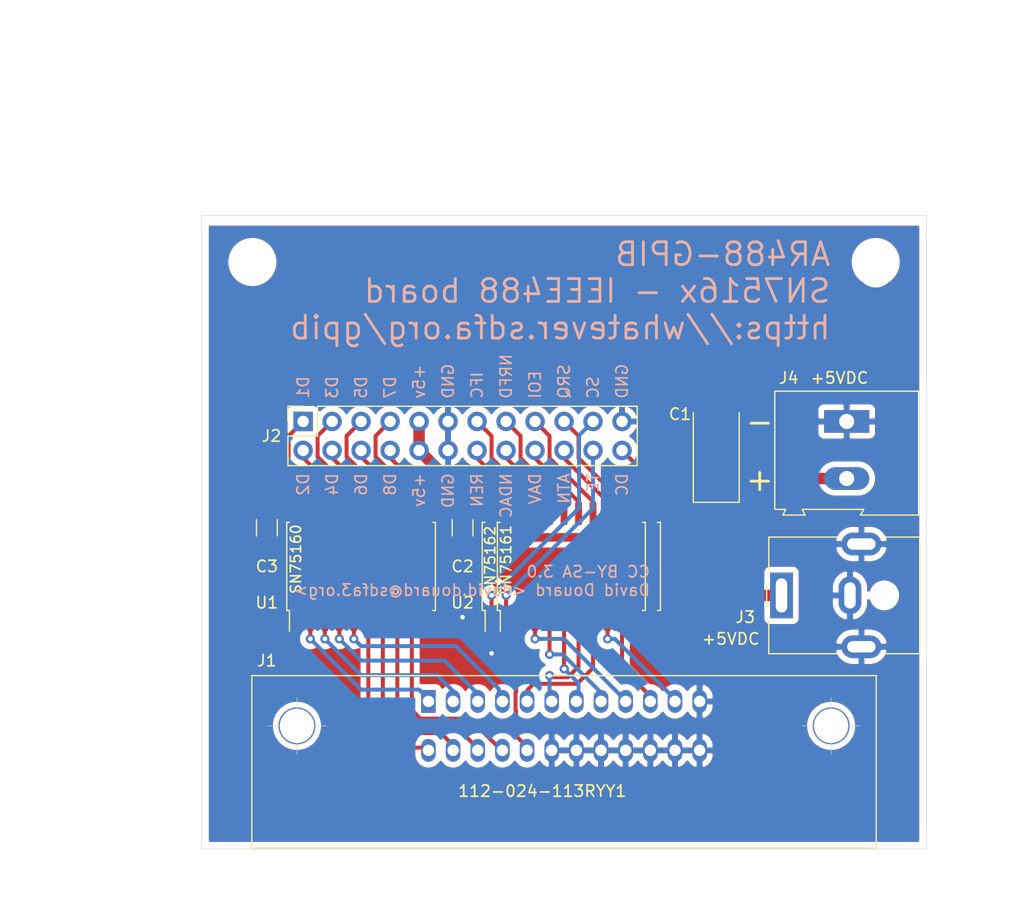
<source format=kicad_pcb>
(kicad_pcb (version 20171130) (host pcbnew 5.1.9+dfsg1-1)

  (general
    (thickness 1.6)
    (drawings 60)
    (tracks 180)
    (zones 0)
    (modules 11)
    (nets 38)
  )

  (page A4)
  (layers
    (0 F.Cu signal)
    (31 B.Cu signal)
    (32 B.Adhes user)
    (33 F.Adhes user)
    (34 B.Paste user)
    (35 F.Paste user)
    (36 B.SilkS user)
    (37 F.SilkS user)
    (38 B.Mask user)
    (39 F.Mask user)
    (40 Dwgs.User user)
    (41 Cmts.User user)
    (42 Eco1.User user)
    (43 Eco2.User user)
    (44 Edge.Cuts user)
    (45 Margin user)
    (46 B.CrtYd user)
    (47 F.CrtYd user)
    (48 B.Fab user)
    (49 F.Fab user)
  )

  (setup
    (last_trace_width 0.25)
    (user_trace_width 0.25)
    (user_trace_width 0.35)
    (user_trace_width 0.5)
    (user_trace_width 0.75)
    (user_trace_width 1)
    (trace_clearance 0.2)
    (zone_clearance 0.508)
    (zone_45_only no)
    (trace_min 0.2)
    (via_size 0.8)
    (via_drill 0.4)
    (via_min_size 0.4)
    (via_min_drill 0.3)
    (uvia_size 0.3)
    (uvia_drill 0.1)
    (uvias_allowed no)
    (uvia_min_size 0.2)
    (uvia_min_drill 0.1)
    (edge_width 0.05)
    (segment_width 0.2)
    (pcb_text_width 0.3)
    (pcb_text_size 1.5 1.5)
    (mod_edge_width 0.12)
    (mod_text_size 1 1)
    (mod_text_width 0.15)
    (pad_size 3.2 3.2)
    (pad_drill 3.2)
    (pad_to_mask_clearance 0)
    (aux_axis_origin 161.29 73.025)
    (grid_origin 161.29 73.025)
    (visible_elements FFFFFF7F)
    (pcbplotparams
      (layerselection 0x010fc_ffffffff)
      (usegerberextensions false)
      (usegerberattributes true)
      (usegerberadvancedattributes true)
      (creategerberjobfile true)
      (excludeedgelayer true)
      (linewidth 0.100000)
      (plotframeref false)
      (viasonmask false)
      (mode 1)
      (useauxorigin false)
      (hpglpennumber 1)
      (hpglpenspeed 20)
      (hpglpendiameter 15.000000)
      (psnegative false)
      (psa4output false)
      (plotreference true)
      (plotvalue true)
      (plotinvisibletext false)
      (padsonsilk false)
      (subtractmaskfromsilk false)
      (outputformat 1)
      (mirror false)
      (drillshape 0)
      (scaleselection 1)
      (outputdirectory "./gerber"))
  )

  (net 0 "")
  (net 1 GND)
  (net 2 +5V)
  (net 3 DC)
  (net 4 SC)
  (net 5 TE)
  (net 6 SRQ_a)
  (net 7 D8)
  (net 8 ATN_a)
  (net 9 D7)
  (net 10 EOI_a)
  (net 11 D6)
  (net 12 DAV_a)
  (net 13 D5)
  (net 14 NRFD_a)
  (net 15 D4)
  (net 16 NDAC_a)
  (net 17 D3)
  (net 18 IFC_a)
  (net 19 D2)
  (net 20 REN_a)
  (net 21 D1)
  (net 22 SRQ)
  (net 23 ATN)
  (net 24 EOI)
  (net 25 DAV)
  (net 26 NRFD)
  (net 27 NDAC)
  (net 28 IFC)
  (net 29 REN)
  (net 30 B8)
  (net 31 B7)
  (net 32 B6)
  (net 33 B5)
  (net 34 B4)
  (net 35 B3)
  (net 36 B2)
  (net 37 B1)

  (net_class Default "This is the default net class."
    (clearance 0.2)
    (trace_width 0.25)
    (via_dia 0.8)
    (via_drill 0.4)
    (uvia_dia 0.3)
    (uvia_drill 0.1)
    (add_net +5V)
    (add_net ATN)
    (add_net ATN_a)
    (add_net B1)
    (add_net B2)
    (add_net B3)
    (add_net B4)
    (add_net B5)
    (add_net B6)
    (add_net B7)
    (add_net B8)
    (add_net D1)
    (add_net D2)
    (add_net D3)
    (add_net D4)
    (add_net D5)
    (add_net D6)
    (add_net D7)
    (add_net D8)
    (add_net DAV)
    (add_net DAV_a)
    (add_net DC)
    (add_net EOI)
    (add_net EOI_a)
    (add_net GND)
    (add_net IFC)
    (add_net IFC_a)
    (add_net NDAC)
    (add_net NDAC_a)
    (add_net NRFD)
    (add_net NRFD_a)
    (add_net REN)
    (add_net REN_a)
    (add_net SC)
    (add_net SRQ)
    (add_net SRQ_a)
    (add_net TE)
  )

  (module MountingHole:MountingHole_3.2mm_M3_ISO7380 (layer F.Cu) (tedit 56D1B4CB) (tstamp 617F811F)
    (at 211.455 59.69)
    (descr "Mounting Hole 3.2mm, no annular, M3, ISO7380")
    (tags "mounting hole 3.2mm no annular m3 iso7380")
    (attr virtual)
    (fp_text reference REF** (at 0 -3.85) (layer F.SilkS) hide
      (effects (font (size 1 1) (thickness 0.15)))
    )
    (fp_text value MountingHole_3.2mm_M3_ISO7380 (at 0 3.85) (layer F.Fab)
      (effects (font (size 1 1) (thickness 0.15)))
    )
    (fp_text user %R (at 0.3 0) (layer F.Fab)
      (effects (font (size 1 1) (thickness 0.15)))
    )
    (fp_circle (center 0 0) (end 2.85 0) (layer Cmts.User) (width 0.15))
    (fp_circle (center 0 0) (end 3.1 0) (layer F.CrtYd) (width 0.05))
    (pad 1 np_thru_hole circle (at 0 0) (size 3.2 3.2) (drill 3.2) (layers *.Cu *.Mask))
  )

  (module MountingHole:MountingHole_3.2mm_M3_ISO7380 (layer F.Cu) (tedit 56D1B4CB) (tstamp 617F8102)
    (at 156.845 59.055)
    (descr "Mounting Hole 3.2mm, no annular, M3, ISO7380")
    (tags "mounting hole 3.2mm no annular m3 iso7380")
    (attr virtual)
    (fp_text reference REF** (at 0 -3.85) (layer F.SilkS) hide
      (effects (font (size 1 1) (thickness 0.15)))
    )
    (fp_text value MountingHole_3.2mm_M3_ISO7380 (at 0 3.85) (layer F.Fab)
      (effects (font (size 1 1) (thickness 0.15)))
    )
    (fp_text user %R (at 0.3 0) (layer F.Fab)
      (effects (font (size 1 1) (thickness 0.15)))
    )
    (fp_circle (center 0 0) (end 2.85 0) (layer Cmts.User) (width 0.15))
    (fp_circle (center 0 0) (end 3.1 0) (layer F.CrtYd) (width 0.05))
    (pad 1 np_thru_hole circle (at 0 0) (size 3.2 3.2) (drill 3.2) (layers *.Cu *.Mask))
  )

  (module TerminalBlock:TerminalBlock_Altech_AK300-2_P5.00mm (layer F.Cu) (tedit 59FF0306) (tstamp 617EDC3D)
    (at 208.915 73.025 270)
    (descr "Altech AK300 terminal block, pitch 5.0mm, 45 degree angled, see http://www.mouser.com/ds/2/16/PCBMETRC-24178.pdf")
    (tags "Altech AK300 terminal block pitch 5.0mm")
    (path /618381F0)
    (fp_text reference J4 (at -3.81 5.08 180) (layer F.SilkS)
      (effects (font (size 1 1) (thickness 0.15)))
    )
    (fp_text value Screw_Terminal_01x02 (at 2.78 7.75 90) (layer F.Fab)
      (effects (font (size 1 1) (thickness 0.15)))
    )
    (fp_line (start 8.36 6.47) (end -2.83 6.47) (layer F.CrtYd) (width 0.05))
    (fp_line (start 8.36 6.47) (end 8.36 -6.47) (layer F.CrtYd) (width 0.05))
    (fp_line (start -2.83 -6.47) (end -2.83 6.47) (layer F.CrtYd) (width 0.05))
    (fp_line (start -2.83 -6.47) (end 8.36 -6.47) (layer F.CrtYd) (width 0.05))
    (fp_line (start 3.36 -0.25) (end 6.67 -0.25) (layer F.Fab) (width 0.1))
    (fp_line (start 2.98 -0.25) (end 3.36 -0.25) (layer F.Fab) (width 0.1))
    (fp_line (start 7.05 -0.25) (end 6.67 -0.25) (layer F.Fab) (width 0.1))
    (fp_line (start 6.67 -0.64) (end 3.36 -0.64) (layer F.Fab) (width 0.1))
    (fp_line (start 7.61 -0.64) (end 6.67 -0.64) (layer F.Fab) (width 0.1))
    (fp_line (start 1.66 -0.64) (end 3.36 -0.64) (layer F.Fab) (width 0.1))
    (fp_line (start -1.64 -0.64) (end 1.66 -0.64) (layer F.Fab) (width 0.1))
    (fp_line (start -2.58 -0.64) (end -1.64 -0.64) (layer F.Fab) (width 0.1))
    (fp_line (start 1.66 -0.25) (end -1.64 -0.25) (layer F.Fab) (width 0.1))
    (fp_line (start 2.04 -0.25) (end 1.66 -0.25) (layer F.Fab) (width 0.1))
    (fp_line (start -2.02 -0.25) (end -1.64 -0.25) (layer F.Fab) (width 0.1))
    (fp_line (start -1.49 -4.32) (end 1.56 -4.95) (layer F.Fab) (width 0.1))
    (fp_line (start -1.62 -4.45) (end 1.44 -5.08) (layer F.Fab) (width 0.1))
    (fp_line (start 3.52 -4.32) (end 6.56 -4.95) (layer F.Fab) (width 0.1))
    (fp_line (start 3.39 -4.45) (end 6.44 -5.08) (layer F.Fab) (width 0.1))
    (fp_line (start 2.04 -5.97) (end -2.02 -5.97) (layer F.Fab) (width 0.1))
    (fp_line (start -2.02 -3.43) (end -2.02 -5.97) (layer F.Fab) (width 0.1))
    (fp_line (start 2.04 -3.43) (end -2.02 -3.43) (layer F.Fab) (width 0.1))
    (fp_line (start 2.04 -3.43) (end 2.04 -5.97) (layer F.Fab) (width 0.1))
    (fp_line (start 7.05 -3.43) (end 2.98 -3.43) (layer F.Fab) (width 0.1))
    (fp_line (start 7.05 -5.97) (end 7.05 -3.43) (layer F.Fab) (width 0.1))
    (fp_line (start 2.98 -5.97) (end 7.05 -5.97) (layer F.Fab) (width 0.1))
    (fp_line (start 2.98 -3.43) (end 2.98 -5.97) (layer F.Fab) (width 0.1))
    (fp_line (start 7.61 -3.17) (end 7.61 -1.65) (layer F.Fab) (width 0.1))
    (fp_line (start -2.58 -3.17) (end -2.58 -6.22) (layer F.Fab) (width 0.1))
    (fp_line (start -2.58 -3.17) (end 7.61 -3.17) (layer F.Fab) (width 0.1))
    (fp_line (start 7.61 -0.64) (end 7.61 4.06) (layer F.Fab) (width 0.1))
    (fp_line (start 7.61 -1.65) (end 7.61 -0.64) (layer F.Fab) (width 0.1))
    (fp_line (start -2.58 -0.64) (end -2.58 -3.17) (layer F.Fab) (width 0.1))
    (fp_line (start -2.58 6.22) (end -2.58 -0.64) (layer F.Fab) (width 0.1))
    (fp_line (start 6.67 0.51) (end 6.28 0.51) (layer F.Fab) (width 0.1))
    (fp_line (start 3.36 0.51) (end 3.74 0.51) (layer F.Fab) (width 0.1))
    (fp_line (start 1.66 0.51) (end 1.28 0.51) (layer F.Fab) (width 0.1))
    (fp_line (start -1.64 0.51) (end -1.26 0.51) (layer F.Fab) (width 0.1))
    (fp_line (start -1.64 3.68) (end -1.64 0.51) (layer F.Fab) (width 0.1))
    (fp_line (start 1.66 3.68) (end -1.64 3.68) (layer F.Fab) (width 0.1))
    (fp_line (start 1.66 3.68) (end 1.66 0.51) (layer F.Fab) (width 0.1))
    (fp_line (start 3.36 3.68) (end 3.36 0.51) (layer F.Fab) (width 0.1))
    (fp_line (start 6.67 3.68) (end 3.36 3.68) (layer F.Fab) (width 0.1))
    (fp_line (start 6.67 3.68) (end 6.67 0.51) (layer F.Fab) (width 0.1))
    (fp_line (start -2.02 4.32) (end -2.02 6.22) (layer F.Fab) (width 0.1))
    (fp_line (start 2.04 4.32) (end 2.04 -0.25) (layer F.Fab) (width 0.1))
    (fp_line (start 2.04 4.32) (end -2.02 4.32) (layer F.Fab) (width 0.1))
    (fp_line (start 7.05 4.32) (end 7.05 6.22) (layer F.Fab) (width 0.1))
    (fp_line (start 2.98 4.32) (end 2.98 -0.25) (layer F.Fab) (width 0.1))
    (fp_line (start 2.98 4.32) (end 7.05 4.32) (layer F.Fab) (width 0.1))
    (fp_line (start -2.02 6.22) (end 2.04 6.22) (layer F.Fab) (width 0.1))
    (fp_line (start -2.58 6.22) (end -2.02 6.22) (layer F.Fab) (width 0.1))
    (fp_line (start -2.02 -0.25) (end -2.02 4.32) (layer F.Fab) (width 0.1))
    (fp_line (start 2.04 6.22) (end 2.98 6.22) (layer F.Fab) (width 0.1))
    (fp_line (start 2.04 6.22) (end 2.04 4.32) (layer F.Fab) (width 0.1))
    (fp_line (start 7.05 6.22) (end 7.61 6.22) (layer F.Fab) (width 0.1))
    (fp_line (start 2.98 6.22) (end 7.05 6.22) (layer F.Fab) (width 0.1))
    (fp_line (start 7.05 -0.25) (end 7.05 4.32) (layer F.Fab) (width 0.1))
    (fp_line (start 2.98 6.22) (end 2.98 4.32) (layer F.Fab) (width 0.1))
    (fp_line (start 8.11 3.81) (end 8.11 5.46) (layer F.Fab) (width 0.1))
    (fp_line (start 7.61 4.06) (end 7.61 5.21) (layer F.Fab) (width 0.1))
    (fp_line (start 8.11 3.81) (end 7.61 4.06) (layer F.Fab) (width 0.1))
    (fp_line (start 7.61 5.21) (end 7.61 6.22) (layer F.Fab) (width 0.1))
    (fp_line (start 8.11 5.46) (end 7.61 5.21) (layer F.Fab) (width 0.1))
    (fp_line (start 8.11 -1.4) (end 7.61 -1.65) (layer F.Fab) (width 0.1))
    (fp_line (start 8.11 -6.22) (end 8.11 -1.4) (layer F.Fab) (width 0.1))
    (fp_line (start 7.61 -6.22) (end 8.11 -6.22) (layer F.Fab) (width 0.1))
    (fp_line (start 7.61 -6.22) (end -2.58 -6.22) (layer F.Fab) (width 0.1))
    (fp_line (start 7.61 -6.22) (end 7.61 -3.17) (layer F.Fab) (width 0.1))
    (fp_line (start 3.74 2.54) (end 3.74 -0.25) (layer F.Fab) (width 0.1))
    (fp_line (start 3.74 -0.25) (end 6.28 -0.25) (layer F.Fab) (width 0.1))
    (fp_line (start 6.28 2.54) (end 6.28 -0.25) (layer F.Fab) (width 0.1))
    (fp_line (start 3.74 2.54) (end 6.28 2.54) (layer F.Fab) (width 0.1))
    (fp_line (start -1.26 2.54) (end -1.26 -0.25) (layer F.Fab) (width 0.1))
    (fp_line (start -1.26 -0.25) (end 1.28 -0.25) (layer F.Fab) (width 0.1))
    (fp_line (start 1.28 2.54) (end 1.28 -0.25) (layer F.Fab) (width 0.1))
    (fp_line (start -1.26 2.54) (end 1.28 2.54) (layer F.Fab) (width 0.1))
    (fp_line (start 8.2 -6.3) (end -2.65 -6.3) (layer F.SilkS) (width 0.12))
    (fp_line (start 8.2 -1.2) (end 8.2 -6.3) (layer F.SilkS) (width 0.12))
    (fp_line (start 7.7 -1.5) (end 8.2 -1.2) (layer F.SilkS) (width 0.12))
    (fp_line (start 7.7 3.9) (end 7.7 -1.5) (layer F.SilkS) (width 0.12))
    (fp_line (start 8.2 3.65) (end 7.7 3.9) (layer F.SilkS) (width 0.12))
    (fp_line (start 8.2 3.7) (end 8.2 3.65) (layer F.SilkS) (width 0.12))
    (fp_line (start 8.2 5.6) (end 8.2 3.7) (layer F.SilkS) (width 0.12))
    (fp_line (start 7.7 5.35) (end 8.2 5.6) (layer F.SilkS) (width 0.12))
    (fp_line (start 7.7 6.3) (end 7.7 5.35) (layer F.SilkS) (width 0.12))
    (fp_line (start -2.65 6.3) (end 7.7 6.3) (layer F.SilkS) (width 0.12))
    (fp_line (start -2.65 -6.3) (end -2.65 6.3) (layer F.SilkS) (width 0.12))
    (fp_arc (start -1.13 -4.65) (end -1.42 -4.13) (angle 104.2) (layer F.Fab) (width 0.1))
    (fp_arc (start -0.01 -3.71) (end -1.62 -5) (angle 100) (layer F.Fab) (width 0.1))
    (fp_arc (start 0.06 -6.07) (end 1.53 -4.12) (angle 75.5) (layer F.Fab) (width 0.1))
    (fp_arc (start 1.03 -4.59) (end 1.53 -5.05) (angle 90.5) (layer F.Fab) (width 0.1))
    (fp_arc (start 3.87 -4.65) (end 3.58 -4.13) (angle 104.2) (layer F.Fab) (width 0.1))
    (fp_arc (start 4.99 -3.71) (end 3.39 -5) (angle 100) (layer F.Fab) (width 0.1))
    (fp_arc (start 5.07 -6.07) (end 6.53 -4.12) (angle 75.5) (layer F.Fab) (width 0.1))
    (fp_arc (start 6.03 -4.59) (end 6.54 -5.05) (angle 90.5) (layer F.Fab) (width 0.1))
    (fp_text user %R (at 2.5 -2 90) (layer F.Fab)
      (effects (font (size 1 1) (thickness 0.15)))
    )
    (pad 2 thru_hole oval (at 5 0 270) (size 1.98 3.96) (drill 1.32) (layers *.Cu *.Mask)
      (net 2 +5V))
    (pad 1 thru_hole rect (at 0 0 270) (size 1.98 3.96) (drill 1.32) (layers *.Cu *.Mask)
      (net 1 GND))
    (model ${KISYS3DMOD}/TerminalBlock.3dshapes/TerminalBlock_Altech_AK300-2_P5.00mm.wrl
      (at (xyz 0 0 0))
      (scale (xyz 1 1 1))
      (rotate (xyz 0 0 0))
    )
  )

  (module Connector_BarrelJack:BarrelJack_CUI_PJ-063AH_Horizontal (layer F.Cu) (tedit 5B0886BD) (tstamp 617EB0E0)
    (at 203.2 88.265 90)
    (descr "Barrel Jack, 2.0mm ID, 5.5mm OD, 24V, 8A, no switch, https://www.cui.com/product/resource/pj-063ah.pdf")
    (tags "barrel jack cui dc power")
    (path /6182B7AF)
    (fp_text reference J3 (at -1.905 -3.175 180) (layer F.SilkS)
      (effects (font (size 1 1) (thickness 0.15)))
    )
    (fp_text value Barrel_Jack (at 0 13 90) (layer F.Fab)
      (effects (font (size 1 1) (thickness 0.15)))
    )
    (fp_line (start 6 -1.5) (end -6 -1.5) (layer F.CrtYd) (width 0.05))
    (fp_line (start 6 12.5) (end 6 -1.5) (layer F.CrtYd) (width 0.05))
    (fp_line (start -6 12.5) (end 6 12.5) (layer F.CrtYd) (width 0.05))
    (fp_line (start -6 -1.5) (end -6 12.5) (layer F.CrtYd) (width 0.05))
    (fp_line (start -1 -1.3) (end 1 -1.3) (layer F.SilkS) (width 0.12))
    (fp_line (start -5.11 12.11) (end -5.11 9.05) (layer F.SilkS) (width 0.12))
    (fp_line (start 5.11 12.11) (end -5.11 12.11) (layer F.SilkS) (width 0.12))
    (fp_line (start 5.11 9.05) (end 5.11 12.11) (layer F.SilkS) (width 0.12))
    (fp_line (start 5.11 -1.11) (end 5.11 4.95) (layer F.SilkS) (width 0.12))
    (fp_line (start 2.3 -1.11) (end 5.11 -1.11) (layer F.SilkS) (width 0.12))
    (fp_line (start -5.11 -1.11) (end -2.3 -1.11) (layer F.SilkS) (width 0.12))
    (fp_line (start -5.11 4.95) (end -5.11 -1.11) (layer F.SilkS) (width 0.12))
    (fp_line (start -5 12) (end -5 -1) (layer F.Fab) (width 0.1))
    (fp_line (start 5 12) (end -5 12) (layer F.Fab) (width 0.1))
    (fp_line (start 5 -1) (end 5 12) (layer F.Fab) (width 0.1))
    (fp_line (start 1 -1) (end 5 -1) (layer F.Fab) (width 0.1))
    (fp_line (start 0 0) (end 1 -1) (layer F.Fab) (width 0.1))
    (fp_line (start -1 -1) (end 0 0) (layer F.Fab) (width 0.1))
    (fp_line (start -5 -1) (end -1 -1) (layer F.Fab) (width 0.1))
    (fp_text user %R (at 0 5.5 90) (layer F.Fab)
      (effects (font (size 1 1) (thickness 0.15)))
    )
    (pad "" np_thru_hole circle (at 0 9 90) (size 1.6 1.6) (drill 1.6) (layers *.Cu *.Mask))
    (pad MP thru_hole oval (at 4.5 7 90) (size 2 3.5) (drill oval 1 2.5) (layers *.Cu *.Mask)
      (net 1 GND))
    (pad MP thru_hole oval (at -4.5 7 90) (size 2 3.5) (drill oval 1 2.5) (layers *.Cu *.Mask)
      (net 1 GND))
    (pad 2 thru_hole oval (at 0 6 90) (size 3.3 2) (drill oval 2.3 1) (layers *.Cu *.Mask)
      (net 1 GND))
    (pad 1 thru_hole rect (at 0 0 90) (size 4 2) (drill oval 3 1) (layers *.Cu *.Mask)
      (net 2 +5V))
    (model ${KISYS3DMOD}/Connector_BarrelJack.3dshapes/BarrelJack_CUI_PJ-063AH_Horizontal.wrl
      (at (xyz 0 0 0))
      (scale (xyz 1 1 1))
      (rotate (xyz 0 0 0))
    )
  )

  (module Capacitor_Tantalum_SMD:CP_EIA-7132-20_AVX-U (layer F.Cu) (tedit 5EBA9318) (tstamp 617EDE91)
    (at 197.485 75.8 90)
    (descr "Tantalum Capacitor SMD AVX-U (7132-20 Metric), IPC_7351 nominal, (Body size from: http://datasheets.avx.com/F72-F75.pdf), generated with kicad-footprint-generator")
    (tags "capacitor tantalum")
    (path /6180EAFE)
    (attr smd)
    (fp_text reference C1 (at 3.41 -3.175 180) (layer F.SilkS)
      (effects (font (size 1 1) (thickness 0.15)))
    )
    (fp_text value 10u (at 0 2.7 90) (layer F.Fab)
      (effects (font (size 1 1) (thickness 0.15)))
    )
    (fp_line (start 4.3 2) (end -4.3 2) (layer F.CrtYd) (width 0.05))
    (fp_line (start 4.3 -2) (end 4.3 2) (layer F.CrtYd) (width 0.05))
    (fp_line (start -4.3 -2) (end 4.3 -2) (layer F.CrtYd) (width 0.05))
    (fp_line (start -4.3 2) (end -4.3 -2) (layer F.CrtYd) (width 0.05))
    (fp_line (start -4.31 2.01) (end 3.55 2.01) (layer F.SilkS) (width 0.12))
    (fp_line (start -4.31 -2.01) (end -4.31 2.01) (layer F.SilkS) (width 0.12))
    (fp_line (start 3.55 -2.01) (end -4.31 -2.01) (layer F.SilkS) (width 0.12))
    (fp_line (start 3.55 1.6) (end 3.55 -1.6) (layer F.Fab) (width 0.1))
    (fp_line (start -3.55 1.6) (end 3.55 1.6) (layer F.Fab) (width 0.1))
    (fp_line (start -3.55 -0.8) (end -3.55 1.6) (layer F.Fab) (width 0.1))
    (fp_line (start -2.75 -1.6) (end -3.55 -0.8) (layer F.Fab) (width 0.1))
    (fp_line (start 3.55 -1.6) (end -2.75 -1.6) (layer F.Fab) (width 0.1))
    (fp_text user %R (at 0 0 90) (layer F.Fab)
      (effects (font (size 1 1) (thickness 0.15)))
    )
    (pad 2 smd roundrect (at 2.775 0 90) (size 2.55 3.5) (layers F.Cu F.Paste F.Mask) (roundrect_rratio 0.09803882352941176)
      (net 1 GND))
    (pad 1 smd roundrect (at -2.775 0 90) (size 2.55 3.5) (layers F.Cu F.Paste F.Mask) (roundrect_rratio 0.09803882352941176)
      (net 2 +5V))
    (model ${KISYS3DMOD}/Capacitor_Tantalum_SMD.3dshapes/CP_EIA-7132-20_AVX-U.wrl
      (at (xyz 0 0 0))
      (scale (xyz 1 1 1))
      (rotate (xyz 0 0 0))
    )
  )

  (module Connector_PinSocket_2.54mm:PinSocket_2x12_P2.54mm_Vertical (layer F.Cu) (tedit 5A19A41B) (tstamp 617DE19B)
    (at 161.29 73.025 90)
    (descr "Through hole straight socket strip, 2x12, 2.54mm pitch, double cols (from Kicad 4.0.7), script generated")
    (tags "Through hole socket strip THT 2x12 2.54mm double row")
    (path /617ED5E6)
    (fp_text reference J2 (at -1.27 -2.77 180) (layer F.SilkS)
      (effects (font (size 1 1) (thickness 0.15)))
    )
    (fp_text value Conn_02x12_Odd_Even (at -1.27 30.71 90) (layer F.Fab)
      (effects (font (size 1 1) (thickness 0.15)))
    )
    (fp_line (start -4.34 29.7) (end -4.34 -1.8) (layer F.CrtYd) (width 0.05))
    (fp_line (start 1.76 29.7) (end -4.34 29.7) (layer F.CrtYd) (width 0.05))
    (fp_line (start 1.76 -1.8) (end 1.76 29.7) (layer F.CrtYd) (width 0.05))
    (fp_line (start -4.34 -1.8) (end 1.76 -1.8) (layer F.CrtYd) (width 0.05))
    (fp_line (start 0 -1.33) (end 1.33 -1.33) (layer F.SilkS) (width 0.12))
    (fp_line (start 1.33 -1.33) (end 1.33 0) (layer F.SilkS) (width 0.12))
    (fp_line (start -1.27 -1.33) (end -1.27 1.27) (layer F.SilkS) (width 0.12))
    (fp_line (start -1.27 1.27) (end 1.33 1.27) (layer F.SilkS) (width 0.12))
    (fp_line (start 1.33 1.27) (end 1.33 29.27) (layer F.SilkS) (width 0.12))
    (fp_line (start -3.87 29.27) (end 1.33 29.27) (layer F.SilkS) (width 0.12))
    (fp_line (start -3.87 -1.33) (end -3.87 29.27) (layer F.SilkS) (width 0.12))
    (fp_line (start -3.87 -1.33) (end -1.27 -1.33) (layer F.SilkS) (width 0.12))
    (fp_line (start -3.81 29.21) (end -3.81 -1.27) (layer F.Fab) (width 0.1))
    (fp_line (start 1.27 29.21) (end -3.81 29.21) (layer F.Fab) (width 0.1))
    (fp_line (start 1.27 -0.27) (end 1.27 29.21) (layer F.Fab) (width 0.1))
    (fp_line (start 0.27 -1.27) (end 1.27 -0.27) (layer F.Fab) (width 0.1))
    (fp_line (start -3.81 -1.27) (end 0.27 -1.27) (layer F.Fab) (width 0.1))
    (fp_text user %R (at -1.27 13.97) (layer F.Fab)
      (effects (font (size 1 1) (thickness 0.15)))
    )
    (pad 24 thru_hole oval (at -2.54 27.94 90) (size 1.7 1.7) (drill 1) (layers *.Cu *.Mask)
      (net 3 DC))
    (pad 23 thru_hole oval (at 0 27.94 90) (size 1.7 1.7) (drill 1) (layers *.Cu *.Mask)
      (net 1 GND))
    (pad 22 thru_hole oval (at -2.54 25.4 90) (size 1.7 1.7) (drill 1) (layers *.Cu *.Mask)
      (net 5 TE))
    (pad 21 thru_hole oval (at 0 25.4 90) (size 1.7 1.7) (drill 1) (layers *.Cu *.Mask)
      (net 4 SC))
    (pad 20 thru_hole oval (at -2.54 22.86 90) (size 1.7 1.7) (drill 1) (layers *.Cu *.Mask)
      (net 8 ATN_a))
    (pad 19 thru_hole oval (at 0 22.86 90) (size 1.7 1.7) (drill 1) (layers *.Cu *.Mask)
      (net 6 SRQ_a))
    (pad 18 thru_hole oval (at -2.54 20.32 90) (size 1.7 1.7) (drill 1) (layers *.Cu *.Mask)
      (net 12 DAV_a))
    (pad 17 thru_hole oval (at 0 20.32 90) (size 1.7 1.7) (drill 1) (layers *.Cu *.Mask)
      (net 10 EOI_a))
    (pad 16 thru_hole oval (at -2.54 17.78 90) (size 1.7 1.7) (drill 1) (layers *.Cu *.Mask)
      (net 16 NDAC_a))
    (pad 15 thru_hole oval (at 0 17.78 90) (size 1.7 1.7) (drill 1) (layers *.Cu *.Mask)
      (net 14 NRFD_a))
    (pad 14 thru_hole oval (at -2.54 15.24 90) (size 1.7 1.7) (drill 1) (layers *.Cu *.Mask)
      (net 20 REN_a))
    (pad 13 thru_hole oval (at 0 15.24 90) (size 1.7 1.7) (drill 1) (layers *.Cu *.Mask)
      (net 18 IFC_a))
    (pad 12 thru_hole oval (at -2.54 12.7 90) (size 1.7 1.7) (drill 1) (layers *.Cu *.Mask)
      (net 1 GND))
    (pad 11 thru_hole oval (at 0 12.7 90) (size 1.7 1.7) (drill 1) (layers *.Cu *.Mask)
      (net 1 GND))
    (pad 10 thru_hole oval (at -2.54 10.16 90) (size 1.7 1.7) (drill 1) (layers *.Cu *.Mask)
      (net 2 +5V))
    (pad 9 thru_hole oval (at 0 10.16 90) (size 1.7 1.7) (drill 1) (layers *.Cu *.Mask)
      (net 2 +5V))
    (pad 8 thru_hole oval (at -2.54 7.62 90) (size 1.7 1.7) (drill 1) (layers *.Cu *.Mask)
      (net 7 D8))
    (pad 7 thru_hole oval (at 0 7.62 90) (size 1.7 1.7) (drill 1) (layers *.Cu *.Mask)
      (net 9 D7))
    (pad 6 thru_hole oval (at -2.54 5.08 90) (size 1.7 1.7) (drill 1) (layers *.Cu *.Mask)
      (net 11 D6))
    (pad 5 thru_hole oval (at 0 5.08 90) (size 1.7 1.7) (drill 1) (layers *.Cu *.Mask)
      (net 13 D5))
    (pad 4 thru_hole oval (at -2.54 2.54 90) (size 1.7 1.7) (drill 1) (layers *.Cu *.Mask)
      (net 15 D4))
    (pad 3 thru_hole oval (at 0 2.54 90) (size 1.7 1.7) (drill 1) (layers *.Cu *.Mask)
      (net 17 D3))
    (pad 2 thru_hole oval (at -2.54 0 90) (size 1.7 1.7) (drill 1) (layers *.Cu *.Mask)
      (net 19 D2))
    (pad 1 thru_hole rect (at 0 0 90) (size 1.7 1.7) (drill 1) (layers *.Cu *.Mask)
      (net 21 D1))
    (model ${KISYS3DMOD}/Connector_PinSocket_2.54mm.3dshapes/PinSocket_2x12_P2.54mm_Vertical.wrl
      (at (xyz 0 0 0))
      (scale (xyz 1 1 1))
      (rotate (xyz 0 0 0))
    )
  )

  (module misc:CENTRONICS-24 (layer F.Cu) (tedit 617DC84E) (tstamp 617EA292)
    (at 184.15 99.695)
    (path /61684A14)
    (fp_text reference J1 (at -26.035 -5.715 180) (layer F.SilkS)
      (effects (font (size 1 1) (thickness 0.15)))
    )
    (fp_text value "NorComp - 112-024-113RYY1" (at 0 0) (layer B.Fab)
      (effects (font (size 1 1) (thickness 0.15)) (justify mirror))
    )
    (fp_line (start 16 -4.4) (end 16 5.3) (layer F.CrtYd) (width 0.12))
    (fp_line (start 27.35 5.3) (end 16 5.3) (layer F.CrtYd) (width 0.12))
    (fp_line (start -16 5.3) (end -27.35 5.3) (layer F.CrtYd) (width 0.12))
    (fp_line (start -16 -4.4) (end -16 5.3) (layer F.CrtYd) (width 0.12))
    (fp_line (start -27.35 -4.4) (end 27.35 -4.4) (layer F.CrtYd) (width 0.12))
    (fp_line (start 27.35 10.7) (end 27.35 -4.4) (layer F.SilkS) (width 0.12))
    (fp_line (start -27.35 10.7) (end -27.35 -4.4) (layer F.SilkS) (width 0.12))
    (fp_line (start 27.35 10.7) (end -27.35 10.7) (layer F.CrtYd) (width 0.12))
    (fp_line (start -27.35 -4.4) (end -27.35 10.7) (layer F.CrtYd) (width 0.12))
    (fp_line (start 27.35 -4.4) (end 27.35 10.7) (layer F.CrtYd) (width 0.12))
    (fp_line (start -27.35 10.7) (end 27.35 10.7) (layer F.SilkS) (width 0.12))
    (fp_line (start 27.35 -4.4) (end -27.35 -4.4) (layer F.SilkS) (width 0.12))
    (pad "" thru_hole circle (at 23.4 0) (size 3.2 3.2) (drill 3) (layers *.Cu *.Mask))
    (pad "" thru_hole circle (at -23.4 0) (size 3.2 3.2) (drill 3) (layers *.Cu *.Mask))
    (pad 12 thru_hole oval (at 11.88 -2.145) (size 1.27 2) (drill 1) (layers *.Cu *.Mask)
      (net 1 GND))
    (pad 24 thru_hole oval (at 11.88 2.145) (size 1.27 2) (drill 1) (layers *.Cu *.Mask)
      (net 1 GND))
    (pad 11 thru_hole oval (at 9.72 -2.145) (size 1.27 2) (drill 1) (layers *.Cu *.Mask)
      (net 23 ATN))
    (pad 23 thru_hole oval (at 9.72 2.145) (size 1.27 2) (drill 1) (layers *.Cu *.Mask)
      (net 1 GND))
    (pad 10 thru_hole oval (at 7.56 -2.145) (size 1.27 2) (drill 1) (layers *.Cu *.Mask)
      (net 22 SRQ))
    (pad 22 thru_hole oval (at 7.56 2.145) (size 1.27 2) (drill 1) (layers *.Cu *.Mask)
      (net 1 GND))
    (pad 9 thru_hole oval (at 5.4 -2.145) (size 1.27 2) (drill 1) (layers *.Cu *.Mask)
      (net 28 IFC))
    (pad 21 thru_hole oval (at 5.4 2.145) (size 1.27 2) (drill 1) (layers *.Cu *.Mask)
      (net 1 GND))
    (pad 8 thru_hole oval (at 3.24 -2.145) (size 1.27 2) (drill 1) (layers *.Cu *.Mask)
      (net 27 NDAC))
    (pad 20 thru_hole oval (at 3.24 2.145) (size 1.27 2) (drill 1) (layers *.Cu *.Mask)
      (net 1 GND))
    (pad 7 thru_hole oval (at 1.08 -2.145) (size 1.27 2) (drill 1) (layers *.Cu *.Mask)
      (net 26 NRFD))
    (pad 19 thru_hole oval (at 1.08 2.145) (size 1.27 2) (drill 1) (layers *.Cu *.Mask)
      (net 1 GND))
    (pad 6 thru_hole oval (at -1.08 -2.145) (size 1.27 2) (drill 1) (layers *.Cu *.Mask)
      (net 25 DAV))
    (pad 18 thru_hole oval (at -1.08 2.145) (size 1.27 2) (drill 1) (layers *.Cu *.Mask)
      (net 1 GND))
    (pad 5 thru_hole oval (at -3.24 -2.145) (size 1.27 2) (drill 1) (layers *.Cu *.Mask)
      (net 24 EOI))
    (pad 17 thru_hole oval (at -3.24 2.145) (size 1.27 2) (drill 1) (layers *.Cu *.Mask)
      (net 29 REN))
    (pad 4 thru_hole oval (at -5.4 -2.145) (size 1.27 2) (drill 1) (layers *.Cu *.Mask)
      (net 34 B4))
    (pad 16 thru_hole oval (at -5.4 2.145) (size 1.27 2) (drill 1) (layers *.Cu *.Mask)
      (net 30 B8))
    (pad 3 thru_hole oval (at -7.56 -2.145) (size 1.27 2) (drill 1) (layers *.Cu *.Mask)
      (net 35 B3))
    (pad 15 thru_hole oval (at -7.56 2.145) (size 1.27 2) (drill 1) (layers *.Cu *.Mask)
      (net 31 B7))
    (pad 2 thru_hole oval (at -9.72 -2.145) (size 1.27 2) (drill 1) (layers *.Cu *.Mask)
      (net 36 B2))
    (pad 14 thru_hole oval (at -9.72 2.145) (size 1.27 2) (drill 1) (layers *.Cu *.Mask)
      (net 32 B6))
    (pad 1 thru_hole rect (at -11.88 -2.145) (size 1.27 2) (drill 1) (layers *.Cu *.Mask)
      (net 37 B1))
    (pad 13 thru_hole oval (at -11.88 2.145) (size 1.27 2) (drill 1) (layers *.Cu *.Mask)
      (net 33 B5))
  )

  (module Package_SO:SOIC-20W_7.5x12.8mm_P1.27mm (layer F.Cu) (tedit 5D9F72B1) (tstamp 617DE1F5)
    (at 166.37 85.725 90)
    (descr "SOIC, 20 Pin (JEDEC MS-013AC, https://www.analog.com/media/en/package-pcb-resources/package/233848rw_20.pdf), generated with kicad-footprint-generator ipc_gullwing_generator.py")
    (tags "SOIC SO")
    (path /6167419F)
    (attr smd)
    (fp_text reference U1 (at -3.175 -8.255 180) (layer F.SilkS)
      (effects (font (size 1 1) (thickness 0.15)))
    )
    (fp_text value SN75160BDW (at 0 7.35 90) (layer F.Fab)
      (effects (font (size 1 1) (thickness 0.15)))
    )
    (fp_line (start 5.93 -6.65) (end -5.93 -6.65) (layer F.CrtYd) (width 0.05))
    (fp_line (start 5.93 6.65) (end 5.93 -6.65) (layer F.CrtYd) (width 0.05))
    (fp_line (start -5.93 6.65) (end 5.93 6.65) (layer F.CrtYd) (width 0.05))
    (fp_line (start -5.93 -6.65) (end -5.93 6.65) (layer F.CrtYd) (width 0.05))
    (fp_line (start -3.75 -5.4) (end -2.75 -6.4) (layer F.Fab) (width 0.1))
    (fp_line (start -3.75 6.4) (end -3.75 -5.4) (layer F.Fab) (width 0.1))
    (fp_line (start 3.75 6.4) (end -3.75 6.4) (layer F.Fab) (width 0.1))
    (fp_line (start 3.75 -6.4) (end 3.75 6.4) (layer F.Fab) (width 0.1))
    (fp_line (start -2.75 -6.4) (end 3.75 -6.4) (layer F.Fab) (width 0.1))
    (fp_line (start -3.86 -6.275) (end -5.675 -6.275) (layer F.SilkS) (width 0.12))
    (fp_line (start -3.86 -6.51) (end -3.86 -6.275) (layer F.SilkS) (width 0.12))
    (fp_line (start 0 -6.51) (end -3.86 -6.51) (layer F.SilkS) (width 0.12))
    (fp_line (start 3.86 -6.51) (end 3.86 -6.275) (layer F.SilkS) (width 0.12))
    (fp_line (start 0 -6.51) (end 3.86 -6.51) (layer F.SilkS) (width 0.12))
    (fp_line (start -3.86 6.51) (end -3.86 6.275) (layer F.SilkS) (width 0.12))
    (fp_line (start 0 6.51) (end -3.86 6.51) (layer F.SilkS) (width 0.12))
    (fp_line (start 3.86 6.51) (end 3.86 6.275) (layer F.SilkS) (width 0.12))
    (fp_line (start 0 6.51) (end 3.86 6.51) (layer F.SilkS) (width 0.12))
    (fp_text user %R (at 0 0 90) (layer F.Fab)
      (effects (font (size 1 1) (thickness 0.15)))
    )
    (pad 20 smd roundrect (at 4.65 -5.715 90) (size 2.05 0.6) (layers F.Cu F.Paste F.Mask) (roundrect_rratio 0.25)
      (net 2 +5V))
    (pad 19 smd roundrect (at 4.65 -4.445 90) (size 2.05 0.6) (layers F.Cu F.Paste F.Mask) (roundrect_rratio 0.25)
      (net 21 D1))
    (pad 18 smd roundrect (at 4.65 -3.175 90) (size 2.05 0.6) (layers F.Cu F.Paste F.Mask) (roundrect_rratio 0.25)
      (net 19 D2))
    (pad 17 smd roundrect (at 4.65 -1.905 90) (size 2.05 0.6) (layers F.Cu F.Paste F.Mask) (roundrect_rratio 0.25)
      (net 17 D3))
    (pad 16 smd roundrect (at 4.65 -0.635 90) (size 2.05 0.6) (layers F.Cu F.Paste F.Mask) (roundrect_rratio 0.25)
      (net 15 D4))
    (pad 15 smd roundrect (at 4.65 0.635 90) (size 2.05 0.6) (layers F.Cu F.Paste F.Mask) (roundrect_rratio 0.25)
      (net 13 D5))
    (pad 14 smd roundrect (at 4.65 1.905 90) (size 2.05 0.6) (layers F.Cu F.Paste F.Mask) (roundrect_rratio 0.25)
      (net 11 D6))
    (pad 13 smd roundrect (at 4.65 3.175 90) (size 2.05 0.6) (layers F.Cu F.Paste F.Mask) (roundrect_rratio 0.25)
      (net 9 D7))
    (pad 12 smd roundrect (at 4.65 4.445 90) (size 2.05 0.6) (layers F.Cu F.Paste F.Mask) (roundrect_rratio 0.25)
      (net 7 D8))
    (pad 11 smd roundrect (at 4.65 5.715 90) (size 2.05 0.6) (layers F.Cu F.Paste F.Mask) (roundrect_rratio 0.25)
      (net 2 +5V))
    (pad 10 smd roundrect (at -4.65 5.715 90) (size 2.05 0.6) (layers F.Cu F.Paste F.Mask) (roundrect_rratio 0.25)
      (net 1 GND))
    (pad 9 smd roundrect (at -4.65 4.445 90) (size 2.05 0.6) (layers F.Cu F.Paste F.Mask) (roundrect_rratio 0.25)
      (net 30 B8))
    (pad 8 smd roundrect (at -4.65 3.175 90) (size 2.05 0.6) (layers F.Cu F.Paste F.Mask) (roundrect_rratio 0.25)
      (net 31 B7))
    (pad 7 smd roundrect (at -4.65 1.905 90) (size 2.05 0.6) (layers F.Cu F.Paste F.Mask) (roundrect_rratio 0.25)
      (net 32 B6))
    (pad 6 smd roundrect (at -4.65 0.635 90) (size 2.05 0.6) (layers F.Cu F.Paste F.Mask) (roundrect_rratio 0.25)
      (net 33 B5))
    (pad 5 smd roundrect (at -4.65 -0.635 90) (size 2.05 0.6) (layers F.Cu F.Paste F.Mask) (roundrect_rratio 0.25)
      (net 34 B4))
    (pad 4 smd roundrect (at -4.65 -1.905 90) (size 2.05 0.6) (layers F.Cu F.Paste F.Mask) (roundrect_rratio 0.25)
      (net 35 B3))
    (pad 3 smd roundrect (at -4.65 -3.175 90) (size 2.05 0.6) (layers F.Cu F.Paste F.Mask) (roundrect_rratio 0.25)
      (net 36 B2))
    (pad 2 smd roundrect (at -4.65 -4.445 90) (size 2.05 0.6) (layers F.Cu F.Paste F.Mask) (roundrect_rratio 0.25)
      (net 37 B1))
    (pad 1 smd roundrect (at -4.65 -5.715 90) (size 2.05 0.6) (layers F.Cu F.Paste F.Mask) (roundrect_rratio 0.25)
      (net 5 TE))
    (model ${KISYS3DMOD}/Package_SO.3dshapes/SOIC-20W_7.5x12.8mm_P1.27mm.wrl
      (at (xyz 0 0 0))
      (scale (xyz 1 1 1))
      (rotate (xyz 0 0 0))
    )
  )

  (module Package_SO:SOIC-24W_7.5x15.4mm_P1.27mm (layer F.Cu) (tedit 5D9F72B1) (tstamp 617DE1CA)
    (at 184.785 85.725 90)
    (descr "SOIC, 24 Pin (JEDEC MS-013AD, https://www.analog.com/media/en/package-pcb-resources/package/pkg_pdf/soic_wide-rw/RW_24.pdf), generated with kicad-footprint-generator ipc_gullwing_generator.py")
    (tags "SOIC SO")
    (path /6167818E)
    (attr smd)
    (fp_text reference U2 (at -3.175 -9.525) (layer F.SilkS)
      (effects (font (size 1 1) (thickness 0.15)))
    )
    (fp_text value SN75162BDW (at 0 8.89 90) (layer F.Fab)
      (effects (font (size 1 1) (thickness 0.15)))
    )
    (fp_line (start 5.93 -7.95) (end -5.93 -7.95) (layer F.CrtYd) (width 0.05))
    (fp_line (start 5.93 7.95) (end 5.93 -7.95) (layer F.CrtYd) (width 0.05))
    (fp_line (start -5.93 7.95) (end 5.93 7.95) (layer F.CrtYd) (width 0.05))
    (fp_line (start -5.93 -7.95) (end -5.93 7.95) (layer F.CrtYd) (width 0.05))
    (fp_line (start -3.75 -6.7) (end -2.75 -7.7) (layer F.Fab) (width 0.1))
    (fp_line (start -3.75 7.7) (end -3.75 -6.7) (layer F.Fab) (width 0.1))
    (fp_line (start 3.75 7.7) (end -3.75 7.7) (layer F.Fab) (width 0.1))
    (fp_line (start 3.75 -7.7) (end 3.75 7.7) (layer F.Fab) (width 0.1))
    (fp_line (start -2.75 -7.7) (end 3.75 -7.7) (layer F.Fab) (width 0.1))
    (fp_line (start -3.86 -7.545) (end -5.675 -7.545) (layer F.SilkS) (width 0.12))
    (fp_line (start -3.86 -7.81) (end -3.86 -7.545) (layer F.SilkS) (width 0.12))
    (fp_line (start 0 -7.81) (end -3.86 -7.81) (layer F.SilkS) (width 0.12))
    (fp_line (start 3.86 -7.81) (end 3.86 -7.545) (layer F.SilkS) (width 0.12))
    (fp_line (start 0 -7.81) (end 3.86 -7.81) (layer F.SilkS) (width 0.12))
    (fp_line (start -3.86 7.81) (end -3.86 7.545) (layer F.SilkS) (width 0.12))
    (fp_line (start 0 7.81) (end -3.86 7.81) (layer F.SilkS) (width 0.12))
    (fp_line (start 3.86 7.81) (end 3.86 7.545) (layer F.SilkS) (width 0.12))
    (fp_line (start 0 7.81) (end 3.86 7.81) (layer F.SilkS) (width 0.12))
    (fp_text user %R (at 0 0 90) (layer F.Fab)
      (effects (font (size 1 1) (thickness 0.15)))
    )
    (pad 24 smd roundrect (at 4.65 -6.985 90) (size 2.05 0.6) (layers F.Cu F.Paste F.Mask) (roundrect_rratio 0.25)
      (net 2 +5V))
    (pad 23 smd roundrect (at 4.65 -5.715 90) (size 2.05 0.6) (layers F.Cu F.Paste F.Mask) (roundrect_rratio 0.25)
      (net 2 +5V))
    (pad 22 smd roundrect (at 4.65 -4.445 90) (size 2.05 0.6) (layers F.Cu F.Paste F.Mask) (roundrect_rratio 0.25)
      (net 20 REN_a))
    (pad 21 smd roundrect (at 4.65 -3.175 90) (size 2.05 0.6) (layers F.Cu F.Paste F.Mask) (roundrect_rratio 0.25)
      (net 18 IFC_a))
    (pad 20 smd roundrect (at 4.65 -1.905 90) (size 2.05 0.6) (layers F.Cu F.Paste F.Mask) (roundrect_rratio 0.25)
      (net 16 NDAC_a))
    (pad 19 smd roundrect (at 4.65 -0.635 90) (size 2.05 0.6) (layers F.Cu F.Paste F.Mask) (roundrect_rratio 0.25)
      (net 14 NRFD_a))
    (pad 18 smd roundrect (at 4.65 0.635 90) (size 2.05 0.6) (layers F.Cu F.Paste F.Mask) (roundrect_rratio 0.25)
      (net 12 DAV_a))
    (pad 17 smd roundrect (at 4.65 1.905 90) (size 2.05 0.6) (layers F.Cu F.Paste F.Mask) (roundrect_rratio 0.25)
      (net 10 EOI_a))
    (pad 16 smd roundrect (at 4.65 3.175 90) (size 2.05 0.6) (layers F.Cu F.Paste F.Mask) (roundrect_rratio 0.25)
      (net 8 ATN_a))
    (pad 15 smd roundrect (at 4.65 4.445 90) (size 2.05 0.6) (layers F.Cu F.Paste F.Mask) (roundrect_rratio 0.25)
      (net 6 SRQ_a))
    (pad 14 smd roundrect (at 4.65 5.715 90) (size 2.05 0.6) (layers F.Cu F.Paste F.Mask) (roundrect_rratio 0.25)
      (net 3 DC))
    (pad 13 smd roundrect (at 4.65 6.985 90) (size 2.05 0.6) (layers F.Cu F.Paste F.Mask) (roundrect_rratio 0.25)
      (net 3 DC))
    (pad 12 smd roundrect (at -4.65 6.985 90) (size 2.05 0.6) (layers F.Cu F.Paste F.Mask) (roundrect_rratio 0.25)
      (net 1 GND))
    (pad 11 smd roundrect (at -4.65 5.715 90) (size 2.05 0.6) (layers F.Cu F.Paste F.Mask) (roundrect_rratio 0.25)
      (net 1 GND))
    (pad 10 smd roundrect (at -4.65 4.445 90) (size 2.05 0.6) (layers F.Cu F.Paste F.Mask) (roundrect_rratio 0.25)
      (net 22 SRQ))
    (pad 9 smd roundrect (at -4.65 3.175 90) (size 2.05 0.6) (layers F.Cu F.Paste F.Mask) (roundrect_rratio 0.25)
      (net 23 ATN))
    (pad 8 smd roundrect (at -4.65 1.905 90) (size 2.05 0.6) (layers F.Cu F.Paste F.Mask) (roundrect_rratio 0.25)
      (net 24 EOI))
    (pad 7 smd roundrect (at -4.65 0.635 90) (size 2.05 0.6) (layers F.Cu F.Paste F.Mask) (roundrect_rratio 0.25)
      (net 25 DAV))
    (pad 6 smd roundrect (at -4.65 -0.635 90) (size 2.05 0.6) (layers F.Cu F.Paste F.Mask) (roundrect_rratio 0.25)
      (net 26 NRFD))
    (pad 5 smd roundrect (at -4.65 -1.905 90) (size 2.05 0.6) (layers F.Cu F.Paste F.Mask) (roundrect_rratio 0.25)
      (net 27 NDAC))
    (pad 4 smd roundrect (at -4.65 -3.175 90) (size 2.05 0.6) (layers F.Cu F.Paste F.Mask) (roundrect_rratio 0.25)
      (net 28 IFC))
    (pad 3 smd roundrect (at -4.65 -4.445 90) (size 2.05 0.6) (layers F.Cu F.Paste F.Mask) (roundrect_rratio 0.25)
      (net 29 REN))
    (pad 2 smd roundrect (at -4.65 -5.715 90) (size 2.05 0.6) (layers F.Cu F.Paste F.Mask) (roundrect_rratio 0.25)
      (net 5 TE))
    (pad 1 smd roundrect (at -4.65 -6.985 90) (size 2.05 0.6) (layers F.Cu F.Paste F.Mask) (roundrect_rratio 0.25)
      (net 4 SC))
    (model ${KISYS3DMOD}/Package_SO.3dshapes/SOIC-24W_7.5x15.4mm_P1.27mm.wrl
      (at (xyz 0 0 0))
      (scale (xyz 1 1 1))
      (rotate (xyz 0 0 0))
    )
  )

  (module Capacitor_SMD:C_1206_3216Metric (layer F.Cu) (tedit 5F68FEEE) (tstamp 617E3E1B)
    (at 158.115 82.345 270)
    (descr "Capacitor SMD 1206 (3216 Metric), square (rectangular) end terminal, IPC_7351 nominal, (Body size source: IPC-SM-782 page 76, https://www.pcb-3d.com/wordpress/wp-content/uploads/ipc-sm-782a_amendment_1_and_2.pdf), generated with kicad-footprint-generator")
    (tags capacitor)
    (path /618111BF)
    (attr smd)
    (fp_text reference C3 (at 3.38 0 180) (layer F.SilkS)
      (effects (font (size 1 1) (thickness 0.15)))
    )
    (fp_text value 100n (at 0 1.85 90) (layer F.Fab)
      (effects (font (size 1 1) (thickness 0.15)))
    )
    (fp_line (start 2.3 1.15) (end -2.3 1.15) (layer F.CrtYd) (width 0.05))
    (fp_line (start 2.3 -1.15) (end 2.3 1.15) (layer F.CrtYd) (width 0.05))
    (fp_line (start -2.3 -1.15) (end 2.3 -1.15) (layer F.CrtYd) (width 0.05))
    (fp_line (start -2.3 1.15) (end -2.3 -1.15) (layer F.CrtYd) (width 0.05))
    (fp_line (start -0.711252 0.91) (end 0.711252 0.91) (layer F.SilkS) (width 0.12))
    (fp_line (start -0.711252 -0.91) (end 0.711252 -0.91) (layer F.SilkS) (width 0.12))
    (fp_line (start 1.6 0.8) (end -1.6 0.8) (layer F.Fab) (width 0.1))
    (fp_line (start 1.6 -0.8) (end 1.6 0.8) (layer F.Fab) (width 0.1))
    (fp_line (start -1.6 -0.8) (end 1.6 -0.8) (layer F.Fab) (width 0.1))
    (fp_line (start -1.6 0.8) (end -1.6 -0.8) (layer F.Fab) (width 0.1))
    (fp_text user %R (at 0 0 270) (layer F.Fab)
      (effects (font (size 0.8 0.8) (thickness 0.12)))
    )
    (pad 2 smd roundrect (at 1.475 0 270) (size 1.15 1.8) (layers F.Cu F.Paste F.Mask) (roundrect_rratio 0.2173904347826087)
      (net 1 GND))
    (pad 1 smd roundrect (at -1.475 0 270) (size 1.15 1.8) (layers F.Cu F.Paste F.Mask) (roundrect_rratio 0.2173904347826087)
      (net 2 +5V))
    (model ${KISYS3DMOD}/Capacitor_SMD.3dshapes/C_1206_3216Metric.wrl
      (at (xyz 0 0 0))
      (scale (xyz 1 1 1))
      (rotate (xyz 0 0 0))
    )
  )

  (module Capacitor_SMD:C_1206_3216Metric (layer F.Cu) (tedit 5F68FEEE) (tstamp 617E14DA)
    (at 175.26 82.345 270)
    (descr "Capacitor SMD 1206 (3216 Metric), square (rectangular) end terminal, IPC_7351 nominal, (Body size source: IPC-SM-782 page 76, https://www.pcb-3d.com/wordpress/wp-content/uploads/ipc-sm-782a_amendment_1_and_2.pdf), generated with kicad-footprint-generator")
    (tags capacitor)
    (path /618102D7)
    (attr smd)
    (fp_text reference C2 (at 3.38 0 180) (layer F.SilkS)
      (effects (font (size 1 1) (thickness 0.15)))
    )
    (fp_text value 100n (at 0 1.85) (layer F.Fab)
      (effects (font (size 1 1) (thickness 0.15)))
    )
    (fp_line (start 2.3 1.15) (end -2.3 1.15) (layer F.CrtYd) (width 0.05))
    (fp_line (start 2.3 -1.15) (end 2.3 1.15) (layer F.CrtYd) (width 0.05))
    (fp_line (start -2.3 -1.15) (end 2.3 -1.15) (layer F.CrtYd) (width 0.05))
    (fp_line (start -2.3 1.15) (end -2.3 -1.15) (layer F.CrtYd) (width 0.05))
    (fp_line (start -0.711252 0.91) (end 0.711252 0.91) (layer F.SilkS) (width 0.12))
    (fp_line (start -0.711252 -0.91) (end 0.711252 -0.91) (layer F.SilkS) (width 0.12))
    (fp_line (start 1.6 0.8) (end -1.6 0.8) (layer F.Fab) (width 0.1))
    (fp_line (start 1.6 -0.8) (end 1.6 0.8) (layer F.Fab) (width 0.1))
    (fp_line (start -1.6 -0.8) (end 1.6 -0.8) (layer F.Fab) (width 0.1))
    (fp_line (start -1.6 0.8) (end -1.6 -0.8) (layer F.Fab) (width 0.1))
    (fp_text user %R (at 0 0 90) (layer F.Fab)
      (effects (font (size 0.8 0.8) (thickness 0.12)))
    )
    (pad 2 smd roundrect (at 1.475 0 270) (size 1.15 1.8) (layers F.Cu F.Paste F.Mask) (roundrect_rratio 0.2173904347826087)
      (net 1 GND))
    (pad 1 smd roundrect (at -1.475 0 270) (size 1.15 1.8) (layers F.Cu F.Paste F.Mask) (roundrect_rratio 0.2173904347826087)
      (net 2 +5V))
    (model ${KISYS3DMOD}/Capacitor_SMD.3dshapes/C_1206_3216Metric.wrl
      (at (xyz 0 0 0))
      (scale (xyz 1 1 1))
      (rotate (xyz 0 0 0))
    )
  )

  (gr_text 112-024-113RYY1 (at 182.245 105.41) (layer F.SilkS)
    (effects (font (size 1 1) (thickness 0.15)))
  )
  (gr_text - (at 201.295 73.025) (layer F.SilkS) (tstamp 617F731E)
    (effects (font (size 2 2) (thickness 0.25)))
  )
  (gr_text + (at 201.295 78.105) (layer F.SilkS)
    (effects (font (size 2 2) (thickness 0.25)))
  )
  (gr_text +5VDC (at 208.28 69.215) (layer F.SilkS) (tstamp 617F7316)
    (effects (font (size 1 1) (thickness 0.15)))
  )
  (gr_text +5VDC (at 198.755 92.075) (layer F.SilkS)
    (effects (font (size 1 1) (thickness 0.15)))
  )
  (gr_text GND (at 189.23 71.12 90) (layer B.SilkS) (tstamp 617F7148)
    (effects (font (size 1 1) (thickness 0.15)) (justify right mirror))
  )
  (gr_text SC (at 186.69 71.12 90) (layer B.SilkS) (tstamp 617F7146)
    (effects (font (size 1 1) (thickness 0.15)) (justify right mirror))
  )
  (gr_text SRQ (at 184.15 71.12 90) (layer B.SilkS) (tstamp 617F7144)
    (effects (font (size 1 1) (thickness 0.15)) (justify right mirror))
  )
  (gr_text EOI (at 181.61 71.12 90) (layer B.SilkS) (tstamp 617F7142)
    (effects (font (size 1 1) (thickness 0.15)) (justify right mirror))
  )
  (gr_text NRFD (at 179.07 71.12 90) (layer B.SilkS) (tstamp 617F7140)
    (effects (font (size 1 1) (thickness 0.15)) (justify right mirror))
  )
  (gr_text IFC (at 176.53 71.12 90) (layer B.SilkS) (tstamp 617F713E)
    (effects (font (size 1 1) (thickness 0.15)) (justify right mirror))
  )
  (gr_text GND (at 173.99 71.12 90) (layer B.SilkS) (tstamp 617F713C)
    (effects (font (size 1 1) (thickness 0.15)) (justify right mirror))
  )
  (gr_text +5v (at 171.45 71.12 90) (layer B.SilkS) (tstamp 617F713A)
    (effects (font (size 1 1) (thickness 0.15)) (justify right mirror))
  )
  (gr_text D7 (at 168.91 71.12 90) (layer B.SilkS) (tstamp 617F7138)
    (effects (font (size 1 1) (thickness 0.15)) (justify right mirror))
  )
  (gr_text D5 (at 166.37 71.12 90) (layer B.SilkS) (tstamp 617F7136)
    (effects (font (size 1 1) (thickness 0.15)) (justify right mirror))
  )
  (gr_text D3 (at 163.83 71.12 90) (layer B.SilkS) (tstamp 617F7134)
    (effects (font (size 1 1) (thickness 0.15)) (justify right mirror))
  )
  (gr_text D1 (at 161.29 71.12 90) (layer B.SilkS) (tstamp 617F717F)
    (effects (font (size 1 1) (thickness 0.15)) (justify right mirror))
  )
  (gr_text DC (at 189.23 77.47 90) (layer B.SilkS) (tstamp 617F712E)
    (effects (font (size 1 1) (thickness 0.15)) (justify left mirror))
  )
  (gr_text TE (at 186.69 77.47 90) (layer B.SilkS) (tstamp 617F712C)
    (effects (font (size 1 1) (thickness 0.15)) (justify left mirror))
  )
  (gr_text ATN (at 184.15 77.47 90) (layer B.SilkS) (tstamp 617F712A)
    (effects (font (size 1 1) (thickness 0.15)) (justify left mirror))
  )
  (gr_text DAV (at 181.61 77.47 90) (layer B.SilkS) (tstamp 617F7128)
    (effects (font (size 1 1) (thickness 0.15)) (justify left mirror))
  )
  (gr_text NDAC (at 179.07 77.47 90) (layer B.SilkS) (tstamp 617F7126)
    (effects (font (size 1 1) (thickness 0.15)) (justify left mirror))
  )
  (gr_text REN (at 176.53 77.47 90) (layer B.SilkS) (tstamp 617F7124)
    (effects (font (size 1 1) (thickness 0.15)) (justify left mirror))
  )
  (gr_text GND (at 173.99 77.47 90) (layer B.SilkS) (tstamp 617F7122)
    (effects (font (size 1 1) (thickness 0.15)) (justify left mirror))
  )
  (gr_text +5v (at 171.45 77.47 90) (layer B.SilkS) (tstamp 617F7120)
    (effects (font (size 1 1) (thickness 0.15)) (justify left mirror))
  )
  (gr_text D8 (at 168.91 77.47 90) (layer B.SilkS) (tstamp 617F711E)
    (effects (font (size 1 1) (thickness 0.15)) (justify left mirror))
  )
  (gr_text D6 (at 166.37 77.47 90) (layer B.SilkS) (tstamp 617F711C)
    (effects (font (size 1 1) (thickness 0.15)) (justify left mirror))
  )
  (gr_text D4 (at 163.83 77.47 90) (layer B.SilkS) (tstamp 617F711A)
    (effects (font (size 1 1) (thickness 0.15)) (justify left mirror))
  )
  (gr_text D2 (at 161.29 77.47 90) (layer B.SilkS)
    (effects (font (size 1 1) (thickness 0.15)) (justify left mirror))
  )
  (gr_text "CC BY-SA 3.0\nDavid Douard <david.douard@sdfa3.org>" (at 191.77 86.995) (layer B.SilkS) (tstamp 617F6E15)
    (effects (font (size 1 1) (thickness 0.15)) (justify left mirror))
  )
  (gr_text "AR488-GPIB\nSN7516x - IEEE488 board\nhttps://whatever.sdfa.org/gpib" (at 207.645 61.595) (layer B.SilkS) (tstamp 617F6E0F)
    (effects (font (size 2 2) (thickness 0.25)) (justify left mirror))
  )
  (dimension 13.97 (width 0.15) (layer Dwgs.User)
    (gr_text "13.970 mm" (at 149.830001 66.04 270) (layer Dwgs.User)
      (effects (font (size 1 1) (thickness 0.15)))
    )
    (feature1 (pts (xy 156.845 73.025) (xy 150.54358 73.025)))
    (feature2 (pts (xy 156.845 59.055) (xy 150.54358 59.055)))
    (crossbar (pts (xy 151.130001 59.055) (xy 151.130001 73.025)))
    (arrow1a (pts (xy 151.130001 73.025) (xy 150.54358 71.898496)))
    (arrow1b (pts (xy 151.130001 73.025) (xy 151.716422 71.898496)))
    (arrow2a (pts (xy 151.130001 59.055) (xy 150.54358 60.181504)))
    (arrow2b (pts (xy 151.130001 59.055) (xy 151.716422 60.181504)))
  )
  (dimension 26.67 (width 0.15) (layer Dwgs.User)
    (gr_text "26.670 mm" (at 138.4 86.36 270) (layer Dwgs.User)
      (effects (font (size 1 1) (thickness 0.15)))
    )
    (feature1 (pts (xy 161.29 99.695) (xy 139.113579 99.695)))
    (feature2 (pts (xy 161.29 73.025) (xy 139.113579 73.025)))
    (crossbar (pts (xy 139.7 73.025) (xy 139.7 99.695)))
    (arrow1a (pts (xy 139.7 99.695) (xy 139.113579 98.568496)))
    (arrow1b (pts (xy 139.7 99.695) (xy 140.286421 98.568496)))
    (arrow2a (pts (xy 139.7 73.025) (xy 139.113579 74.151504)))
    (arrow2b (pts (xy 139.7 73.025) (xy 140.286421 74.151504)))
  )
  (dimension 46.7868 (width 0.15) (layer Dwgs.User)
    (gr_text "46.787 mm" (at 184.15 116.235) (layer Dwgs.User)
      (effects (font (size 1 1) (thickness 0.15)))
    )
    (feature1 (pts (xy 207.5434 99.695) (xy 207.5434 115.521421)))
    (feature2 (pts (xy 160.7566 99.695) (xy 160.7566 115.521421)))
    (crossbar (pts (xy 160.7566 114.935) (xy 207.5434 114.935)))
    (arrow1a (pts (xy 207.5434 114.935) (xy 206.416896 115.521421)))
    (arrow1b (pts (xy 207.5434 114.935) (xy 206.416896 114.348579)))
    (arrow2a (pts (xy 160.7566 114.935) (xy 161.883104 115.521421)))
    (arrow2b (pts (xy 160.7566 114.935) (xy 161.883104 114.348579)))
  )
  (dimension 54.61 (width 0.15) (layer Dwgs.User)
    (gr_text "54.610 mm" (at 184.15 36.8) (layer Dwgs.User)
      (effects (font (size 1 1) (thickness 0.15)))
    )
    (feature1 (pts (xy 211.455 59.69) (xy 211.455 37.513579)))
    (feature2 (pts (xy 156.845 59.69) (xy 156.845 37.513579)))
    (crossbar (pts (xy 156.845 38.1) (xy 211.455 38.1)))
    (arrow1a (pts (xy 211.455 38.1) (xy 210.328496 38.686421)))
    (arrow1b (pts (xy 211.455 38.1) (xy 210.328496 37.513579)))
    (arrow2a (pts (xy 156.845 38.1) (xy 157.971504 38.686421)))
    (arrow2b (pts (xy 156.845 38.1) (xy 157.971504 37.513579)))
  )
  (dimension 4.445 (width 0.15) (layer Dwgs.User)
    (gr_text "4.445 mm" (at 159.0675 46.325) (layer Dwgs.User)
      (effects (font (size 1 1) (thickness 0.15)))
    )
    (feature1 (pts (xy 161.29 59.69) (xy 161.29 47.038579)))
    (feature2 (pts (xy 156.845 59.69) (xy 156.845 47.038579)))
    (crossbar (pts (xy 156.845 47.625) (xy 161.29 47.625)))
    (arrow1a (pts (xy 161.29 47.625) (xy 160.163496 48.211421)))
    (arrow1b (pts (xy 161.29 47.625) (xy 160.163496 47.038579)))
    (arrow2a (pts (xy 156.845 47.625) (xy 157.971504 48.211421)))
    (arrow2b (pts (xy 156.845 47.625) (xy 157.971504 47.038579)))
  )
  (dimension 63.5 (width 0.15) (layer Dwgs.User)
    (gr_text "63.500 mm" (at 184.15 49.5) (layer Dwgs.User)
      (effects (font (size 1 1) (thickness 0.15)))
    )
    (feature1 (pts (xy 215.9 55) (xy 215.9 50.213579)))
    (feature2 (pts (xy 152.4 55) (xy 152.4 50.213579)))
    (crossbar (pts (xy 152.4 50.8) (xy 215.9 50.8)))
    (arrow1a (pts (xy 215.9 50.8) (xy 214.773496 51.386421)))
    (arrow1b (pts (xy 215.9 50.8) (xy 214.773496 50.213579)))
    (arrow2a (pts (xy 152.4 50.8) (xy 153.526504 51.386421)))
    (arrow2b (pts (xy 152.4 50.8) (xy 153.526504 50.213579)))
  )
  (dimension 55.49 (width 0.15) (layer Dwgs.User)
    (gr_text "55.490 mm" (at 146.655 82.745 270) (layer Dwgs.User)
      (effects (font (size 1 1) (thickness 0.15)))
    )
    (feature1 (pts (xy 152.4 110.49) (xy 147.368579 110.49)))
    (feature2 (pts (xy 152.4 55) (xy 147.368579 55)))
    (crossbar (pts (xy 147.955 55) (xy 147.955 110.49)))
    (arrow1a (pts (xy 147.955 110.49) (xy 147.368579 109.363496)))
    (arrow1b (pts (xy 147.955 110.49) (xy 148.541421 109.363496)))
    (arrow2a (pts (xy 147.955 55) (xy 147.368579 56.126504)))
    (arrow2b (pts (xy 147.955 55) (xy 148.541421 56.126504)))
  )
  (target plus (at 207.5434 99.695) (size 5) (width 0.05) (layer Edge.Cuts) (tstamp 617EA8E1))
  (target plus (at 160.7566 99.695) (size 5) (width 0.05) (layer Edge.Cuts))
  (gr_line (start 191.273 89.585) (end 191.008 89.585) (layer F.SilkS) (width 0.12))
  (gr_line (start 191.273 81.865) (end 191.273 89.585) (layer F.SilkS) (width 0.12))
  (gr_line (start 191.008 81.865) (end 191.273 81.865) (layer F.SilkS) (width 0.12))
  (gr_line (start 178.562 89.585) (end 178.562 91.4) (layer F.SilkS) (width 0.12) (tstamp 617E87B3))
  (gr_line (start 178.308 89.585) (end 178.573 89.585) (layer F.SilkS) (width 0.12))
  (gr_line (start 178.308 81.865) (end 178.308 89.585) (layer F.SilkS) (width 0.12) (tstamp 617E8600))
  (gr_line (start 178.562 81.865) (end 178.297 81.865) (layer F.SilkS) (width 0.12) (tstamp 617E871F))
  (gr_text SN75160 (at 160.655 85.09 90) (layer F.SilkS) (tstamp 617E46B6)
    (effects (font (size 0.9 0.9) (thickness 0.15)))
  )
  (gr_text SN75162 (at 177.673 85.217 90) (layer F.SilkS) (tstamp 617E1577)
    (effects (font (size 0.9 0.9) (thickness 0.15)))
  )
  (gr_text SN75161 (at 179.07 85.1535 90) (layer F.SilkS)
    (effects (font (size 0.9 0.9) (thickness 0.15)))
  )
  (gr_text SN75161 (at 191.77 85.725 90) (layer F.Fab)
    (effects (font (size 1 1) (thickness 0.15)))
  )
  (gr_line (start 178.435 88.265) (end 179.705 89.535) (layer F.Fab) (width 0.15))
  (gr_line (start 178.435 81.915) (end 178.435 88.265) (layer F.Fab) (width 0.15))
  (gr_line (start 191.135 81.915) (end 191.135 89.535) (layer F.Fab) (width 0.15))
  (gr_line (start 191.135 91.44) (end 191.135 80.01) (layer F.CrtYd) (width 0.05))
  (gr_line (start 178.435 80.01) (end 178.435 91.44) (layer F.CrtYd) (width 0.05))
  (gr_line (start 215.9 110.49) (end 152.4 110.49) (layer Edge.Cuts) (width 0.05) (tstamp 617ECD5C))
  (gr_line (start 215.9 55) (end 215.9 110.49) (layer Edge.Cuts) (width 0.05))
  (gr_line (start 152.4 55) (end 215.9 55) (layer Edge.Cuts) (width 0.05))
  (gr_line (start 152.4 110.49) (end 152.4 55) (layer Edge.Cuts) (width 0.05))

  (via (at 175.26 90.17) (size 0.8) (drill 0.4) (layers F.Cu B.Cu) (net 1))
  (via (at 177.8 93.345) (size 0.8) (drill 0.4) (layers F.Cu B.Cu) (net 1))
  (segment (start 190.5 90.375) (end 191.565 90.375) (width 0.5) (layer F.Cu) (net 1))
  (segment (start 191.565 90.375) (end 191.77 90.17) (width 0.5) (layer F.Cu) (net 1))
  (segment (start 177.595 81.075) (end 177.8 81.28) (width 0.25) (layer F.Cu) (net 2))
  (segment (start 160.655 81.075) (end 158.32 81.075) (width 0.5) (layer F.Cu) (net 2))
  (segment (start 158.32 81.075) (end 158.115 81.28) (width 0.25) (layer F.Cu) (net 2))
  (segment (start 175.26 81.28) (end 175.465 81.075) (width 0.25) (layer F.Cu) (net 2))
  (segment (start 175.26 81.505) (end 175.26 81.28) (width 0.25) (layer F.Cu) (net 2))
  (segment (start 175.465 81.075) (end 177.595 81.075) (width 0.5) (layer F.Cu) (net 2))
  (segment (start 172.085 81.075) (end 175.465 81.075) (width 0.5) (layer F.Cu) (net 2))
  (segment (start 196.215 77.900998) (end 196.215 78.74) (width 0.75) (layer F.Cu) (net 2))
  (segment (start 208.915 78.025) (end 196.295 78.025) (width 1) (layer F.Cu) (net 2))
  (segment (start 172.085 82.025884) (end 172.085 81.501768) (width 0.25) (layer F.Cu) (net 2))
  (segment (start 161.74 83.185) (end 170.925884 83.185) (width 0.5) (layer F.Cu) (net 2))
  (segment (start 170.925884 83.185) (end 172.085 82.025884) (width 0.5) (layer F.Cu) (net 2))
  (segment (start 160.655 82.1) (end 161.74 83.185) (width 0.5) (layer F.Cu) (net 2))
  (segment (start 160.655 81.075) (end 160.655 82.1) (width 0.25) (layer F.Cu) (net 2))
  (segment (start 177.8 81.075) (end 178.865 81.075) (width 0.5) (layer F.Cu) (net 2))
  (segment (start 178.865 81.075) (end 179.07 81.28) (width 0.5) (layer F.Cu) (net 2))
  (segment (start 171.45 73.025) (end 171.45 75.565) (width 1) (layer F.Cu) (net 2))
  (segment (start 175.26 81.28) (end 175.26 80.645) (width 0.75) (layer F.Cu) (net 2))
  (segment (start 175.26 79.375) (end 175.26 80.645) (width 1) (layer F.Cu) (net 2))
  (segment (start 171.45 75.565) (end 175.26 79.375) (width 1) (layer F.Cu) (net 2))
  (segment (start 177.165 83.185) (end 175.26 81.28) (width 0.75) (layer F.Cu) (net 2))
  (segment (start 197.485 83.185) (end 177.165 83.185) (width 0.75) (layer F.Cu) (net 2))
  (segment (start 200.025 88.265) (end 203.2 88.265) (width 1) (layer F.Cu) (net 2))
  (segment (start 197.485 85.725) (end 200.025 88.265) (width 1) (layer F.Cu) (net 2))
  (segment (start 197.485 78.74) (end 197.485 85.725) (width 1) (layer F.Cu) (net 2))
  (segment (start 190.5 81.075) (end 190.5 76.835) (width 0.35) (layer F.Cu) (net 3))
  (segment (start 190.5 76.835) (end 189.23 75.565) (width 0.35) (layer F.Cu) (net 3))
  (segment (start 190.5 81.075) (end 191.565 81.075) (width 0.35) (layer F.Cu) (net 3))
  (via (at 177.8 88.265) (size 0.8) (drill 0.4) (layers F.Cu B.Cu) (net 4))
  (segment (start 185.464999 80.600001) (end 177.8 88.265) (width 0.35) (layer B.Cu) (net 4))
  (segment (start 185.464999 74.250001) (end 185.464999 80.600001) (width 0.35) (layer B.Cu) (net 4))
  (segment (start 186.69 73.025) (end 185.464999 74.250001) (width 0.35) (layer B.Cu) (net 4))
  (segment (start 177.8 88.265) (end 177.8 90.17) (width 0.35) (layer F.Cu) (net 4))
  (via (at 179.07 88.265) (size 0.8) (drill 0.4) (layers F.Cu B.Cu) (net 5))
  (segment (start 186.69 80.645) (end 179.07 88.265) (width 0.35) (layer B.Cu) (net 5))
  (segment (start 186.69 75.565) (end 186.69 80.645) (width 0.35) (layer B.Cu) (net 5))
  (segment (start 179.07 88.265) (end 179.07 90.17) (width 0.35) (layer F.Cu) (net 5))
  (segment (start 160.655 90.375) (end 160.655 88.9) (width 0.35) (layer F.Cu) (net 5))
  (segment (start 160.655 88.9) (end 162.56 86.995) (width 0.35) (layer F.Cu) (net 5))
  (segment (start 177.8 86.995) (end 179.07 88.265) (width 0.35) (layer F.Cu) (net 5))
  (segment (start 162.56 86.995) (end 177.8 86.995) (width 0.35) (layer F.Cu) (net 5))
  (segment (start 185.42 74.295) (end 184.15 73.025) (width 0.35) (layer F.Cu) (net 6))
  (segment (start 185.42 76.24) (end 185.42 74.295) (width 0.35) (layer F.Cu) (net 6))
  (segment (start 189.23 80.05) (end 185.42 76.24) (width 0.35) (layer F.Cu) (net 6))
  (segment (start 189.23 81.075) (end 189.23 80.05) (width 0.35) (layer F.Cu) (net 6))
  (segment (start 168.91 76.2) (end 168.91 75.565) (width 0.35) (layer F.Cu) (net 7))
  (segment (start 170.815 78.105) (end 168.91 76.2) (width 0.35) (layer F.Cu) (net 7))
  (segment (start 170.815 81.075) (end 170.815 78.105) (width 0.35) (layer F.Cu) (net 7))
  (segment (start 187.96 80.05) (end 184.15 76.24) (width 0.35) (layer F.Cu) (net 8))
  (segment (start 187.96 81.075) (end 187.96 80.05) (width 0.35) (layer F.Cu) (net 8))
  (segment (start 184.15 76.24) (end 184.15 75.565) (width 0.35) (layer F.Cu) (net 8))
  (segment (start 167.64 74.295) (end 168.91 73.025) (width 0.35) (layer F.Cu) (net 9))
  (segment (start 167.64 76.117001) (end 167.64 74.295) (width 0.35) (layer F.Cu) (net 9))
  (segment (start 169.545 78.022001) (end 167.64 76.117001) (width 0.35) (layer F.Cu) (net 9))
  (segment (start 169.545 81.075) (end 169.545 78.022001) (width 0.35) (layer F.Cu) (net 9))
  (segment (start 182.88 74.295) (end 181.61 73.025) (width 0.35) (layer F.Cu) (net 10))
  (segment (start 182.88 76.24) (end 182.88 74.295) (width 0.35) (layer F.Cu) (net 10))
  (segment (start 186.69 80.05) (end 182.88 76.24) (width 0.35) (layer F.Cu) (net 10))
  (segment (start 186.69 81.075) (end 186.69 80.05) (width 0.35) (layer F.Cu) (net 10))
  (segment (start 166.37 76.117707) (end 166.37 75.565) (width 0.35) (layer F.Cu) (net 11))
  (segment (start 168.275 78.022707) (end 166.37 76.117707) (width 0.35) (layer F.Cu) (net 11))
  (segment (start 168.275 81.075) (end 168.275 78.022707) (width 0.35) (layer F.Cu) (net 11))
  (segment (start 185.42 80.05) (end 181.61 76.24) (width 0.35) (layer F.Cu) (net 12))
  (segment (start 185.42 81.075) (end 185.42 80.05) (width 0.35) (layer F.Cu) (net 12))
  (segment (start 181.61 76.24) (end 181.61 75.565) (width 0.35) (layer F.Cu) (net 12))
  (segment (start 165.1 74.295) (end 166.37 73.025) (width 0.35) (layer F.Cu) (net 13))
  (segment (start 165.1 76.117001) (end 165.1 74.295) (width 0.35) (layer F.Cu) (net 13))
  (segment (start 167.005 78.022001) (end 165.1 76.117001) (width 0.35) (layer F.Cu) (net 13))
  (segment (start 167.005 81.075) (end 167.005 78.022001) (width 0.35) (layer F.Cu) (net 13))
  (segment (start 180.34 74.295) (end 179.07 73.025) (width 0.35) (layer F.Cu) (net 14))
  (segment (start 180.34 76.24) (end 180.34 74.295) (width 0.35) (layer F.Cu) (net 14))
  (segment (start 184.15 80.05) (end 180.34 76.24) (width 0.35) (layer F.Cu) (net 14))
  (segment (start 184.15 81.075) (end 184.15 80.05) (width 0.35) (layer F.Cu) (net 14))
  (segment (start 165.735 78.105) (end 163.83 76.2) (width 0.35) (layer F.Cu) (net 15))
  (segment (start 163.83 76.2) (end 163.83 75.565) (width 0.35) (layer F.Cu) (net 15))
  (segment (start 165.735 81.075) (end 165.735 78.105) (width 0.35) (layer F.Cu) (net 15))
  (segment (start 182.88 81.075) (end 182.88 80.01) (width 0.35) (layer F.Cu) (net 16))
  (segment (start 182.88 80.01) (end 179.07 76.2) (width 0.35) (layer F.Cu) (net 16))
  (segment (start 162.56 74.295) (end 163.83 73.025) (width 0.35) (layer F.Cu) (net 17))
  (segment (start 162.56 76.117001) (end 162.56 74.295) (width 0.35) (layer F.Cu) (net 17))
  (segment (start 164.465 78.022001) (end 162.56 76.117001) (width 0.35) (layer F.Cu) (net 17))
  (segment (start 164.465 81.075) (end 164.465 78.022001) (width 0.35) (layer F.Cu) (net 17))
  (segment (start 177.8 74.295) (end 176.53 73.025) (width 0.35) (layer F.Cu) (net 18))
  (segment (start 177.8 76.24) (end 177.8 74.295) (width 0.35) (layer F.Cu) (net 18))
  (segment (start 181.61 80.05) (end 177.8 76.24) (width 0.35) (layer F.Cu) (net 18))
  (segment (start 181.61 81.075) (end 181.61 80.05) (width 0.35) (layer F.Cu) (net 18))
  (segment (start 161.29 76.2) (end 161.29 75.565) (width 0.35) (layer F.Cu) (net 19))
  (segment (start 163.195 78.105) (end 161.29 76.2) (width 0.35) (layer F.Cu) (net 19))
  (segment (start 163.195 81.075) (end 163.195 78.105) (width 0.35) (layer F.Cu) (net 19))
  (segment (start 180.34 80.05) (end 176.53 76.24) (width 0.35) (layer F.Cu) (net 20))
  (segment (start 180.34 81.075) (end 180.34 80.05) (width 0.35) (layer F.Cu) (net 20))
  (segment (start 176.53 76.24) (end 176.53 75.565) (width 0.35) (layer F.Cu) (net 20))
  (segment (start 160.02 74.295) (end 161.29 73.025) (width 0.35) (layer F.Cu) (net 21))
  (segment (start 160.02 76.434501) (end 160.02 74.295) (width 0.35) (layer F.Cu) (net 21))
  (segment (start 161.925 78.339501) (end 160.02 76.434501) (width 0.35) (layer F.Cu) (net 21))
  (segment (start 161.925 81.075) (end 161.925 78.339501) (width 0.35) (layer F.Cu) (net 21))
  (segment (start 191.77 97.155) (end 191.77 97.79) (width 0.35) (layer F.Cu) (net 22))
  (segment (start 189.23 94.615) (end 191.77 97.155) (width 0.35) (layer F.Cu) (net 22))
  (segment (start 189.23 90.375) (end 189.23 94.615) (width 0.35) (layer F.Cu) (net 22))
  (via (at 187.96 92.075) (size 0.8) (drill 0.4) (layers F.Cu B.Cu) (net 23))
  (segment (start 187.96 90.375) (end 187.96 92.075) (width 0.35) (layer F.Cu) (net 23))
  (segment (start 187.96 92.075) (end 188.595 92.075) (width 0.35) (layer B.Cu) (net 23))
  (segment (start 188.595 92.075) (end 193.675 97.155) (width 0.35) (layer B.Cu) (net 23))
  (segment (start 180.975 96.52) (end 180.975 97.79) (width 0.35) (layer F.Cu) (net 24))
  (segment (start 181.482546 96.012454) (end 180.975 96.52) (width 0.35) (layer F.Cu) (net 24))
  (segment (start 185.292546 96.012454) (end 181.482546 96.012454) (width 0.35) (layer F.Cu) (net 24))
  (segment (start 186.69 94.615) (end 185.292546 96.012454) (width 0.35) (layer F.Cu) (net 24))
  (segment (start 186.69 90.375) (end 186.69 94.615) (width 0.35) (layer F.Cu) (net 24))
  (via (at 182.88 95.287452) (size 0.8) (drill 0.4) (layers F.Cu B.Cu) (net 25))
  (segment (start 182.88 97.79) (end 182.88 95.287452) (width 0.35) (layer B.Cu) (net 25))
  (segment (start 185.42 90.375) (end 185.42 94.508014) (width 0.35) (layer F.Cu) (net 25))
  (segment (start 185.42 94.508014) (end 184.498002 95.430012) (width 0.35) (layer F.Cu) (net 25))
  (segment (start 184.498002 95.430012) (end 183.02256 95.430012) (width 0.35) (layer F.Cu) (net 25))
  (segment (start 183.02256 95.430012) (end 182.88 95.287452) (width 0.35) (layer F.Cu) (net 25))
  (via (at 184.167225 94.70501) (size 0.8) (drill 0.4) (layers F.Cu B.Cu) (net 26))
  (segment (start 185.42 95.957785) (end 184.167225 94.70501) (width 0.35) (layer B.Cu) (net 26))
  (segment (start 184.15 94.687785) (end 184.167225 94.70501) (width 0.35) (layer F.Cu) (net 26))
  (segment (start 185.42 97.79) (end 185.42 95.957785) (width 0.35) (layer B.Cu) (net 26))
  (segment (start 184.15 90.375) (end 184.15 94.687785) (width 0.35) (layer F.Cu) (net 26))
  (segment (start 184.043028 93.435026) (end 182.88 93.435026) (width 0.35) (layer B.Cu) (net 27))
  (segment (start 182.88 90.375) (end 182.88 93.435026) (width 0.35) (layer F.Cu) (net 27))
  (segment (start 187.325 96.716998) (end 184.043028 93.435026) (width 0.35) (layer B.Cu) (net 27))
  (via (at 182.88 93.435026) (size 0.8) (drill 0.4) (layers F.Cu B.Cu) (net 27))
  (segment (start 187.325 97.155) (end 187.325 96.716998) (width 0.35) (layer B.Cu) (net 27))
  (via (at 181.61 92.075004) (size 0.8) (drill 0.4) (layers F.Cu B.Cu) (net 28))
  (segment (start 181.61 90.375) (end 181.61 92.075004) (width 0.35) (layer F.Cu) (net 28))
  (segment (start 189.23 97.155) (end 184.150004 92.075004) (width 0.35) (layer B.Cu) (net 28))
  (segment (start 184.150004 92.075004) (end 182.175685 92.075004) (width 0.35) (layer B.Cu) (net 28))
  (segment (start 182.175685 92.075004) (end 181.61 92.075004) (width 0.35) (layer B.Cu) (net 28))
  (segment (start 179.94999 100.57499) (end 180.975 101.6) (width 0.35) (layer F.Cu) (net 29))
  (segment (start 179.94999 98.383359) (end 179.94999 100.57499) (width 0.35) (layer F.Cu) (net 29))
  (segment (start 179.89999 98.333359) (end 179.94999 98.383359) (width 0.35) (layer F.Cu) (net 29))
  (segment (start 179.89999 96.766641) (end 179.89999 98.333359) (width 0.35) (layer F.Cu) (net 29))
  (segment (start 179.94999 96.716641) (end 179.89999 96.766641) (width 0.35) (layer F.Cu) (net 29))
  (segment (start 179.94999 92.46501) (end 179.94999 96.716641) (width 0.35) (layer F.Cu) (net 29))
  (segment (start 180.34 92.075) (end 179.94999 92.46501) (width 0.35) (layer F.Cu) (net 29))
  (segment (start 180.34 90.375) (end 180.34 92.075) (width 0.35) (layer F.Cu) (net 29))
  (segment (start 175.895 99.06) (end 178.435 101.6) (width 0.35) (layer F.Cu) (net 30))
  (segment (start 171.559998 99.06) (end 175.895 99.06) (width 0.35) (layer F.Cu) (net 30))
  (segment (start 170.815 98.315002) (end 171.559998 99.06) (width 0.35) (layer F.Cu) (net 30))
  (segment (start 170.815 90.375) (end 170.815 98.315002) (width 0.35) (layer F.Cu) (net 30))
  (segment (start 174.625 99.695) (end 176.53 101.6) (width 0.35) (layer F.Cu) (net 31))
  (segment (start 169.545 98.370707) (end 170.869293 99.695) (width 0.35) (layer F.Cu) (net 31))
  (segment (start 170.869293 99.695) (end 174.625 99.695) (width 0.35) (layer F.Cu) (net 31))
  (segment (start 169.545 90.375) (end 169.545 98.370707) (width 0.35) (layer F.Cu) (net 31))
  (segment (start 173.355 100.33) (end 174.625 101.6) (width 0.35) (layer F.Cu) (net 32))
  (segment (start 170.18 100.33) (end 173.355 100.33) (width 0.35) (layer F.Cu) (net 32))
  (segment (start 168.275 98.425) (end 170.18 100.33) (width 0.35) (layer F.Cu) (net 32))
  (segment (start 168.275 90.375) (end 168.275 98.425) (width 0.35) (layer F.Cu) (net 32))
  (segment (start 170.179295 101.6) (end 172.085 101.6) (width 0.35) (layer F.Cu) (net 33))
  (segment (start 167.005 98.425705) (end 170.179295 101.6) (width 0.35) (layer F.Cu) (net 33))
  (segment (start 167.005 90.375) (end 167.005 98.425705) (width 0.35) (layer F.Cu) (net 33))
  (via (at 165.735 92.075) (size 0.8) (drill 0.4) (layers F.Cu B.Cu) (net 34))
  (segment (start 165.735 90.375) (end 165.735 92.075) (width 0.35) (layer F.Cu) (net 34))
  (segment (start 178.435 96.461171) (end 178.435 97.79) (width 0.35) (layer B.Cu) (net 34))
  (segment (start 174.683829 92.71) (end 178.435 96.461171) (width 0.35) (layer B.Cu) (net 34))
  (segment (start 166.37 92.71) (end 174.683829 92.71) (width 0.35) (layer B.Cu) (net 34))
  (segment (start 165.735 92.075) (end 166.37 92.71) (width 0.35) (layer B.Cu) (net 34))
  (via (at 164.465 92.075) (size 0.8) (drill 0.4) (layers F.Cu B.Cu) (net 35))
  (segment (start 164.465 90.375) (end 164.465 92.075) (width 0.35) (layer F.Cu) (net 35))
  (segment (start 176.53 96.8375) (end 176.53 97.79) (width 0.35) (layer B.Cu) (net 35))
  (segment (start 173.6725 93.98) (end 176.53 96.8375) (width 0.35) (layer B.Cu) (net 35))
  (segment (start 166.37 93.98) (end 173.6725 93.98) (width 0.35) (layer B.Cu) (net 35))
  (segment (start 164.465 92.075) (end 166.37 93.98) (width 0.35) (layer B.Cu) (net 35))
  (via (at 163.195 92.078501) (size 0.8) (drill 0.4) (layers F.Cu B.Cu) (net 36))
  (segment (start 163.195 90.375) (end 163.195 92.078501) (width 0.35) (layer F.Cu) (net 36))
  (segment (start 166.366499 95.25) (end 163.195 92.078501) (width 0.35) (layer B.Cu) (net 36))
  (segment (start 173.0375 95.25) (end 166.366499 95.25) (width 0.35) (layer B.Cu) (net 36))
  (segment (start 174.625 96.8375) (end 173.0375 95.25) (width 0.35) (layer B.Cu) (net 36))
  (segment (start 174.625 97.79) (end 174.625 96.8375) (width 0.35) (layer B.Cu) (net 36))
  (via (at 161.925 92.075) (size 0.8) (drill 0.4) (layers F.Cu B.Cu) (net 37))
  (segment (start 161.925 90.375) (end 161.925 92.075) (width 0.35) (layer F.Cu) (net 37))
  (segment (start 171.45 96.52) (end 172.085 97.155) (width 0.35) (layer B.Cu) (net 37))
  (segment (start 172.085 97.155) (end 172.085 97.79) (width 0.35) (layer B.Cu) (net 37))
  (segment (start 166.37 96.52) (end 171.45 96.52) (width 0.35) (layer B.Cu) (net 37))
  (segment (start 161.925 92.075) (end 166.37 96.52) (width 0.35) (layer B.Cu) (net 37))

  (zone (net 1) (net_name GND) (layer F.Cu) (tstamp 617EBE9D) (hatch edge 0.508)
    (connect_pads (clearance 0.508))
    (min_thickness 0.254)
    (fill yes (arc_segments 32) (thermal_gap 0.508) (thermal_bridge_width 0.508))
    (polygon
      (pts
        (xy 215.265 109.855) (xy 153.035 109.855) (xy 153.035 55.88) (xy 215.265 55.88)
      )
    )
    (filled_polygon
      (pts
        (xy 215.138 109.728) (xy 153.162 109.728) (xy 153.162 99.474872) (xy 158.515 99.474872) (xy 158.515 99.915128)
        (xy 158.60089 100.346925) (xy 158.769369 100.753669) (xy 159.013962 101.119729) (xy 159.325271 101.431038) (xy 159.691331 101.675631)
        (xy 160.098075 101.84411) (xy 160.529872 101.93) (xy 160.970128 101.93) (xy 161.401925 101.84411) (xy 161.808669 101.675631)
        (xy 162.174729 101.431038) (xy 162.486038 101.119729) (xy 162.730631 100.753669) (xy 162.89911 100.346925) (xy 162.985 99.915128)
        (xy 162.985 99.474872) (xy 162.89911 99.043075) (xy 162.730631 98.636331) (xy 162.486038 98.270271) (xy 162.174729 97.958962)
        (xy 161.808669 97.714369) (xy 161.401925 97.54589) (xy 160.970128 97.46) (xy 160.529872 97.46) (xy 160.098075 97.54589)
        (xy 159.691331 97.714369) (xy 159.325271 97.958962) (xy 159.013962 98.270271) (xy 158.769369 98.636331) (xy 158.60089 99.043075)
        (xy 158.515 99.474872) (xy 153.162 99.474872) (xy 153.162 89.5) (xy 159.716928 89.5) (xy 159.716928 91.25)
        (xy 159.732071 91.403745) (xy 159.776916 91.551582) (xy 159.849742 91.687829) (xy 159.947749 91.807251) (xy 160.067171 91.905258)
        (xy 160.203418 91.978084) (xy 160.351255 92.022929) (xy 160.505 92.038072) (xy 160.805 92.038072) (xy 160.89 92.0297)
        (xy 160.89 92.176939) (xy 160.929774 92.376898) (xy 161.007795 92.565256) (xy 161.121063 92.734774) (xy 161.265226 92.878937)
        (xy 161.434744 92.992205) (xy 161.623102 93.070226) (xy 161.823061 93.11) (xy 162.026939 93.11) (xy 162.226898 93.070226)
        (xy 162.415256 92.992205) (xy 162.55738 92.897241) (xy 162.704744 92.995706) (xy 162.893102 93.073727) (xy 163.093061 93.113501)
        (xy 163.296939 93.113501) (xy 163.496898 93.073727) (xy 163.685256 92.995706) (xy 163.83262 92.897241) (xy 163.974744 92.992205)
        (xy 164.163102 93.070226) (xy 164.363061 93.11) (xy 164.566939 93.11) (xy 164.766898 93.070226) (xy 164.955256 92.992205)
        (xy 165.1 92.89549) (xy 165.244744 92.992205) (xy 165.433102 93.070226) (xy 165.633061 93.11) (xy 165.836939 93.11)
        (xy 166.036898 93.070226) (xy 166.195 93.004737) (xy 166.195001 98.385907) (xy 166.191081 98.425705) (xy 166.201304 98.529494)
        (xy 166.206652 98.583787) (xy 166.206721 98.584492) (xy 166.253038 98.737178) (xy 166.328251 98.877894) (xy 166.353687 98.908887)
        (xy 166.429473 99.001233) (xy 166.460383 99.0266) (xy 169.5784 102.144618) (xy 169.603767 102.175528) (xy 169.634675 102.200893)
        (xy 169.727105 102.276749) (xy 169.802319 102.316951) (xy 169.867822 102.351963) (xy 170.020507 102.39828) (xy 170.139504 102.41)
        (xy 170.139506 102.41) (xy 170.179294 102.413919) (xy 170.219082 102.41) (xy 171.014047 102.41) (xy 171.018377 102.453963)
        (xy 171.090997 102.693359) (xy 171.208925 102.913988) (xy 171.367631 103.10737) (xy 171.561013 103.266075) (xy 171.781642 103.384003)
        (xy 172.021038 103.456623) (xy 172.27 103.481144) (xy 172.518963 103.456623) (xy 172.758359 103.384003) (xy 172.978988 103.266075)
        (xy 173.17237 103.10737) (xy 173.331075 102.913988) (xy 173.35 102.878582) (xy 173.368925 102.913988) (xy 173.527631 103.10737)
        (xy 173.721013 103.266075) (xy 173.941642 103.384003) (xy 174.181038 103.456623) (xy 174.43 103.481144) (xy 174.678963 103.456623)
        (xy 174.918359 103.384003) (xy 175.138988 103.266075) (xy 175.33237 103.10737) (xy 175.491075 102.913988) (xy 175.51 102.878582)
        (xy 175.528925 102.913988) (xy 175.687631 103.10737) (xy 175.881013 103.266075) (xy 176.101642 103.384003) (xy 176.341038 103.456623)
        (xy 176.59 103.481144) (xy 176.838963 103.456623) (xy 177.078359 103.384003) (xy 177.298988 103.266075) (xy 177.49237 103.10737)
        (xy 177.651075 102.913988) (xy 177.67 102.878582) (xy 177.688925 102.913988) (xy 177.847631 103.10737) (xy 178.041013 103.266075)
        (xy 178.261642 103.384003) (xy 178.501038 103.456623) (xy 178.75 103.481144) (xy 178.998963 103.456623) (xy 179.238359 103.384003)
        (xy 179.458988 103.266075) (xy 179.65237 103.10737) (xy 179.811075 102.913988) (xy 179.83 102.878582) (xy 179.848925 102.913988)
        (xy 180.007631 103.10737) (xy 180.201013 103.266075) (xy 180.421642 103.384003) (xy 180.661038 103.456623) (xy 180.91 103.481144)
        (xy 181.158963 103.456623) (xy 181.398359 103.384003) (xy 181.618988 103.266075) (xy 181.81237 103.10737) (xy 181.971075 102.913988)
        (xy 181.991047 102.876623) (xy 182.084591 103.01617) (xy 182.261777 103.192827) (xy 182.470022 103.331523) (xy 182.701324 103.426927)
        (xy 182.746888 103.433209) (xy 182.943 103.308969) (xy 182.943 101.967) (xy 183.197 101.967) (xy 183.197 103.308969)
        (xy 183.393112 103.433209) (xy 183.438676 103.426927) (xy 183.669978 103.331523) (xy 183.878223 103.192827) (xy 184.055409 103.01617)
        (xy 184.15 102.875061) (xy 184.244591 103.01617) (xy 184.421777 103.192827) (xy 184.630022 103.331523) (xy 184.861324 103.426927)
        (xy 184.906888 103.433209) (xy 185.103 103.308969) (xy 185.103 101.967) (xy 185.357 101.967) (xy 185.357 103.308969)
        (xy 185.553112 103.433209) (xy 185.598676 103.426927) (xy 185.829978 103.331523) (xy 186.038223 103.192827) (xy 186.215409 103.01617)
        (xy 186.31 102.875061) (xy 186.404591 103.01617) (xy 186.581777 103.192827) (xy 186.790022 103.331523) (xy 187.021324 103.426927)
        (xy 187.066888 103.433209) (xy 187.263 103.308969) (xy 187.263 101.967) (xy 187.517 101.967) (xy 187.517 103.308969)
        (xy 187.713112 103.433209) (xy 187.758676 103.426927) (xy 187.989978 103.331523) (xy 188.198223 103.192827) (xy 188.375409 103.01617)
        (xy 188.47 102.875061) (xy 188.564591 103.01617) (xy 188.741777 103.192827) (xy 188.950022 103.331523) (xy 189.181324 103.426927)
        (xy 189.226888 103.433209) (xy 189.423 103.308969) (xy 189.423 101.967) (xy 189.677 101.967) (xy 189.677 103.308969)
        (xy 189.873112 103.433209) (xy 189.918676 103.426927) (xy 190.149978 103.331523) (xy 190.358223 103.192827) (xy 190.535409 103.01617)
        (xy 190.63 102.875061) (xy 190.724591 103.01617) (xy 190.901777 103.192827) (xy 191.110022 103.331523) (xy 191.341324 103.426927)
        (xy 191.386888 103.433209) (xy 191.583 103.308969) (xy 191.583 101.967) (xy 191.837 101.967) (xy 191.837 103.308969)
        (xy 192.033112 103.433209) (xy 192.078676 103.426927) (xy 192.309978 103.331523) (xy 192.518223 103.192827) (xy 192.695409 103.01617)
        (xy 192.79 102.875061) (xy 192.884591 103.01617) (xy 193.061777 103.192827) (xy 193.270022 103.331523) (xy 193.501324 103.426927)
        (xy 193.546888 103.433209) (xy 193.743 103.308969) (xy 193.743 101.967) (xy 193.997 101.967) (xy 193.997 103.308969)
        (xy 194.193112 103.433209) (xy 194.238676 103.426927) (xy 194.469978 103.331523) (xy 194.678223 103.192827) (xy 194.855409 103.01617)
        (xy 194.95 102.875061) (xy 195.044591 103.01617) (xy 195.221777 103.192827) (xy 195.430022 103.331523) (xy 195.661324 103.426927)
        (xy 195.706888 103.433209) (xy 195.903 103.308969) (xy 195.903 101.967) (xy 196.157 101.967) (xy 196.157 103.308969)
        (xy 196.353112 103.433209) (xy 196.398676 103.426927) (xy 196.629978 103.331523) (xy 196.838223 103.192827) (xy 197.015409 103.01617)
        (xy 197.154726 102.80834) (xy 197.250821 102.577324) (xy 197.3 102.332) (xy 197.3 101.967) (xy 196.157 101.967)
        (xy 195.903 101.967) (xy 193.997 101.967) (xy 193.743 101.967) (xy 191.837 101.967) (xy 191.583 101.967)
        (xy 189.677 101.967) (xy 189.423 101.967) (xy 187.517 101.967) (xy 187.263 101.967) (xy 185.357 101.967)
        (xy 185.103 101.967) (xy 183.197 101.967) (xy 182.943 101.967) (xy 182.923 101.967) (xy 182.923 101.713)
        (xy 182.943 101.713) (xy 182.943 100.371031) (xy 183.197 100.371031) (xy 183.197 101.713) (xy 185.103 101.713)
        (xy 185.103 100.371031) (xy 185.357 100.371031) (xy 185.357 101.713) (xy 187.263 101.713) (xy 187.263 100.371031)
        (xy 187.517 100.371031) (xy 187.517 101.713) (xy 189.423 101.713) (xy 189.423 100.371031) (xy 189.677 100.371031)
        (xy 189.677 101.713) (xy 191.583 101.713) (xy 191.583 100.371031) (xy 191.837 100.371031) (xy 191.837 101.713)
        (xy 193.743 101.713) (xy 193.743 100.371031) (xy 193.997 100.371031) (xy 193.997 101.713) (xy 195.903 101.713)
        (xy 195.903 100.371031) (xy 196.157 100.371031) (xy 196.157 101.713) (xy 197.3 101.713) (xy 197.3 101.348)
        (xy 197.250821 101.102676) (xy 197.154726 100.87166) (xy 197.015409 100.66383) (xy 196.838223 100.487173) (xy 196.629978 100.348477)
        (xy 196.398676 100.253073) (xy 196.353112 100.246791) (xy 196.157 100.371031) (xy 195.903 100.371031) (xy 195.706888 100.246791)
        (xy 195.661324 100.253073) (xy 195.430022 100.348477) (xy 195.221777 100.487173) (xy 195.044591 100.66383) (xy 194.95 100.804939)
        (xy 194.855409 100.66383) (xy 194.678223 100.487173) (xy 194.469978 100.348477) (xy 194.238676 100.253073) (xy 194.193112 100.246791)
        (xy 193.997 100.371031) (xy 193.743 100.371031) (xy 193.546888 100.246791) (xy 193.501324 100.253073) (xy 193.270022 100.348477)
        (xy 193.061777 100.487173) (xy 192.884591 100.66383) (xy 192.79 100.804939) (xy 192.695409 100.66383) (xy 192.518223 100.487173)
        (xy 192.309978 100.348477) (xy 192.078676 100.253073) (xy 192.033112 100.246791) (xy 191.837 100.371031) (xy 191.583 100.371031)
        (xy 191.386888 100.246791) (xy 191.341324 100.253073) (xy 191.110022 100.348477) (xy 190.901777 100.487173) (xy 190.724591 100.66383)
        (xy 190.63 100.804939) (xy 190.535409 100.66383) (xy 190.358223 100.487173) (xy 190.149978 100.348477) (xy 189.918676 100.253073)
        (xy 189.873112 100.246791) (xy 189.677 100.371031) (xy 189.423 100.371031) (xy 189.226888 100.246791) (xy 189.181324 100.253073)
        (xy 188.950022 100.348477) (xy 188.741777 100.487173) (xy 188.564591 100.66383) (xy 188.47 100.804939) (xy 188.375409 100.66383)
        (xy 188.198223 100.487173) (xy 187.989978 100.348477) (xy 187.758676 100.253073) (xy 187.713112 100.246791) (xy 187.517 100.371031)
        (xy 187.263 100.371031) (xy 187.066888 100.246791) (xy 187.021324 100.253073) (xy 186.790022 100.348477) (xy 186.581777 100.487173)
        (xy 186.404591 100.66383) (xy 186.31 100.804939) (xy 186.215409 100.66383) (xy 186.038223 100.487173) (xy 185.829978 100.348477)
        (xy 185.598676 100.253073) (xy 185.553112 100.246791) (xy 185.357 100.371031) (xy 185.103 100.371031) (xy 184.906888 100.246791)
        (xy 184.861324 100.253073) (xy 184.630022 100.348477) (xy 184.421777 100.487173) (xy 184.244591 100.66383) (xy 184.15 100.804939)
        (xy 184.055409 100.66383) (xy 183.878223 100.487173) (xy 183.669978 100.348477) (xy 183.438676 100.253073) (xy 183.393112 100.246791)
        (xy 183.197 100.371031) (xy 182.943 100.371031) (xy 182.746888 100.246791) (xy 182.701324 100.253073) (xy 182.470022 100.348477)
        (xy 182.261777 100.487173) (xy 182.084591 100.66383) (xy 181.991047 100.803377) (xy 181.971075 100.766012) (xy 181.81237 100.57263)
        (xy 181.618987 100.413925) (xy 181.398358 100.295997) (xy 181.158962 100.223377) (xy 180.91 100.198856) (xy 180.75999 100.213631)
        (xy 180.75999 99.474872) (xy 205.315 99.474872) (xy 205.315 99.915128) (xy 205.40089 100.346925) (xy 205.569369 100.753669)
        (xy 205.813962 101.119729) (xy 206.125271 101.431038) (xy 206.491331 101.675631) (xy 206.898075 101.84411) (xy 207.329872 101.93)
        (xy 207.770128 101.93) (xy 208.201925 101.84411) (xy 208.608669 101.675631) (xy 208.974729 101.431038) (xy 209.286038 101.119729)
        (xy 209.530631 100.753669) (xy 209.69911 100.346925) (xy 209.785 99.915128) (xy 209.785 99.474872) (xy 209.69911 99.043075)
        (xy 209.530631 98.636331) (xy 209.286038 98.270271) (xy 208.974729 97.958962) (xy 208.608669 97.714369) (xy 208.201925 97.54589)
        (xy 207.770128 97.46) (xy 207.329872 97.46) (xy 206.898075 97.54589) (xy 206.491331 97.714369) (xy 206.125271 97.958962)
        (xy 205.813962 98.270271) (xy 205.569369 98.636331) (xy 205.40089 99.043075) (xy 205.315 99.474872) (xy 180.75999 99.474872)
        (xy 180.75999 99.176369) (xy 180.91 99.191144) (xy 181.158963 99.166623) (xy 181.398359 99.094003) (xy 181.618988 98.976075)
        (xy 181.81237 98.81737) (xy 181.971075 98.623988) (xy 181.99 98.588582) (xy 182.008925 98.623988) (xy 182.167631 98.81737)
        (xy 182.361013 98.976075) (xy 182.581642 99.094003) (xy 182.821038 99.166623) (xy 183.07 99.191144) (xy 183.318963 99.166623)
        (xy 183.558359 99.094003) (xy 183.778988 98.976075) (xy 183.97237 98.81737) (xy 184.131075 98.623988) (xy 184.15 98.588582)
        (xy 184.168925 98.623988) (xy 184.327631 98.81737) (xy 184.521013 98.976075) (xy 184.741642 99.094003) (xy 184.981038 99.166623)
        (xy 185.23 99.191144) (xy 185.478963 99.166623) (xy 185.718359 99.094003) (xy 185.938988 98.976075) (xy 186.13237 98.81737)
        (xy 186.291075 98.623988) (xy 186.31 98.588582) (xy 186.328925 98.623988) (xy 186.487631 98.81737) (xy 186.681013 98.976075)
        (xy 186.901642 99.094003) (xy 187.141038 99.166623) (xy 187.39 99.191144) (xy 187.638963 99.166623) (xy 187.878359 99.094003)
        (xy 188.098988 98.976075) (xy 188.29237 98.81737) (xy 188.451075 98.623988) (xy 188.47 98.588582) (xy 188.488925 98.623988)
        (xy 188.647631 98.81737) (xy 188.841013 98.976075) (xy 189.061642 99.094003) (xy 189.301038 99.166623) (xy 189.55 99.191144)
        (xy 189.798963 99.166623) (xy 190.038359 99.094003) (xy 190.258988 98.976075) (xy 190.45237 98.81737) (xy 190.611075 98.623988)
        (xy 190.63 98.588582) (xy 190.648925 98.623988) (xy 190.807631 98.81737) (xy 191.001013 98.976075) (xy 191.221642 99.094003)
        (xy 191.461038 99.166623) (xy 191.71 99.191144) (xy 191.958963 99.166623) (xy 192.198359 99.094003) (xy 192.418988 98.976075)
        (xy 192.61237 98.81737) (xy 192.771075 98.623988) (xy 192.79 98.588582) (xy 192.808925 98.623988) (xy 192.967631 98.81737)
        (xy 193.161013 98.976075) (xy 193.381642 99.094003) (xy 193.621038 99.166623) (xy 193.87 99.191144) (xy 194.118963 99.166623)
        (xy 194.358359 99.094003) (xy 194.578988 98.976075) (xy 194.77237 98.81737) (xy 194.931075 98.623988) (xy 194.951047 98.586623)
        (xy 195.044591 98.72617) (xy 195.221777 98.902827) (xy 195.430022 99.041523) (xy 195.661324 99.136927) (xy 195.706888 99.143209)
        (xy 195.903 99.018969) (xy 195.903 97.677) (xy 196.157 97.677) (xy 196.157 99.018969) (xy 196.353112 99.143209)
        (xy 196.398676 99.136927) (xy 196.629978 99.041523) (xy 196.838223 98.902827) (xy 197.015409 98.72617) (xy 197.154726 98.51834)
        (xy 197.250821 98.287324) (xy 197.3 98.042) (xy 197.3 97.677) (xy 196.157 97.677) (xy 195.903 97.677)
        (xy 195.883 97.677) (xy 195.883 97.423) (xy 195.903 97.423) (xy 195.903 96.081031) (xy 196.157 96.081031)
        (xy 196.157 97.423) (xy 197.3 97.423) (xy 197.3 97.058) (xy 197.250821 96.812676) (xy 197.154726 96.58166)
        (xy 197.015409 96.37383) (xy 196.838223 96.197173) (xy 196.629978 96.058477) (xy 196.398676 95.963073) (xy 196.353112 95.956791)
        (xy 196.157 96.081031) (xy 195.903 96.081031) (xy 195.706888 95.956791) (xy 195.661324 95.963073) (xy 195.430022 96.058477)
        (xy 195.221777 96.197173) (xy 195.044591 96.37383) (xy 194.951047 96.513377) (xy 194.931075 96.476012) (xy 194.77237 96.28263)
        (xy 194.578987 96.123925) (xy 194.358358 96.005997) (xy 194.118962 95.933377) (xy 193.87 95.908856) (xy 193.621037 95.933377)
        (xy 193.381641 96.005997) (xy 193.161012 96.123925) (xy 192.96763 96.28263) (xy 192.808925 96.476013) (xy 192.79 96.511419)
        (xy 192.771075 96.476012) (xy 192.61237 96.28263) (xy 192.418987 96.123925) (xy 192.198358 96.005997) (xy 191.958962 95.933377)
        (xy 191.71 95.908856) (xy 191.673012 95.912499) (xy 190.04 94.279488) (xy 190.04 93.145434) (xy 207.859876 93.145434)
        (xy 207.890856 93.273355) (xy 208.01999 93.567761) (xy 208.204078 93.831317) (xy 208.436046 94.053895) (xy 208.70698 94.226942)
        (xy 209.006468 94.343807) (xy 209.323 94.4) (xy 210.073 94.4) (xy 210.073 92.892) (xy 210.327 92.892)
        (xy 210.327 94.4) (xy 211.077 94.4) (xy 211.393532 94.343807) (xy 211.69302 94.226942) (xy 211.963954 94.053895)
        (xy 212.195922 93.831317) (xy 212.38001 93.567761) (xy 212.509144 93.273355) (xy 212.540124 93.145434) (xy 212.420777 92.892)
        (xy 210.327 92.892) (xy 210.073 92.892) (xy 207.979223 92.892) (xy 207.859876 93.145434) (xy 190.04 93.145434)
        (xy 190.04 92.384566) (xy 207.859876 92.384566) (xy 207.979223 92.638) (xy 210.073 92.638) (xy 210.073 91.13)
        (xy 210.327 91.13) (xy 210.327 92.638) (xy 212.420777 92.638) (xy 212.540124 92.384566) (xy 212.509144 92.256645)
        (xy 212.38001 91.962239) (xy 212.195922 91.698683) (xy 211.963954 91.476105) (xy 211.69302 91.303058) (xy 211.393532 91.186193)
        (xy 211.077 91.13) (xy 210.327 91.13) (xy 210.073 91.13) (xy 209.323 91.13) (xy 209.006468 91.186193)
        (xy 208.70698 91.303058) (xy 208.436046 91.476105) (xy 208.204078 91.698683) (xy 208.01999 91.962239) (xy 207.890856 92.256645)
        (xy 207.859876 92.384566) (xy 190.04 92.384566) (xy 190.04 92.015038) (xy 190.075518 92.025812) (xy 190.2 92.038072)
        (xy 190.21425 92.035) (xy 190.373 91.87625) (xy 190.373 90.502) (xy 190.627 90.502) (xy 190.627 91.87625)
        (xy 190.78575 92.035) (xy 190.8 92.038072) (xy 190.924482 92.025812) (xy 191.04418 91.989502) (xy 191.135 91.940957)
        (xy 191.22582 91.989502) (xy 191.345518 92.025812) (xy 191.47 92.038072) (xy 191.48425 92.035) (xy 191.643 91.87625)
        (xy 191.643 90.502) (xy 191.897 90.502) (xy 191.897 91.87625) (xy 192.05575 92.035) (xy 192.07 92.038072)
        (xy 192.194482 92.025812) (xy 192.31418 91.989502) (xy 192.424494 91.930537) (xy 192.521185 91.851185) (xy 192.600537 91.754494)
        (xy 192.659502 91.64418) (xy 192.695812 91.524482) (xy 192.708072 91.4) (xy 192.705 90.66075) (xy 192.54625 90.502)
        (xy 191.897 90.502) (xy 191.643 90.502) (xy 190.627 90.502) (xy 190.373 90.502) (xy 190.353 90.502)
        (xy 190.353 90.248) (xy 190.373 90.248) (xy 190.373 88.87375) (xy 190.627 88.87375) (xy 190.627 90.248)
        (xy 191.643 90.248) (xy 191.643 88.87375) (xy 191.897 88.87375) (xy 191.897 90.248) (xy 192.54625 90.248)
        (xy 192.705 90.08925) (xy 192.708072 89.35) (xy 192.695812 89.225518) (xy 192.659502 89.10582) (xy 192.600537 88.995506)
        (xy 192.521185 88.898815) (xy 192.424494 88.819463) (xy 192.31418 88.760498) (xy 192.194482 88.724188) (xy 192.07 88.711928)
        (xy 192.05575 88.715) (xy 191.897 88.87375) (xy 191.643 88.87375) (xy 191.48425 88.715) (xy 191.47 88.711928)
        (xy 191.345518 88.724188) (xy 191.22582 88.760498) (xy 191.135 88.809043) (xy 191.04418 88.760498) (xy 190.924482 88.724188)
        (xy 190.8 88.711928) (xy 190.78575 88.715) (xy 190.627 88.87375) (xy 190.373 88.87375) (xy 190.21425 88.715)
        (xy 190.2 88.711928) (xy 190.075518 88.724188) (xy 189.95582 88.760498) (xy 189.845506 88.819463) (xy 189.815936 88.84373)
        (xy 189.681582 88.771916) (xy 189.533745 88.727071) (xy 189.38 88.711928) (xy 189.08 88.711928) (xy 188.926255 88.727071)
        (xy 188.778418 88.771916) (xy 188.642171 88.844742) (xy 188.595 88.883454) (xy 188.547829 88.844742) (xy 188.411582 88.771916)
        (xy 188.263745 88.727071) (xy 188.11 88.711928) (xy 187.81 88.711928) (xy 187.656255 88.727071) (xy 187.508418 88.771916)
        (xy 187.372171 88.844742) (xy 187.325 88.883454) (xy 187.277829 88.844742) (xy 187.141582 88.771916) (xy 186.993745 88.727071)
        (xy 186.84 88.711928) (xy 186.54 88.711928) (xy 186.386255 88.727071) (xy 186.238418 88.771916) (xy 186.102171 88.844742)
        (xy 186.055 88.883454) (xy 186.007829 88.844742) (xy 185.871582 88.771916) (xy 185.723745 88.727071) (xy 185.57 88.711928)
        (xy 185.27 88.711928) (xy 185.116255 88.727071) (xy 184.968418 88.771916) (xy 184.832171 88.844742) (xy 184.785 88.883454)
        (xy 184.737829 88.844742) (xy 184.601582 88.771916) (xy 184.453745 88.727071) (xy 184.3 88.711928) (xy 184 88.711928)
        (xy 183.846255 88.727071) (xy 183.698418 88.771916) (xy 183.562171 88.844742) (xy 183.515 88.883454) (xy 183.467829 88.844742)
        (xy 183.331582 88.771916) (xy 183.183745 88.727071) (xy 183.03 88.711928) (xy 182.73 88.711928) (xy 182.576255 88.727071)
        (xy 182.428418 88.771916) (xy 182.292171 88.844742) (xy 182.245 88.883454) (xy 182.197829 88.844742) (xy 182.061582 88.771916)
        (xy 181.913745 88.727071) (xy 181.76 88.711928) (xy 181.46 88.711928) (xy 181.306255 88.727071) (xy 181.158418 88.771916)
        (xy 181.022171 88.844742) (xy 180.975 88.883454) (xy 180.927829 88.844742) (xy 180.791582 88.771916) (xy 180.643745 88.727071)
        (xy 180.49 88.711928) (xy 180.19 88.711928) (xy 180.036255 88.727071) (xy 179.993509 88.740038) (xy 180.065226 88.566898)
        (xy 180.105 88.366939) (xy 180.105 88.163061) (xy 180.065226 87.963102) (xy 179.987205 87.774744) (xy 179.873937 87.605226)
        (xy 179.729774 87.461063) (xy 179.560256 87.347795) (xy 179.371898 87.269774) (xy 179.182641 87.232129) (xy 178.400899 86.450387)
        (xy 178.375528 86.419472) (xy 178.252189 86.318251) (xy 178.111473 86.243037) (xy 177.958788 86.19672) (xy 177.839791 86.185)
        (xy 177.839788 86.185) (xy 177.8 86.181081) (xy 177.760212 86.185) (xy 162.599788 86.185) (xy 162.56 86.181081)
        (xy 162.520212 86.185) (xy 162.520209 86.185) (xy 162.401212 86.19672) (xy 162.248527 86.243037) (xy 162.207437 86.265)
        (xy 162.10781 86.318251) (xy 162.058618 86.358622) (xy 161.984472 86.419472) (xy 161.959105 86.450382) (xy 160.110383 88.299105)
        (xy 160.079473 88.324472) (xy 160.033852 88.380061) (xy 159.978251 88.447811) (xy 159.957038 88.487499) (xy 159.903038 88.588527)
        (xy 159.861886 88.724188) (xy 159.856721 88.741213) (xy 159.841081 88.9) (xy 159.845001 88.939798) (xy 159.845001 89.071041)
        (xy 159.776916 89.198418) (xy 159.732071 89.346255) (xy 159.716928 89.5) (xy 153.162 89.5) (xy 153.162 84.395)
        (xy 156.576928 84.395) (xy 156.589188 84.519482) (xy 156.625498 84.63918) (xy 156.684463 84.749494) (xy 156.763815 84.846185)
        (xy 156.860506 84.925537) (xy 156.97082 84.984502) (xy 157.090518 85.020812) (xy 157.215 85.033072) (xy 157.82925 85.03)
        (xy 157.988 84.87125) (xy 157.988 83.947) (xy 158.242 83.947) (xy 158.242 84.87125) (xy 158.40075 85.03)
        (xy 159.015 85.033072) (xy 159.139482 85.020812) (xy 159.25918 84.984502) (xy 159.369494 84.925537) (xy 159.466185 84.846185)
        (xy 159.545537 84.749494) (xy 159.604502 84.63918) (xy 159.640812 84.519482) (xy 159.653072 84.395) (xy 173.721928 84.395)
        (xy 173.734188 84.519482) (xy 173.770498 84.63918) (xy 173.829463 84.749494) (xy 173.908815 84.846185) (xy 174.005506 84.925537)
        (xy 174.11582 84.984502) (xy 174.235518 85.020812) (xy 174.36 85.033072) (xy 174.97425 85.03) (xy 175.133 84.87125)
        (xy 175.133 83.947) (xy 173.88375 83.947) (xy 173.725 84.10575) (xy 173.721928 84.395) (xy 159.653072 84.395)
        (xy 159.65 84.10575) (xy 159.49125 83.947) (xy 158.242 83.947) (xy 157.988 83.947) (xy 156.73875 83.947)
        (xy 156.58 84.10575) (xy 156.576928 84.395) (xy 153.162 84.395) (xy 153.162 83.245) (xy 156.576928 83.245)
        (xy 156.58 83.53425) (xy 156.73875 83.693) (xy 157.988 83.693) (xy 157.988 82.76875) (xy 158.242 82.76875)
        (xy 158.242 83.693) (xy 159.49125 83.693) (xy 159.65 83.53425) (xy 159.653072 83.245) (xy 159.640812 83.120518)
        (xy 159.604502 83.00082) (xy 159.545537 82.890506) (xy 159.466185 82.793815) (xy 159.369494 82.714463) (xy 159.25918 82.655498)
        (xy 159.139482 82.619188) (xy 159.015 82.606928) (xy 158.40075 82.61) (xy 158.242 82.76875) (xy 157.988 82.76875)
        (xy 157.82925 82.61) (xy 157.215 82.606928) (xy 157.090518 82.619188) (xy 156.97082 82.655498) (xy 156.860506 82.714463)
        (xy 156.763815 82.793815) (xy 156.684463 82.890506) (xy 156.625498 83.00082) (xy 156.589188 83.120518) (xy 156.576928 83.245)
        (xy 153.162 83.245) (xy 153.162 80.544999) (xy 156.576928 80.544999) (xy 156.576928 81.195001) (xy 156.593992 81.368255)
        (xy 156.644528 81.534851) (xy 156.726595 81.688387) (xy 156.837038 81.822962) (xy 156.971613 81.933405) (xy 157.125149 82.015472)
        (xy 157.291745 82.066008) (xy 157.464999 82.083072) (xy 158.765001 82.083072) (xy 158.938255 82.066008) (xy 159.104851 82.015472)
        (xy 159.208631 81.96) (xy 159.717913 81.96) (xy 159.732071 82.103745) (xy 159.776916 82.251582) (xy 159.78149 82.26014)
        (xy 159.782805 82.27349) (xy 159.833412 82.440313) (xy 159.91559 82.594059) (xy 159.998468 82.695046) (xy 161.08347 83.780049)
        (xy 161.111183 83.813817) (xy 161.144951 83.84153) (xy 161.144953 83.841532) (xy 161.206448 83.892) (xy 161.245941 83.924411)
        (xy 161.399687 84.006589) (xy 161.56651 84.057195) (xy 161.696523 84.07) (xy 161.696531 84.07) (xy 161.74 84.074281)
        (xy 161.783469 84.07) (xy 170.882415 84.07) (xy 170.925884 84.074281) (xy 170.969353 84.07) (xy 170.969361 84.07)
        (xy 171.099374 84.057195) (xy 171.266197 84.006589) (xy 171.419943 83.924411) (xy 171.554701 83.813817) (xy 171.582418 83.780044)
        (xy 172.741532 82.620931) (xy 172.824411 82.519943) (xy 172.906589 82.366198) (xy 172.912847 82.345568) (xy 172.963084 82.251582)
        (xy 173.007929 82.103745) (xy 173.022087 81.96) (xy 174.166369 81.96) (xy 174.270149 82.015472) (xy 174.436745 82.066008)
        (xy 174.609999 82.083072) (xy 174.634717 82.083072) (xy 175.161645 82.61) (xy 175.132998 82.61) (xy 175.132998 82.768748)
        (xy 174.97425 82.61) (xy 174.36 82.606928) (xy 174.235518 82.619188) (xy 174.11582 82.655498) (xy 174.005506 82.714463)
        (xy 173.908815 82.793815) (xy 173.829463 82.890506) (xy 173.770498 83.00082) (xy 173.734188 83.120518) (xy 173.721928 83.245)
        (xy 173.725 83.53425) (xy 173.88375 83.693) (xy 175.133 83.693) (xy 175.133 83.673) (xy 175.387 83.673)
        (xy 175.387 83.693) (xy 175.407 83.693) (xy 175.407 83.947) (xy 175.387 83.947) (xy 175.387 84.87125)
        (xy 175.54575 85.03) (xy 176.16 85.033072) (xy 176.284482 85.020812) (xy 176.40418 84.984502) (xy 176.514494 84.925537)
        (xy 176.611185 84.846185) (xy 176.690537 84.749494) (xy 176.749502 84.63918) (xy 176.785812 84.519482) (xy 176.798072 84.395)
        (xy 176.795239 84.12828) (xy 176.967005 84.180385) (xy 177.165 84.199886) (xy 177.214608 84.195) (xy 196.350001 84.195)
        (xy 196.350001 85.669239) (xy 196.344509 85.725) (xy 196.366423 85.947498) (xy 196.431324 86.161446) (xy 196.450179 86.196721)
        (xy 196.536717 86.358623) (xy 196.678552 86.531449) (xy 196.72186 86.566991) (xy 199.183009 89.028141) (xy 199.218551 89.071449)
        (xy 199.391377 89.213284) (xy 199.588553 89.318676) (xy 199.802501 89.383577) (xy 199.969248 89.4) (xy 199.969257 89.4)
        (xy 200.024999 89.40549) (xy 200.080741 89.4) (xy 201.561928 89.4) (xy 201.561928 90.265) (xy 201.574188 90.389482)
        (xy 201.610498 90.50918) (xy 201.669463 90.619494) (xy 201.748815 90.716185) (xy 201.845506 90.795537) (xy 201.95582 90.854502)
        (xy 202.075518 90.890812) (xy 202.2 90.903072) (xy 204.2 90.903072) (xy 204.324482 90.890812) (xy 204.44418 90.854502)
        (xy 204.554494 90.795537) (xy 204.651185 90.716185) (xy 204.730537 90.619494) (xy 204.789502 90.50918) (xy 204.825812 90.389482)
        (xy 204.838072 90.265) (xy 204.838072 88.392) (xy 207.565 88.392) (xy 207.565 89.042) (xy 207.621193 89.358532)
        (xy 207.738058 89.65802) (xy 207.911105 89.928954) (xy 208.133683 90.160922) (xy 208.397239 90.34501) (xy 208.691645 90.474144)
        (xy 208.819566 90.505124) (xy 209.073 90.385777) (xy 209.073 88.392) (xy 207.565 88.392) (xy 204.838072 88.392)
        (xy 204.838072 87.488) (xy 207.565 87.488) (xy 207.565 88.138) (xy 209.073 88.138) (xy 209.073 86.144223)
        (xy 209.327 86.144223) (xy 209.327 88.138) (xy 209.347 88.138) (xy 209.347 88.392) (xy 209.327 88.392)
        (xy 209.327 90.385777) (xy 209.580434 90.505124) (xy 209.708355 90.474144) (xy 210.002761 90.34501) (xy 210.266317 90.160922)
        (xy 210.488895 89.928954) (xy 210.661942 89.65802) (xy 210.778807 89.358532) (xy 210.835 89.042) (xy 210.835 88.719432)
        (xy 210.92832 88.944727) (xy 211.085363 89.179759) (xy 211.285241 89.379637) (xy 211.520273 89.53668) (xy 211.781426 89.644853)
        (xy 212.058665 89.7) (xy 212.341335 89.7) (xy 212.618574 89.644853) (xy 212.879727 89.53668) (xy 213.114759 89.379637)
        (xy 213.314637 89.179759) (xy 213.47168 88.944727) (xy 213.579853 88.683574) (xy 213.635 88.406335) (xy 213.635 88.123665)
        (xy 213.579853 87.846426) (xy 213.47168 87.585273) (xy 213.314637 87.350241) (xy 213.114759 87.150363) (xy 212.879727 86.99332)
        (xy 212.618574 86.885147) (xy 212.341335 86.83) (xy 212.058665 86.83) (xy 211.781426 86.885147) (xy 211.520273 86.99332)
        (xy 211.285241 87.150363) (xy 211.085363 87.350241) (xy 210.92832 87.585273) (xy 210.835 87.810568) (xy 210.835 87.488)
        (xy 210.778807 87.171468) (xy 210.661942 86.87198) (xy 210.488895 86.601046) (xy 210.266317 86.369078) (xy 210.002761 86.18499)
        (xy 209.708355 86.055856) (xy 209.580434 86.024876) (xy 209.327 86.144223) (xy 209.073 86.144223) (xy 208.819566 86.024876)
        (xy 208.691645 86.055856) (xy 208.397239 86.18499) (xy 208.133683 86.369078) (xy 207.911105 86.601046) (xy 207.738058 86.87198)
        (xy 207.621193 87.171468) (xy 207.565 87.488) (xy 204.838072 87.488) (xy 204.838072 86.265) (xy 204.825812 86.140518)
        (xy 204.789502 86.02082) (xy 204.730537 85.910506) (xy 204.651185 85.813815) (xy 204.554494 85.734463) (xy 204.44418 85.675498)
        (xy 204.324482 85.639188) (xy 204.2 85.626928) (xy 202.2 85.626928) (xy 202.075518 85.639188) (xy 201.95582 85.675498)
        (xy 201.845506 85.734463) (xy 201.748815 85.813815) (xy 201.669463 85.910506) (xy 201.610498 86.02082) (xy 201.574188 86.140518)
        (xy 201.561928 86.265) (xy 201.561928 87.13) (xy 200.495132 87.13) (xy 198.62 85.254869) (xy 198.62 84.145434)
        (xy 207.859876 84.145434) (xy 207.890856 84.273355) (xy 208.01999 84.567761) (xy 208.204078 84.831317) (xy 208.436046 85.053895)
        (xy 208.70698 85.226942) (xy 209.006468 85.343807) (xy 209.323 85.4) (xy 210.073 85.4) (xy 210.073 83.892)
        (xy 210.327 83.892) (xy 210.327 85.4) (xy 211.077 85.4) (xy 211.393532 85.343807) (xy 211.69302 85.226942)
        (xy 211.963954 85.053895) (xy 212.195922 84.831317) (xy 212.38001 84.567761) (xy 212.509144 84.273355) (xy 212.540124 84.145434)
        (xy 212.420777 83.892) (xy 210.327 83.892) (xy 210.073 83.892) (xy 207.979223 83.892) (xy 207.859876 84.145434)
        (xy 198.62 84.145434) (xy 198.62 83.384566) (xy 207.859876 83.384566) (xy 207.979223 83.638) (xy 210.073 83.638)
        (xy 210.073 82.13) (xy 210.327 82.13) (xy 210.327 83.638) (xy 212.420777 83.638) (xy 212.540124 83.384566)
        (xy 212.509144 83.256645) (xy 212.38001 82.962239) (xy 212.195922 82.698683) (xy 211.963954 82.476105) (xy 211.69302 82.303058)
        (xy 211.393532 82.186193) (xy 211.077 82.13) (xy 210.327 82.13) (xy 210.073 82.13) (xy 209.323 82.13)
        (xy 209.006468 82.186193) (xy 208.70698 82.303058) (xy 208.436046 82.476105) (xy 208.204078 82.698683) (xy 208.01999 82.962239)
        (xy 207.890856 83.256645) (xy 207.859876 83.384566) (xy 198.62 83.384566) (xy 198.62 80.488072) (xy 198.985001 80.488072)
        (xy 199.158255 80.471008) (xy 199.324851 80.420472) (xy 199.478387 80.338405) (xy 199.612962 80.227962) (xy 199.723405 80.093387)
        (xy 199.805472 79.939851) (xy 199.856008 79.773255) (xy 199.873072 79.600001) (xy 199.873072 79.16) (xy 206.7543 79.16)
        (xy 206.770392 79.179608) (xy 207.01783 79.382675) (xy 207.300131 79.533568) (xy 207.606444 79.626487) (xy 207.845176 79.65)
        (xy 209.984824 79.65) (xy 210.223556 79.626487) (xy 210.529869 79.533568) (xy 210.81217 79.382675) (xy 211.059608 79.179608)
        (xy 211.262675 78.93217) (xy 211.413568 78.649869) (xy 211.506487 78.343556) (xy 211.537862 78.025) (xy 211.506487 77.706444)
        (xy 211.413568 77.400131) (xy 211.262675 77.11783) (xy 211.059608 76.870392) (xy 210.81217 76.667325) (xy 210.529869 76.516432)
        (xy 210.223556 76.423513) (xy 209.984824 76.4) (xy 207.845176 76.4) (xy 207.606444 76.423513) (xy 207.300131 76.516432)
        (xy 207.01783 76.667325) (xy 206.770392 76.870392) (xy 206.7543 76.89) (xy 199.573924 76.89) (xy 199.478387 76.811595)
        (xy 199.324851 76.729528) (xy 199.158255 76.678992) (xy 198.985001 76.661928) (xy 195.984999 76.661928) (xy 195.811745 76.678992)
        (xy 195.645149 76.729528) (xy 195.491613 76.811595) (xy 195.357038 76.922038) (xy 195.246595 77.056613) (xy 195.164528 77.210149)
        (xy 195.113992 77.376745) (xy 195.096928 77.549999) (xy 195.096928 79.600001) (xy 195.113992 79.773255) (xy 195.164528 79.939851)
        (xy 195.246595 80.093387) (xy 195.357038 80.227962) (xy 195.491613 80.338405) (xy 195.645149 80.420472) (xy 195.811745 80.471008)
        (xy 195.984999 80.488072) (xy 196.35 80.488072) (xy 196.35 82.175) (xy 192.671314 82.175) (xy 192.692929 82.103745)
        (xy 192.708072 81.95) (xy 192.708072 80.2) (xy 192.692929 80.046255) (xy 192.648084 79.898418) (xy 192.575258 79.762171)
        (xy 192.477251 79.642749) (xy 192.357829 79.544742) (xy 192.221582 79.471916) (xy 192.073745 79.427071) (xy 191.92 79.411928)
        (xy 191.62 79.411928) (xy 191.466255 79.427071) (xy 191.318418 79.471916) (xy 191.31 79.476416) (xy 191.31 76.874787)
        (xy 191.313919 76.834999) (xy 191.308957 76.78462) (xy 191.29828 76.676212) (xy 191.251963 76.523527) (xy 191.201533 76.429179)
        (xy 191.176749 76.38281) (xy 191.131119 76.32721) (xy 191.075528 76.259472) (xy 191.044618 76.234105) (xy 190.682941 75.872429)
        (xy 190.715 75.71126) (xy 190.715 75.41874) (xy 190.657932 75.131842) (xy 190.54599 74.861589) (xy 190.383475 74.618368)
        (xy 190.176632 74.411525) (xy 190.009724 74.3) (xy 195.096928 74.3) (xy 195.109188 74.424482) (xy 195.145498 74.54418)
        (xy 195.204463 74.654494) (xy 195.283815 74.751185) (xy 195.380506 74.830537) (xy 195.49082 74.889502) (xy 195.610518 74.925812)
        (xy 195.735 74.938072) (xy 197.19925 74.935) (xy 197.358 74.77625) (xy 197.358 73.152) (xy 197.612 73.152)
        (xy 197.612 74.77625) (xy 197.77075 74.935) (xy 199.235 74.938072) (xy 199.359482 74.925812) (xy 199.47918 74.889502)
        (xy 199.589494 74.830537) (xy 199.686185 74.751185) (xy 199.765537 74.654494) (xy 199.824502 74.54418) (xy 199.860812 74.424482)
        (xy 199.873072 74.3) (xy 199.872187 74.015) (xy 206.296928 74.015) (xy 206.309188 74.139482) (xy 206.345498 74.25918)
        (xy 206.404463 74.369494) (xy 206.483815 74.466185) (xy 206.580506 74.545537) (xy 206.69082 74.604502) (xy 206.810518 74.640812)
        (xy 206.935 74.653072) (xy 208.62925 74.65) (xy 208.788 74.49125) (xy 208.788 73.152) (xy 209.042 73.152)
        (xy 209.042 74.49125) (xy 209.20075 74.65) (xy 210.895 74.653072) (xy 211.019482 74.640812) (xy 211.13918 74.604502)
        (xy 211.249494 74.545537) (xy 211.346185 74.466185) (xy 211.425537 74.369494) (xy 211.484502 74.25918) (xy 211.520812 74.139482)
        (xy 211.533072 74.015) (xy 211.53 73.31075) (xy 211.37125 73.152) (xy 209.042 73.152) (xy 208.788 73.152)
        (xy 206.45875 73.152) (xy 206.3 73.31075) (xy 206.296928 74.015) (xy 199.872187 74.015) (xy 199.87 73.31075)
        (xy 199.71125 73.152) (xy 197.612 73.152) (xy 197.358 73.152) (xy 195.25875 73.152) (xy 195.1 73.31075)
        (xy 195.096928 74.3) (xy 190.009724 74.3) (xy 190.000594 74.2939) (xy 190.230269 74.122588) (xy 190.425178 73.906355)
        (xy 190.574157 73.656252) (xy 190.671481 73.381891) (xy 190.550814 73.152) (xy 189.357 73.152) (xy 189.357 73.172)
        (xy 189.103 73.172) (xy 189.103 73.152) (xy 189.083 73.152) (xy 189.083 72.898) (xy 189.103 72.898)
        (xy 189.103 71.704845) (xy 189.357 71.704845) (xy 189.357 72.898) (xy 190.550814 72.898) (xy 190.671481 72.668109)
        (xy 190.574157 72.393748) (xy 190.425178 72.143645) (xy 190.230269 71.927412) (xy 189.99692 71.753359) (xy 189.989868 71.75)
        (xy 195.096928 71.75) (xy 195.1 72.73925) (xy 195.25875 72.898) (xy 197.358 72.898) (xy 197.358 71.27375)
        (xy 197.612 71.27375) (xy 197.612 72.898) (xy 199.71125 72.898) (xy 199.87 72.73925) (xy 199.872186 72.035)
        (xy 206.296928 72.035) (xy 206.3 72.73925) (xy 206.45875 72.898) (xy 208.788 72.898) (xy 208.788 71.55875)
        (xy 209.042 71.55875) (xy 209.042 72.898) (xy 211.37125 72.898) (xy 211.53 72.73925) (xy 211.533072 72.035)
        (xy 211.520812 71.910518) (xy 211.484502 71.79082) (xy 211.425537 71.680506) (xy 211.346185 71.583815) (xy 211.249494 71.504463)
        (xy 211.13918 71.445498) (xy 211.019482 71.409188) (xy 210.895 71.396928) (xy 209.20075 71.4) (xy 209.042 71.55875)
        (xy 208.788 71.55875) (xy 208.62925 71.4) (xy 206.935 71.396928) (xy 206.810518 71.409188) (xy 206.69082 71.445498)
        (xy 206.580506 71.504463) (xy 206.483815 71.583815) (xy 206.404463 71.680506) (xy 206.345498 71.79082) (xy 206.309188 71.910518)
        (xy 206.296928 72.035) (xy 199.872186 72.035) (xy 199.873072 71.75) (xy 199.860812 71.625518) (xy 199.824502 71.50582)
        (xy 199.765537 71.395506) (xy 199.686185 71.298815) (xy 199.589494 71.219463) (xy 199.47918 71.160498) (xy 199.359482 71.124188)
        (xy 199.235 71.111928) (xy 197.77075 71.115) (xy 197.612 71.27375) (xy 197.358 71.27375) (xy 197.19925 71.115)
        (xy 195.735 71.111928) (xy 195.610518 71.124188) (xy 195.49082 71.160498) (xy 195.380506 71.219463) (xy 195.283815 71.298815)
        (xy 195.204463 71.395506) (xy 195.145498 71.50582) (xy 195.109188 71.625518) (xy 195.096928 71.75) (xy 189.989868 71.75)
        (xy 189.734099 71.628175) (xy 189.58689 71.583524) (xy 189.357 71.704845) (xy 189.103 71.704845) (xy 188.87311 71.583524)
        (xy 188.725901 71.628175) (xy 188.46308 71.753359) (xy 188.229731 71.927412) (xy 188.034822 72.143645) (xy 187.965195 72.260534)
        (xy 187.843475 72.078368) (xy 187.636632 71.871525) (xy 187.393411 71.70901) (xy 187.123158 71.597068) (xy 186.83626 71.54)
        (xy 186.54374 71.54) (xy 186.256842 71.597068) (xy 185.986589 71.70901) (xy 185.743368 71.871525) (xy 185.536525 72.078368)
        (xy 185.42 72.25276) (xy 185.303475 72.078368) (xy 185.096632 71.871525) (xy 184.853411 71.70901) (xy 184.583158 71.597068)
        (xy 184.29626 71.54) (xy 184.00374 71.54) (xy 183.716842 71.597068) (xy 183.446589 71.70901) (xy 183.203368 71.871525)
        (xy 182.996525 72.078368) (xy 182.88 72.25276) (xy 182.763475 72.078368) (xy 182.556632 71.871525) (xy 182.313411 71.70901)
        (xy 182.043158 71.597068) (xy 181.75626 71.54) (xy 181.46374 71.54) (xy 181.176842 71.597068) (xy 180.906589 71.70901)
        (xy 180.663368 71.871525) (xy 180.456525 72.078368) (xy 180.34 72.25276) (xy 180.223475 72.078368) (xy 180.016632 71.871525)
        (xy 179.773411 71.70901) (xy 179.503158 71.597068) (xy 179.21626 71.54) (xy 178.92374 71.54) (xy 178.636842 71.597068)
        (xy 178.366589 71.70901) (xy 178.123368 71.871525) (xy 177.916525 72.078368) (xy 177.8 72.25276) (xy 177.683475 72.078368)
        (xy 177.476632 71.871525) (xy 177.233411 71.70901) (xy 176.963158 71.597068) (xy 176.67626 71.54) (xy 176.38374 71.54)
        (xy 176.096842 71.597068) (xy 175.826589 71.70901) (xy 175.583368 71.871525) (xy 175.376525 72.078368) (xy 175.254805 72.260534)
        (xy 175.185178 72.143645) (xy 174.990269 71.927412) (xy 174.75692 71.753359) (xy 174.494099 71.628175) (xy 174.34689 71.583524)
        (xy 174.117 71.704845) (xy 174.117 72.898) (xy 174.137 72.898) (xy 174.137 73.152) (xy 174.117 73.152)
        (xy 174.117 75.438) (xy 174.137 75.438) (xy 174.137 75.692) (xy 174.117 75.692) (xy 174.117 75.712)
        (xy 173.863 75.712) (xy 173.863 75.692) (xy 173.843 75.692) (xy 173.843 75.438) (xy 173.863 75.438)
        (xy 173.863 73.152) (xy 173.843 73.152) (xy 173.843 72.898) (xy 173.863 72.898) (xy 173.863 71.704845)
        (xy 173.63311 71.583524) (xy 173.485901 71.628175) (xy 173.22308 71.753359) (xy 172.989731 71.927412) (xy 172.794822 72.143645)
        (xy 172.725195 72.260534) (xy 172.603475 72.078368) (xy 172.396632 71.871525) (xy 172.153411 71.70901) (xy 171.883158 71.597068)
        (xy 171.59626 71.54) (xy 171.30374 71.54) (xy 171.016842 71.597068) (xy 170.746589 71.70901) (xy 170.503368 71.871525)
        (xy 170.296525 72.078368) (xy 170.18 72.25276) (xy 170.063475 72.078368) (xy 169.856632 71.871525) (xy 169.613411 71.70901)
        (xy 169.343158 71.597068) (xy 169.05626 71.54) (xy 168.76374 71.54) (xy 168.476842 71.597068) (xy 168.206589 71.70901)
        (xy 167.963368 71.871525) (xy 167.756525 72.078368) (xy 167.64 72.25276) (xy 167.523475 72.078368) (xy 167.316632 71.871525)
        (xy 167.073411 71.70901) (xy 166.803158 71.597068) (xy 166.51626 71.54) (xy 166.22374 71.54) (xy 165.936842 71.597068)
        (xy 165.666589 71.70901) (xy 165.423368 71.871525) (xy 165.216525 72.078368) (xy 165.1 72.25276) (xy 164.983475 72.078368)
        (xy 164.776632 71.871525) (xy 164.533411 71.70901) (xy 164.263158 71.597068) (xy 163.97626 71.54) (xy 163.68374 71.54)
        (xy 163.396842 71.597068) (xy 163.126589 71.70901) (xy 162.883368 71.871525) (xy 162.751513 72.00338) (xy 162.729502 71.93082)
        (xy 162.670537 71.820506) (xy 162.591185 71.723815) (xy 162.494494 71.644463) (xy 162.38418 71.585498) (xy 162.264482 71.549188)
        (xy 162.14 71.536928) (xy 160.44 71.536928) (xy 160.315518 71.549188) (xy 160.19582 71.585498) (xy 160.085506 71.644463)
        (xy 159.988815 71.723815) (xy 159.909463 71.820506) (xy 159.850498 71.93082) (xy 159.814188 72.050518) (xy 159.801928 72.175)
        (xy 159.801928 73.36756) (xy 159.475383 73.694105) (xy 159.444473 73.719472) (xy 159.419108 73.75038) (xy 159.343251 73.842811)
        (xy 159.309287 73.906355) (xy 159.268038 73.983527) (xy 159.221722 74.136211) (xy 159.221721 74.136213) (xy 159.206081 74.295)
        (xy 159.210001 74.334798) (xy 159.21 76.394713) (xy 159.206081 76.434501) (xy 159.21 76.474289) (xy 159.21 76.474291)
        (xy 159.22172 76.593288) (xy 159.268037 76.745973) (xy 159.288694 76.78462) (xy 159.343251 76.88669) (xy 159.358781 76.905613)
        (xy 159.444472 77.010029) (xy 159.475387 77.0354) (xy 161.115001 78.675015) (xy 161.115001 79.476416) (xy 161.106582 79.471916)
        (xy 160.958745 79.427071) (xy 160.805 79.411928) (xy 160.505 79.411928) (xy 160.351255 79.427071) (xy 160.203418 79.471916)
        (xy 160.067171 79.544742) (xy 159.947749 79.642749) (xy 159.849742 79.762171) (xy 159.776916 79.898418) (xy 159.732071 80.046255)
        (xy 159.717913 80.19) (xy 159.577375 80.19) (xy 159.503405 80.051613) (xy 159.392962 79.917038) (xy 159.258387 79.806595)
        (xy 159.104851 79.724528) (xy 158.938255 79.673992) (xy 158.765001 79.656928) (xy 157.464999 79.656928) (xy 157.291745 79.673992)
        (xy 157.125149 79.724528) (xy 156.971613 79.806595) (xy 156.837038 79.917038) (xy 156.726595 80.051613) (xy 156.644528 80.205149)
        (xy 156.593992 80.371745) (xy 156.576928 80.544999) (xy 153.162 80.544999) (xy 153.162 58.834872) (xy 154.61 58.834872)
        (xy 154.61 59.275128) (xy 154.69589 59.706925) (xy 154.864369 60.113669) (xy 155.108962 60.479729) (xy 155.420271 60.791038)
        (xy 155.786331 61.035631) (xy 156.193075 61.20411) (xy 156.624872 61.29) (xy 157.065128 61.29) (xy 157.496925 61.20411)
        (xy 157.903669 61.035631) (xy 158.269729 60.791038) (xy 158.581038 60.479729) (xy 158.825631 60.113669) (xy 158.99411 59.706925)
        (xy 159.08 59.275128) (xy 159.08 58.834872) (xy 209.22 58.834872) (xy 209.22 59.275128) (xy 209.30589 59.706925)
        (xy 209.474369 60.113669) (xy 209.718962 60.479729) (xy 210.030271 60.791038) (xy 210.396331 61.035631) (xy 210.803075 61.20411)
        (xy 211.234872 61.29) (xy 211.675128 61.29) (xy 212.106925 61.20411) (xy 212.513669 61.035631) (xy 212.879729 60.791038)
        (xy 213.191038 60.479729) (xy 213.435631 60.113669) (xy 213.60411 59.706925) (xy 213.69 59.275128) (xy 213.69 58.834872)
        (xy 213.60411 58.403075) (xy 213.435631 57.996331) (xy 213.191038 57.630271) (xy 212.879729 57.318962) (xy 212.513669 57.074369)
        (xy 212.106925 56.90589) (xy 211.675128 56.82) (xy 211.234872 56.82) (xy 210.803075 56.90589) (xy 210.396331 57.074369)
        (xy 210.030271 57.318962) (xy 209.718962 57.630271) (xy 209.474369 57.996331) (xy 209.30589 58.403075) (xy 209.22 58.834872)
        (xy 159.08 58.834872) (xy 158.99411 58.403075) (xy 158.825631 57.996331) (xy 158.581038 57.630271) (xy 158.269729 57.318962)
        (xy 157.903669 57.074369) (xy 157.496925 56.90589) (xy 157.065128 56.82) (xy 156.624872 56.82) (xy 156.193075 56.90589)
        (xy 155.786331 57.074369) (xy 155.420271 57.318962) (xy 155.108962 57.630271) (xy 154.864369 57.996331) (xy 154.69589 58.403075)
        (xy 154.61 58.834872) (xy 153.162 58.834872) (xy 153.162 56.007) (xy 215.138 56.007)
      )
    )
    (filled_polygon
      (pts
        (xy 176.804774 87.963102) (xy 176.765 88.163061) (xy 176.765 88.366939) (xy 176.804774 88.566898) (xy 176.882795 88.755256)
        (xy 176.99 88.915701) (xy 176.99 89.071042) (xy 176.921916 89.198418) (xy 176.877071 89.346255) (xy 176.861928 89.5)
        (xy 176.861928 91.25) (xy 176.877071 91.403745) (xy 176.921916 91.551582) (xy 176.994742 91.687829) (xy 177.092749 91.807251)
        (xy 177.212171 91.905258) (xy 177.348418 91.978084) (xy 177.496255 92.022929) (xy 177.65 92.038072) (xy 177.95 92.038072)
        (xy 178.103745 92.022929) (xy 178.251582 91.978084) (xy 178.387829 91.905258) (xy 178.435 91.866546) (xy 178.482171 91.905258)
        (xy 178.618418 91.978084) (xy 178.766255 92.022929) (xy 178.92 92.038072) (xy 179.22 92.038072) (xy 179.261953 92.03394)
        (xy 179.240006 92.075001) (xy 179.198027 92.153538) (xy 179.15171 92.306223) (xy 179.13999 92.425219) (xy 179.136071 92.46501)
        (xy 179.13999 92.504798) (xy 179.139991 95.976158) (xy 178.998962 95.933377) (xy 178.75 95.908856) (xy 178.501037 95.933377)
        (xy 178.261641 96.005997) (xy 178.041012 96.123925) (xy 177.84763 96.28263) (xy 177.688925 96.476013) (xy 177.67 96.511419)
        (xy 177.651075 96.476012) (xy 177.49237 96.28263) (xy 177.298987 96.123925) (xy 177.078358 96.005997) (xy 176.838962 95.933377)
        (xy 176.59 95.908856) (xy 176.341037 95.933377) (xy 176.101641 96.005997) (xy 175.881012 96.123925) (xy 175.68763 96.28263)
        (xy 175.528925 96.476013) (xy 175.51 96.511419) (xy 175.491075 96.476012) (xy 175.33237 96.28263) (xy 175.138987 96.123925)
        (xy 174.918358 96.005997) (xy 174.678962 95.933377) (xy 174.43 95.908856) (xy 174.181037 95.933377) (xy 173.941641 96.005997)
        (xy 173.721012 96.123925) (xy 173.52763 96.28263) (xy 173.498306 96.318361) (xy 173.494502 96.30582) (xy 173.435537 96.195506)
        (xy 173.356185 96.098815) (xy 173.259494 96.019463) (xy 173.14918 95.960498) (xy 173.029482 95.924188) (xy 172.905 95.911928)
        (xy 171.635 95.911928) (xy 171.625 95.912913) (xy 171.625 92.015038) (xy 171.660518 92.025812) (xy 171.785 92.038072)
        (xy 171.79925 92.035) (xy 171.958 91.87625) (xy 171.958 90.502) (xy 172.212 90.502) (xy 172.212 91.87625)
        (xy 172.37075 92.035) (xy 172.385 92.038072) (xy 172.509482 92.025812) (xy 172.62918 91.989502) (xy 172.739494 91.930537)
        (xy 172.836185 91.851185) (xy 172.915537 91.754494) (xy 172.974502 91.64418) (xy 173.010812 91.524482) (xy 173.023072 91.4)
        (xy 173.02 90.66075) (xy 172.86125 90.502) (xy 172.212 90.502) (xy 171.958 90.502) (xy 171.938 90.502)
        (xy 171.938 90.248) (xy 171.958 90.248) (xy 171.958 88.87375) (xy 172.212 88.87375) (xy 172.212 90.248)
        (xy 172.86125 90.248) (xy 173.02 90.08925) (xy 173.023072 89.35) (xy 173.010812 89.225518) (xy 172.974502 89.10582)
        (xy 172.915537 88.995506) (xy 172.836185 88.898815) (xy 172.739494 88.819463) (xy 172.62918 88.760498) (xy 172.509482 88.724188)
        (xy 172.385 88.711928) (xy 172.37075 88.715) (xy 172.212 88.87375) (xy 171.958 88.87375) (xy 171.79925 88.715)
        (xy 171.785 88.711928) (xy 171.660518 88.724188) (xy 171.54082 88.760498) (xy 171.430506 88.819463) (xy 171.400936 88.84373)
        (xy 171.266582 88.771916) (xy 171.118745 88.727071) (xy 170.965 88.711928) (xy 170.665 88.711928) (xy 170.511255 88.727071)
        (xy 170.363418 88.771916) (xy 170.227171 88.844742) (xy 170.18 88.883454) (xy 170.132829 88.844742) (xy 169.996582 88.771916)
        (xy 169.848745 88.727071) (xy 169.695 88.711928) (xy 169.395 88.711928) (xy 169.241255 88.727071) (xy 169.093418 88.771916)
        (xy 168.957171 88.844742) (xy 168.91 88.883454) (xy 168.862829 88.844742) (xy 168.726582 88.771916) (xy 168.578745 88.727071)
        (xy 168.425 88.711928) (xy 168.125 88.711928) (xy 167.971255 88.727071) (xy 167.823418 88.771916) (xy 167.687171 88.844742)
        (xy 167.64 88.883454) (xy 167.592829 88.844742) (xy 167.456582 88.771916) (xy 167.308745 88.727071) (xy 167.155 88.711928)
        (xy 166.855 88.711928) (xy 166.701255 88.727071) (xy 166.553418 88.771916) (xy 166.417171 88.844742) (xy 166.37 88.883454)
        (xy 166.322829 88.844742) (xy 166.186582 88.771916) (xy 166.038745 88.727071) (xy 165.885 88.711928) (xy 165.585 88.711928)
        (xy 165.431255 88.727071) (xy 165.283418 88.771916) (xy 165.147171 88.844742) (xy 165.1 88.883454) (xy 165.052829 88.844742)
        (xy 164.916582 88.771916) (xy 164.768745 88.727071) (xy 164.615 88.711928) (xy 164.315 88.711928) (xy 164.161255 88.727071)
        (xy 164.013418 88.771916) (xy 163.877171 88.844742) (xy 163.83 88.883454) (xy 163.782829 88.844742) (xy 163.646582 88.771916)
        (xy 163.498745 88.727071) (xy 163.345 88.711928) (xy 163.045 88.711928) (xy 162.891255 88.727071) (xy 162.743418 88.771916)
        (xy 162.607171 88.844742) (xy 162.56 88.883454) (xy 162.512829 88.844742) (xy 162.376582 88.771916) (xy 162.228745 88.727071)
        (xy 162.075 88.711928) (xy 161.988584 88.711928) (xy 162.895513 87.805) (xy 176.870262 87.805)
      )
    )
  )
  (zone (net 1) (net_name GND) (layer B.Cu) (tstamp 617EBE9A) (hatch edge 0.508)
    (connect_pads (clearance 0.508))
    (min_thickness 0.254)
    (fill yes (arc_segments 32) (thermal_gap 0.508) (thermal_bridge_width 0.508))
    (polygon
      (pts
        (xy 215.265 109.855) (xy 153.035 109.855) (xy 153.035 55.88) (xy 215.265 55.88)
      )
    )
    (filled_polygon
      (pts
        (xy 215.138 109.728) (xy 153.162 109.728) (xy 153.162 99.474872) (xy 158.515 99.474872) (xy 158.515 99.915128)
        (xy 158.60089 100.346925) (xy 158.769369 100.753669) (xy 159.013962 101.119729) (xy 159.325271 101.431038) (xy 159.691331 101.675631)
        (xy 160.098075 101.84411) (xy 160.529872 101.93) (xy 160.970128 101.93) (xy 161.401925 101.84411) (xy 161.808669 101.675631)
        (xy 162.174729 101.431038) (xy 162.193146 101.412621) (xy 171 101.412621) (xy 171 102.26738) (xy 171.018377 102.453963)
        (xy 171.090997 102.693359) (xy 171.208925 102.913988) (xy 171.367631 103.10737) (xy 171.561013 103.266075) (xy 171.781642 103.384003)
        (xy 172.021038 103.456623) (xy 172.27 103.481144) (xy 172.518963 103.456623) (xy 172.758359 103.384003) (xy 172.978988 103.266075)
        (xy 173.17237 103.10737) (xy 173.331075 102.913988) (xy 173.35 102.878582) (xy 173.368925 102.913988) (xy 173.527631 103.10737)
        (xy 173.721013 103.266075) (xy 173.941642 103.384003) (xy 174.181038 103.456623) (xy 174.43 103.481144) (xy 174.678963 103.456623)
        (xy 174.918359 103.384003) (xy 175.138988 103.266075) (xy 175.33237 103.10737) (xy 175.491075 102.913988) (xy 175.51 102.878582)
        (xy 175.528925 102.913988) (xy 175.687631 103.10737) (xy 175.881013 103.266075) (xy 176.101642 103.384003) (xy 176.341038 103.456623)
        (xy 176.59 103.481144) (xy 176.838963 103.456623) (xy 177.078359 103.384003) (xy 177.298988 103.266075) (xy 177.49237 103.10737)
        (xy 177.651075 102.913988) (xy 177.67 102.878582) (xy 177.688925 102.913988) (xy 177.847631 103.10737) (xy 178.041013 103.266075)
        (xy 178.261642 103.384003) (xy 178.501038 103.456623) (xy 178.75 103.481144) (xy 178.998963 103.456623) (xy 179.238359 103.384003)
        (xy 179.458988 103.266075) (xy 179.65237 103.10737) (xy 179.811075 102.913988) (xy 179.83 102.878582) (xy 179.848925 102.913988)
        (xy 180.007631 103.10737) (xy 180.201013 103.266075) (xy 180.421642 103.384003) (xy 180.661038 103.456623) (xy 180.91 103.481144)
        (xy 181.158963 103.456623) (xy 181.398359 103.384003) (xy 181.618988 103.266075) (xy 181.81237 103.10737) (xy 181.971075 102.913988)
        (xy 181.991047 102.876623) (xy 182.084591 103.01617) (xy 182.261777 103.192827) (xy 182.470022 103.331523) (xy 182.701324 103.426927)
        (xy 182.746888 103.433209) (xy 182.943 103.308969) (xy 182.943 101.967) (xy 183.197 101.967) (xy 183.197 103.308969)
        (xy 183.393112 103.433209) (xy 183.438676 103.426927) (xy 183.669978 103.331523) (xy 183.878223 103.192827) (xy 184.055409 103.01617)
        (xy 184.15 102.875061) (xy 184.244591 103.01617) (xy 184.421777 103.192827) (xy 184.630022 103.331523) (xy 184.861324 103.426927)
        (xy 184.906888 103.433209) (xy 185.103 103.308969) (xy 185.103 101.967) (xy 185.357 101.967) (xy 185.357 103.308969)
        (xy 185.553112 103.433209) (xy 185.598676 103.426927) (xy 185.829978 103.331523) (xy 186.038223 103.192827) (xy 186.215409 103.01617)
        (xy 186.31 102.875061) (xy 186.404591 103.01617) (xy 186.581777 103.192827) (xy 186.790022 103.331523) (xy 187.021324 103.426927)
        (xy 187.066888 103.433209) (xy 187.263 103.308969) (xy 187.263 101.967) (xy 187.517 101.967) (xy 187.517 103.308969)
        (xy 187.713112 103.433209) (xy 187.758676 103.426927) (xy 187.989978 103.331523) (xy 188.198223 103.192827) (xy 188.375409 103.01617)
        (xy 188.47 102.875061) (xy 188.564591 103.01617) (xy 188.741777 103.192827) (xy 188.950022 103.331523) (xy 189.181324 103.426927)
        (xy 189.226888 103.433209) (xy 189.423 103.308969) (xy 189.423 101.967) (xy 189.677 101.967) (xy 189.677 103.308969)
        (xy 189.873112 103.433209) (xy 189.918676 103.426927) (xy 190.149978 103.331523) (xy 190.358223 103.192827) (xy 190.535409 103.01617)
        (xy 190.63 102.875061) (xy 190.724591 103.01617) (xy 190.901777 103.192827) (xy 191.110022 103.331523) (xy 191.341324 103.426927)
        (xy 191.386888 103.433209) (xy 191.583 103.308969) (xy 191.583 101.967) (xy 191.837 101.967) (xy 191.837 103.308969)
        (xy 192.033112 103.433209) (xy 192.078676 103.426927) (xy 192.309978 103.331523) (xy 192.518223 103.192827) (xy 192.695409 103.01617)
        (xy 192.79 102.875061) (xy 192.884591 103.01617) (xy 193.061777 103.192827) (xy 193.270022 103.331523) (xy 193.501324 103.426927)
        (xy 193.546888 103.433209) (xy 193.743 103.308969) (xy 193.743 101.967) (xy 193.997 101.967) (xy 193.997 103.308969)
        (xy 194.193112 103.433209) (xy 194.238676 103.426927) (xy 194.469978 103.331523) (xy 194.678223 103.192827) (xy 194.855409 103.01617)
        (xy 194.95 102.875061) (xy 195.044591 103.01617) (xy 195.221777 103.192827) (xy 195.430022 103.331523) (xy 195.661324 103.426927)
        (xy 195.706888 103.433209) (xy 195.903 103.308969) (xy 195.903 101.967) (xy 196.157 101.967) (xy 196.157 103.308969)
        (xy 196.353112 103.433209) (xy 196.398676 103.426927) (xy 196.629978 103.331523) (xy 196.838223 103.192827) (xy 197.015409 103.01617)
        (xy 197.154726 102.80834) (xy 197.250821 102.577324) (xy 197.3 102.332) (xy 197.3 101.967) (xy 196.157 101.967)
        (xy 195.903 101.967) (xy 193.997 101.967) (xy 193.743 101.967) (xy 191.837 101.967) (xy 191.583 101.967)
        (xy 189.677 101.967) (xy 189.423 101.967) (xy 187.517 101.967) (xy 187.263 101.967) (xy 185.357 101.967)
        (xy 185.103 101.967) (xy 183.197 101.967) (xy 182.943 101.967) (xy 182.923 101.967) (xy 182.923 101.713)
        (xy 182.943 101.713) (xy 182.943 100.371031) (xy 183.197 100.371031) (xy 183.197 101.713) (xy 185.103 101.713)
        (xy 185.103 100.371031) (xy 185.357 100.371031) (xy 185.357 101.713) (xy 187.263 101.713) (xy 187.263 100.371031)
        (xy 187.517 100.371031) (xy 187.517 101.713) (xy 189.423 101.713) (xy 189.423 100.371031) (xy 189.677 100.371031)
        (xy 189.677 101.713) (xy 191.583 101.713) (xy 191.583 100.371031) (xy 191.837 100.371031) (xy 191.837 101.713)
        (xy 193.743 101.713) (xy 193.743 100.371031) (xy 193.997 100.371031) (xy 193.997 101.713) (xy 195.903 101.713)
        (xy 195.903 100.371031) (xy 196.157 100.371031) (xy 196.157 101.713) (xy 197.3 101.713) (xy 197.3 101.348)
        (xy 197.250821 101.102676) (xy 197.154726 100.87166) (xy 197.015409 100.66383) (xy 196.838223 100.487173) (xy 196.629978 100.348477)
        (xy 196.398676 100.253073) (xy 196.353112 100.246791) (xy 196.157 100.371031) (xy 195.903 100.371031) (xy 195.706888 100.246791)
        (xy 195.661324 100.253073) (xy 195.430022 100.348477) (xy 195.221777 100.487173) (xy 195.044591 100.66383) (xy 194.95 100.804939)
        (xy 194.855409 100.66383) (xy 194.678223 100.487173) (xy 194.469978 100.348477) (xy 194.238676 100.253073) (xy 194.193112 100.246791)
        (xy 193.997 100.371031) (xy 193.743 100.371031) (xy 193.546888 100.246791) (xy 193.501324 100.253073) (xy 193.270022 100.348477)
        (xy 193.061777 100.487173) (xy 192.884591 100.66383) (xy 192.79 100.804939) (xy 192.695409 100.66383) (xy 192.518223 100.487173)
        (xy 192.309978 100.348477) (xy 192.078676 100.253073) (xy 192.033112 100.246791) (xy 191.837 100.371031) (xy 191.583 100.371031)
        (xy 191.386888 100.246791) (xy 191.341324 100.253073) (xy 191.110022 100.348477) (xy 190.901777 100.487173) (xy 190.724591 100.66383)
        (xy 190.63 100.804939) (xy 190.535409 100.66383) (xy 190.358223 100.487173) (xy 190.149978 100.348477) (xy 189.918676 100.253073)
        (xy 189.873112 100.246791) (xy 189.677 100.371031) (xy 189.423 100.371031) (xy 189.226888 100.246791) (xy 189.181324 100.253073)
        (xy 188.950022 100.348477) (xy 188.741777 100.487173) (xy 188.564591 100.66383) (xy 188.47 100.804939) (xy 188.375409 100.66383)
        (xy 188.198223 100.487173) (xy 187.989978 100.348477) (xy 187.758676 100.253073) (xy 187.713112 100.246791) (xy 187.517 100.371031)
        (xy 187.263 100.371031) (xy 187.066888 100.246791) (xy 187.021324 100.253073) (xy 186.790022 100.348477) (xy 186.581777 100.487173)
        (xy 186.404591 100.66383) (xy 186.31 100.804939) (xy 186.215409 100.66383) (xy 186.038223 100.487173) (xy 185.829978 100.348477)
        (xy 185.598676 100.253073) (xy 185.553112 100.246791) (xy 185.357 100.371031) (xy 185.103 100.371031) (xy 184.906888 100.246791)
        (xy 184.861324 100.253073) (xy 184.630022 100.348477) (xy 184.421777 100.487173) (xy 184.244591 100.66383) (xy 184.15 100.804939)
        (xy 184.055409 100.66383) (xy 183.878223 100.487173) (xy 183.669978 100.348477) (xy 183.438676 100.253073) (xy 183.393112 100.246791)
        (xy 183.197 100.371031) (xy 182.943 100.371031) (xy 182.746888 100.246791) (xy 182.701324 100.253073) (xy 182.470022 100.348477)
        (xy 182.261777 100.487173) (xy 182.084591 100.66383) (xy 181.991047 100.803377) (xy 181.971075 100.766012) (xy 181.81237 100.57263)
        (xy 181.618987 100.413925) (xy 181.398358 100.295997) (xy 181.158962 100.223377) (xy 180.91 100.198856) (xy 180.661037 100.223377)
        (xy 180.421641 100.295997) (xy 180.201012 100.413925) (xy 180.00763 100.57263) (xy 179.848925 100.766013) (xy 179.83 100.801419)
        (xy 179.811075 100.766012) (xy 179.65237 100.57263) (xy 179.458987 100.413925) (xy 179.238358 100.295997) (xy 178.998962 100.223377)
        (xy 178.75 100.198856) (xy 178.501037 100.223377) (xy 178.261641 100.295997) (xy 178.041012 100.413925) (xy 177.84763 100.57263)
        (xy 177.688925 100.766013) (xy 177.67 100.801419) (xy 177.651075 100.766012) (xy 177.49237 100.57263) (xy 177.298987 100.413925)
        (xy 177.078358 100.295997) (xy 176.838962 100.223377) (xy 176.59 100.198856) (xy 176.341037 100.223377) (xy 176.101641 100.295997)
        (xy 175.881012 100.413925) (xy 175.68763 100.57263) (xy 175.528925 100.766013) (xy 175.51 100.801419) (xy 175.491075 100.766012)
        (xy 175.33237 100.57263) (xy 175.138987 100.413925) (xy 174.918358 100.295997) (xy 174.678962 100.223377) (xy 174.43 100.198856)
        (xy 174.181037 100.223377) (xy 173.941641 100.295997) (xy 173.721012 100.413925) (xy 173.52763 100.57263) (xy 173.368925 100.766013)
        (xy 173.35 100.801419) (xy 173.331075 100.766012) (xy 173.17237 100.57263) (xy 172.978987 100.413925) (xy 172.758358 100.295997)
        (xy 172.518962 100.223377) (xy 172.27 100.198856) (xy 172.021037 100.223377) (xy 171.781641 100.295997) (xy 171.561012 100.413925)
        (xy 171.36763 100.57263) (xy 171.208925 100.766013) (xy 171.090997 100.986642) (xy 171.018377 101.226038) (xy 171 101.412621)
        (xy 162.193146 101.412621) (xy 162.486038 101.119729) (xy 162.730631 100.753669) (xy 162.89911 100.346925) (xy 162.985 99.915128)
        (xy 162.985 99.474872) (xy 205.315 99.474872) (xy 205.315 99.915128) (xy 205.40089 100.346925) (xy 205.569369 100.753669)
        (xy 205.813962 101.119729) (xy 206.125271 101.431038) (xy 206.491331 101.675631) (xy 206.898075 101.84411) (xy 207.329872 101.93)
        (xy 207.770128 101.93) (xy 208.201925 101.84411) (xy 208.608669 101.675631) (xy 208.974729 101.431038) (xy 209.286038 101.119729)
        (xy 209.530631 100.753669) (xy 209.69911 100.346925) (xy 209.785 99.915128) (xy 209.785 99.474872) (xy 209.69911 99.043075)
        (xy 209.530631 98.636331) (xy 209.286038 98.270271) (xy 208.974729 97.958962) (xy 208.608669 97.714369) (xy 208.201925 97.54589)
        (xy 207.770128 97.46) (xy 207.329872 97.46) (xy 206.898075 97.54589) (xy 206.491331 97.714369) (xy 206.125271 97.958962)
        (xy 205.813962 98.270271) (xy 205.569369 98.636331) (xy 205.40089 99.043075) (xy 205.315 99.474872) (xy 162.985 99.474872)
        (xy 162.89911 99.043075) (xy 162.730631 98.636331) (xy 162.486038 98.270271) (xy 162.174729 97.958962) (xy 161.808669 97.714369)
        (xy 161.401925 97.54589) (xy 160.970128 97.46) (xy 160.529872 97.46) (xy 160.098075 97.54589) (xy 159.691331 97.714369)
        (xy 159.325271 97.958962) (xy 159.013962 98.270271) (xy 158.769369 98.636331) (xy 158.60089 99.043075) (xy 158.515 99.474872)
        (xy 153.162 99.474872) (xy 153.162 91.973061) (xy 160.89 91.973061) (xy 160.89 92.176939) (xy 160.929774 92.376898)
        (xy 161.007795 92.565256) (xy 161.121063 92.734774) (xy 161.265226 92.878937) (xy 161.434744 92.992205) (xy 161.623102 93.070226)
        (xy 161.812359 93.107871) (xy 165.769105 97.064618) (xy 165.794472 97.095528) (xy 165.846127 97.13792) (xy 165.91781 97.196749)
        (xy 165.948463 97.213133) (xy 166.058527 97.271963) (xy 166.211212 97.31828) (xy 166.330209 97.33) (xy 166.330211 97.33)
        (xy 166.369999 97.333919) (xy 166.409787 97.33) (xy 170.996928 97.33) (xy 170.996928 98.55) (xy 171.009188 98.674482)
        (xy 171.045498 98.79418) (xy 171.104463 98.904494) (xy 171.183815 99.001185) (xy 171.280506 99.080537) (xy 171.39082 99.139502)
        (xy 171.510518 99.175812) (xy 171.635 99.188072) (xy 172.905 99.188072) (xy 173.029482 99.175812) (xy 173.14918 99.139502)
        (xy 173.259494 99.080537) (xy 173.356185 99.001185) (xy 173.435537 98.904494) (xy 173.494502 98.79418) (xy 173.498306 98.781638)
        (xy 173.527631 98.81737) (xy 173.721013 98.976075) (xy 173.941642 99.094003) (xy 174.181038 99.166623) (xy 174.43 99.191144)
        (xy 174.678963 99.166623) (xy 174.918359 99.094003) (xy 175.138988 98.976075) (xy 175.33237 98.81737) (xy 175.491075 98.623988)
        (xy 175.51 98.588582) (xy 175.528925 98.623988) (xy 175.687631 98.81737) (xy 175.881013 98.976075) (xy 176.101642 99.094003)
        (xy 176.341038 99.166623) (xy 176.59 99.191144) (xy 176.838963 99.166623) (xy 177.078359 99.094003) (xy 177.298988 98.976075)
        (xy 177.49237 98.81737) (xy 177.651075 98.623988) (xy 177.67 98.588582) (xy 177.688925 98.623988) (xy 177.847631 98.81737)
        (xy 178.041013 98.976075) (xy 178.261642 99.094003) (xy 178.501038 99.166623) (xy 178.75 99.191144) (xy 178.998963 99.166623)
        (xy 179.238359 99.094003) (xy 179.458988 98.976075) (xy 179.65237 98.81737) (xy 179.811075 98.623988) (xy 179.83 98.588582)
        (xy 179.848925 98.623988) (xy 180.007631 98.81737) (xy 180.201013 98.976075) (xy 180.421642 99.094003) (xy 180.661038 99.166623)
        (xy 180.91 99.191144) (xy 181.158963 99.166623) (xy 181.398359 99.094003) (xy 181.618988 98.976075) (xy 181.81237 98.81737)
        (xy 181.971075 98.623988) (xy 181.99 98.588582) (xy 182.008925 98.623988) (xy 182.167631 98.81737) (xy 182.361013 98.976075)
        (xy 182.581642 99.094003) (xy 182.821038 99.166623) (xy 183.07 99.191144) (xy 183.318963 99.166623) (xy 183.558359 99.094003)
        (xy 183.778988 98.976075) (xy 183.97237 98.81737) (xy 184.131075 98.623988) (xy 184.15 98.588582) (xy 184.168925 98.623988)
        (xy 184.327631 98.81737) (xy 184.521013 98.976075) (xy 184.741642 99.094003) (xy 184.981038 99.166623) (xy 185.23 99.191144)
        (xy 185.478963 99.166623) (xy 185.718359 99.094003) (xy 185.938988 98.976075) (xy 186.13237 98.81737) (xy 186.291075 98.623988)
        (xy 186.31 98.588582) (xy 186.328925 98.623988) (xy 186.487631 98.81737) (xy 186.681013 98.976075) (xy 186.901642 99.094003)
        (xy 187.141038 99.166623) (xy 187.39 99.191144) (xy 187.638963 99.166623) (xy 187.878359 99.094003) (xy 188.098988 98.976075)
        (xy 188.29237 98.81737) (xy 188.451075 98.623988) (xy 188.47 98.588582) (xy 188.488925 98.623988) (xy 188.647631 98.81737)
        (xy 188.841013 98.976075) (xy 189.061642 99.094003) (xy 189.301038 99.166623) (xy 189.55 99.191144) (xy 189.798963 99.166623)
        (xy 190.038359 99.094003) (xy 190.258988 98.976075) (xy 190.45237 98.81737) (xy 190.611075 98.623988) (xy 190.63 98.588582)
        (xy 190.648925 98.623988) (xy 190.807631 98.81737) (xy 191.001013 98.976075) (xy 191.221642 99.094003) (xy 191.461038 99.166623)
        (xy 191.71 99.191144) (xy 191.958963 99.166623) (xy 192.198359 99.094003) (xy 192.418988 98.976075) (xy 192.61237 98.81737)
        (xy 192.771075 98.623988) (xy 192.79 98.588582) (xy 192.808925 98.623988) (xy 192.967631 98.81737) (xy 193.161013 98.976075)
        (xy 193.381642 99.094003) (xy 193.621038 99.166623) (xy 193.87 99.191144) (xy 194.118963 99.166623) (xy 194.358359 99.094003)
        (xy 194.578988 98.976075) (xy 194.77237 98.81737) (xy 194.931075 98.623988) (xy 194.951047 98.586623) (xy 195.044591 98.72617)
        (xy 195.221777 98.902827) (xy 195.430022 99.041523) (xy 195.661324 99.136927) (xy 195.706888 99.143209) (xy 195.903 99.018969)
        (xy 195.903 97.677) (xy 196.157 97.677) (xy 196.157 99.018969) (xy 196.353112 99.143209) (xy 196.398676 99.136927)
        (xy 196.629978 99.041523) (xy 196.838223 98.902827) (xy 197.015409 98.72617) (xy 197.154726 98.51834) (xy 197.250821 98.287324)
        (xy 197.3 98.042) (xy 197.3 97.677) (xy 196.157 97.677) (xy 195.903 97.677) (xy 195.883 97.677)
        (xy 195.883 97.423) (xy 195.903 97.423) (xy 195.903 96.081031) (xy 196.157 96.081031) (xy 196.157 97.423)
        (xy 197.3 97.423) (xy 197.3 97.058) (xy 197.250821 96.812676) (xy 197.154726 96.58166) (xy 197.015409 96.37383)
        (xy 196.838223 96.197173) (xy 196.629978 96.058477) (xy 196.398676 95.963073) (xy 196.353112 95.956791) (xy 196.157 96.081031)
        (xy 195.903 96.081031) (xy 195.706888 95.956791) (xy 195.661324 95.963073) (xy 195.430022 96.058477) (xy 195.221777 96.197173)
        (xy 195.044591 96.37383) (xy 194.951047 96.513377) (xy 194.931075 96.476012) (xy 194.77237 96.28263) (xy 194.578987 96.123925)
        (xy 194.358358 96.005997) (xy 194.118962 95.933377) (xy 193.87 95.908856) (xy 193.621037 95.933377) (xy 193.604044 95.938532)
        (xy 190.810946 93.145434) (xy 207.859876 93.145434) (xy 207.890856 93.273355) (xy 208.01999 93.567761) (xy 208.204078 93.831317)
        (xy 208.436046 94.053895) (xy 208.70698 94.226942) (xy 209.006468 94.343807) (xy 209.323 94.4) (xy 210.073 94.4)
        (xy 210.073 92.892) (xy 210.327 92.892) (xy 210.327 94.4) (xy 211.077 94.4) (xy 211.393532 94.343807)
        (xy 211.69302 94.226942) (xy 211.963954 94.053895) (xy 212.195922 93.831317) (xy 212.38001 93.567761) (xy 212.509144 93.273355)
        (xy 212.540124 93.145434) (xy 212.420777 92.892) (xy 210.327 92.892) (xy 210.073 92.892) (xy 207.979223 92.892)
        (xy 207.859876 93.145434) (xy 190.810946 93.145434) (xy 190.050078 92.384566) (xy 207.859876 92.384566) (xy 207.979223 92.638)
        (xy 210.073 92.638) (xy 210.073 91.13) (xy 210.327 91.13) (xy 210.327 92.638) (xy 212.420777 92.638)
        (xy 212.540124 92.384566) (xy 212.509144 92.256645) (xy 212.38001 91.962239) (xy 212.195922 91.698683) (xy 211.963954 91.476105)
        (xy 211.69302 91.303058) (xy 211.393532 91.186193) (xy 211.077 91.13) (xy 210.327 91.13) (xy 210.073 91.13)
        (xy 209.323 91.13) (xy 209.006468 91.186193) (xy 208.70698 91.303058) (xy 208.436046 91.476105) (xy 208.204078 91.698683)
        (xy 208.01999 91.962239) (xy 207.890856 92.256645) (xy 207.859876 92.384566) (xy 190.050078 92.384566) (xy 189.1959 91.530388)
        (xy 189.170528 91.499472) (xy 189.047189 91.398251) (xy 188.906473 91.323037) (xy 188.753788 91.27672) (xy 188.634791 91.265)
        (xy 188.634788 91.265) (xy 188.606535 91.262217) (xy 188.450256 91.157795) (xy 188.261898 91.079774) (xy 188.061939 91.04)
        (xy 187.858061 91.04) (xy 187.658102 91.079774) (xy 187.469744 91.157795) (xy 187.300226 91.271063) (xy 187.156063 91.415226)
        (xy 187.042795 91.584744) (xy 186.964774 91.773102) (xy 186.925 91.973061) (xy 186.925 92.176939) (xy 186.964774 92.376898)
        (xy 187.042795 92.565256) (xy 187.156063 92.734774) (xy 187.300226 92.878937) (xy 187.469744 92.992205) (xy 187.658102 93.070226)
        (xy 187.858061 93.11) (xy 188.061939 93.11) (xy 188.261898 93.070226) (xy 188.391168 93.01668) (xy 191.343514 95.969027)
        (xy 191.221641 96.005997) (xy 191.001012 96.123925) (xy 190.80763 96.28263) (xy 190.648925 96.476013) (xy 190.63 96.511419)
        (xy 190.611075 96.476012) (xy 190.45237 96.28263) (xy 190.258987 96.123925) (xy 190.038358 96.005997) (xy 189.798962 95.933377)
        (xy 189.55 95.908856) (xy 189.301037 95.933377) (xy 189.188138 95.967625) (xy 184.750904 91.530392) (xy 184.725532 91.499476)
        (xy 184.602193 91.398255) (xy 184.461477 91.323041) (xy 184.308792 91.276724) (xy 184.189795 91.265004) (xy 184.189792 91.265004)
        (xy 184.150004 91.261085) (xy 184.110216 91.265004) (xy 182.2607 91.265004) (xy 182.100256 91.157799) (xy 181.911898 91.079778)
        (xy 181.711939 91.040004) (xy 181.508061 91.040004) (xy 181.308102 91.079778) (xy 181.119744 91.157799) (xy 180.950226 91.271067)
        (xy 180.806063 91.41523) (xy 180.692795 91.584748) (xy 180.614774 91.773106) (xy 180.575 91.973065) (xy 180.575 92.176943)
        (xy 180.614774 92.376902) (xy 180.692795 92.56526) (xy 180.806063 92.734778) (xy 180.950226 92.878941) (xy 181.119744 92.992209)
        (xy 181.308102 93.07023) (xy 181.508061 93.110004) (xy 181.711939 93.110004) (xy 181.910731 93.070462) (xy 181.884774 93.133128)
        (xy 181.845 93.333087) (xy 181.845 93.536965) (xy 181.884774 93.736924) (xy 181.962795 93.925282) (xy 182.076063 94.0948)
        (xy 182.220226 94.238963) (xy 182.389744 94.352231) (xy 182.411491 94.361239) (xy 182.389744 94.370247) (xy 182.220226 94.483515)
        (xy 182.076063 94.627678) (xy 181.962795 94.797196) (xy 181.884774 94.985554) (xy 181.845 95.185513) (xy 181.845 95.389391)
        (xy 181.884774 95.58935) (xy 181.962795 95.777708) (xy 182.070001 95.938153) (xy 182.070001 96.401592) (xy 182.008925 96.476013)
        (xy 181.99 96.511419) (xy 181.971075 96.476012) (xy 181.81237 96.28263) (xy 181.618987 96.123925) (xy 181.398358 96.005997)
        (xy 181.158962 95.933377) (xy 180.91 95.908856) (xy 180.661037 95.933377) (xy 180.421641 96.005997) (xy 180.201012 96.123925)
        (xy 180.00763 96.28263) (xy 179.848925 96.476013) (xy 179.83 96.511419) (xy 179.811075 96.476012) (xy 179.65237 96.28263)
        (xy 179.458987 96.123925) (xy 179.238358 96.005997) (xy 179.066521 95.953871) (xy 179.049702 95.933377) (xy 179.010528 95.885643)
        (xy 178.979619 95.860277) (xy 175.284729 92.165388) (xy 175.259357 92.134472) (xy 175.136018 92.033251) (xy 174.995302 91.958037)
        (xy 174.842617 91.91172) (xy 174.72362 91.9) (xy 174.723617 91.9) (xy 174.683829 91.896081) (xy 174.644041 91.9)
        (xy 166.755467 91.9) (xy 166.730226 91.773102) (xy 166.652205 91.584744) (xy 166.538937 91.415226) (xy 166.394774 91.271063)
        (xy 166.225256 91.157795) (xy 166.036898 91.079774) (xy 165.836939 91.04) (xy 165.633061 91.04) (xy 165.433102 91.079774)
        (xy 165.244744 91.157795) (xy 165.1 91.25451) (xy 164.955256 91.157795) (xy 164.766898 91.079774) (xy 164.566939 91.04)
        (xy 164.363061 91.04) (xy 164.163102 91.079774) (xy 163.974744 91.157795) (xy 163.82738 91.25626) (xy 163.685256 91.161296)
        (xy 163.496898 91.083275) (xy 163.296939 91.043501) (xy 163.093061 91.043501) (xy 162.893102 91.083275) (xy 162.704744 91.161296)
        (xy 162.56262 91.25626) (xy 162.415256 91.157795) (xy 162.226898 91.079774) (xy 162.026939 91.04) (xy 161.823061 91.04)
        (xy 161.623102 91.079774) (xy 161.434744 91.157795) (xy 161.265226 91.271063) (xy 161.121063 91.415226) (xy 161.007795 91.584744)
        (xy 160.929774 91.773102) (xy 160.89 91.973061) (xy 153.162 91.973061) (xy 153.162 72.175) (xy 159.801928 72.175)
        (xy 159.801928 73.875) (xy 159.814188 73.999482) (xy 159.850498 74.11918) (xy 159.909463 74.229494) (xy 159.988815 74.326185)
        (xy 160.085506 74.405537) (xy 160.19582 74.464502) (xy 160.26838 74.486513) (xy 160.136525 74.618368) (xy 159.97401 74.861589)
        (xy 159.862068 75.131842) (xy 159.805 75.41874) (xy 159.805 75.71126) (xy 159.862068 75.998158) (xy 159.97401 76.268411)
        (xy 160.136525 76.511632) (xy 160.343368 76.718475) (xy 160.586589 76.88099) (xy 160.856842 76.992932) (xy 161.14374 77.05)
        (xy 161.43626 77.05) (xy 161.723158 76.992932) (xy 161.993411 76.88099) (xy 162.236632 76.718475) (xy 162.443475 76.511632)
        (xy 162.56 76.33724) (xy 162.676525 76.511632) (xy 162.883368 76.718475) (xy 163.126589 76.88099) (xy 163.396842 76.992932)
        (xy 163.68374 77.05) (xy 163.97626 77.05) (xy 164.263158 76.992932) (xy 164.533411 76.88099) (xy 164.776632 76.718475)
        (xy 164.983475 76.511632) (xy 165.1 76.33724) (xy 165.216525 76.511632) (xy 165.423368 76.718475) (xy 165.666589 76.88099)
        (xy 165.936842 76.992932) (xy 166.22374 77.05) (xy 166.51626 77.05) (xy 166.803158 76.992932) (xy 167.073411 76.88099)
        (xy 167.316632 76.718475) (xy 167.523475 76.511632) (xy 167.64 76.33724) (xy 167.756525 76.511632) (xy 167.963368 76.718475)
        (xy 168.206589 76.88099) (xy 168.476842 76.992932) (xy 168.76374 77.05) (xy 169.05626 77.05) (xy 169.343158 76.992932)
        (xy 169.613411 76.88099) (xy 169.856632 76.718475) (xy 170.063475 76.511632) (xy 170.18 76.33724) (xy 170.296525 76.511632)
        (xy 170.503368 76.718475) (xy 170.746589 76.88099) (xy 171.016842 76.992932) (xy 171.30374 77.05) (xy 171.59626 77.05)
        (xy 171.883158 76.992932) (xy 172.153411 76.88099) (xy 172.396632 76.718475) (xy 172.603475 76.511632) (xy 172.725195 76.329466)
        (xy 172.794822 76.446355) (xy 172.989731 76.662588) (xy 173.22308 76.836641) (xy 173.485901 76.961825) (xy 173.63311 77.006476)
        (xy 173.863 76.885155) (xy 173.863 75.692) (xy 173.843 75.692) (xy 173.843 75.438) (xy 173.863 75.438)
        (xy 173.863 73.152) (xy 173.843 73.152) (xy 173.843 72.898) (xy 173.863 72.898) (xy 173.863 71.704845)
        (xy 174.117 71.704845) (xy 174.117 72.898) (xy 174.137 72.898) (xy 174.137 73.152) (xy 174.117 73.152)
        (xy 174.117 75.438) (xy 174.137 75.438) (xy 174.137 75.692) (xy 174.117 75.692) (xy 174.117 76.885155)
        (xy 174.34689 77.006476) (xy 174.494099 76.961825) (xy 174.75692 76.836641) (xy 174.990269 76.662588) (xy 175.185178 76.446355)
        (xy 175.254805 76.329466) (xy 175.376525 76.511632) (xy 175.583368 76.718475) (xy 175.826589 76.88099) (xy 176.096842 76.992932)
        (xy 176.38374 77.05) (xy 176.67626 77.05) (xy 176.963158 76.992932) (xy 177.233411 76.88099) (xy 177.476632 76.718475)
        (xy 177.683475 76.511632) (xy 177.8 76.33724) (xy 177.916525 76.511632) (xy 178.123368 76.718475) (xy 178.366589 76.88099)
        (xy 178.636842 76.992932) (xy 178.92374 77.05) (xy 179.21626 77.05) (xy 179.503158 76.992932) (xy 179.773411 76.88099)
        (xy 180.016632 76.718475) (xy 180.223475 76.511632) (xy 180.34 76.33724) (xy 180.456525 76.511632) (xy 180.663368 76.718475)
        (xy 180.906589 76.88099) (xy 181.176842 76.992932) (xy 181.46374 77.05) (xy 181.75626 77.05) (xy 182.043158 76.992932)
        (xy 182.313411 76.88099) (xy 182.556632 76.718475) (xy 182.763475 76.511632) (xy 182.88 76.33724) (xy 182.996525 76.511632)
        (xy 183.203368 76.718475) (xy 183.446589 76.88099) (xy 183.716842 76.992932) (xy 184.00374 77.05) (xy 184.29626 77.05)
        (xy 184.583158 76.992932) (xy 184.654999 76.963174) (xy 184.655 80.264487) (xy 177.687359 87.232129) (xy 177.498102 87.269774)
        (xy 177.309744 87.347795) (xy 177.140226 87.461063) (xy 176.996063 87.605226) (xy 176.882795 87.774744) (xy 176.804774 87.963102)
        (xy 176.765 88.163061) (xy 176.765 88.366939) (xy 176.804774 88.566898) (xy 176.882795 88.755256) (xy 176.996063 88.924774)
        (xy 177.140226 89.068937) (xy 177.309744 89.182205) (xy 177.498102 89.260226) (xy 177.698061 89.3) (xy 177.901939 89.3)
        (xy 178.101898 89.260226) (xy 178.290256 89.182205) (xy 178.435 89.08549) (xy 178.579744 89.182205) (xy 178.768102 89.260226)
        (xy 178.968061 89.3) (xy 179.171939 89.3) (xy 179.371898 89.260226) (xy 179.560256 89.182205) (xy 179.729774 89.068937)
        (xy 179.873937 88.924774) (xy 179.987205 88.755256) (xy 180.065226 88.566898) (xy 180.102871 88.377641) (xy 182.215512 86.265)
        (xy 201.561928 86.265) (xy 201.561928 90.265) (xy 201.574188 90.389482) (xy 201.610498 90.50918) (xy 201.669463 90.619494)
        (xy 201.748815 90.716185) (xy 201.845506 90.795537) (xy 201.95582 90.854502) (xy 202.075518 90.890812) (xy 202.2 90.903072)
        (xy 204.2 90.903072) (xy 204.324482 90.890812) (xy 204.44418 90.854502) (xy 204.554494 90.795537) (xy 204.651185 90.716185)
        (xy 204.730537 90.619494) (xy 204.789502 90.50918) (xy 204.825812 90.389482) (xy 204.838072 90.265) (xy 204.838072 88.392)
        (xy 207.565 88.392) (xy 207.565 89.042) (xy 207.621193 89.358532) (xy 207.738058 89.65802) (xy 207.911105 89.928954)
        (xy 208.133683 90.160922) (xy 208.397239 90.34501) (xy 208.691645 90.474144) (xy 208.819566 90.505124) (xy 209.073 90.385777)
        (xy 209.073 88.392) (xy 207.565 88.392) (xy 204.838072 88.392) (xy 204.838072 87.488) (xy 207.565 87.488)
        (xy 207.565 88.138) (xy 209.073 88.138) (xy 209.073 86.144223) (xy 209.327 86.144223) (xy 209.327 88.138)
        (xy 209.347 88.138) (xy 209.347 88.392) (xy 209.327 88.392) (xy 209.327 90.385777) (xy 209.580434 90.505124)
        (xy 209.708355 90.474144) (xy 210.002761 90.34501) (xy 210.266317 90.160922) (xy 210.488895 89.928954) (xy 210.661942 89.65802)
        (xy 210.778807 89.358532) (xy 210.835 89.042) (xy 210.835 88.719432) (xy 210.92832 88.944727) (xy 211.085363 89.179759)
        (xy 211.285241 89.379637) (xy 211.520273 89.53668) (xy 211.781426 89.644853) (xy 212.058665 89.7) (xy 212.341335 89.7)
        (xy 212.618574 89.644853) (xy 212.879727 89.53668) (xy 213.114759 89.379637) (xy 213.314637 89.179759) (xy 213.47168 88.944727)
        (xy 213.579853 88.683574) (xy 213.635 88.406335) (xy 213.635 88.123665) (xy 213.579853 87.846426) (xy 213.47168 87.585273)
        (xy 213.314637 87.350241) (xy 213.114759 87.150363) (xy 212.879727 86.99332) (xy 212.618574 86.885147) (xy 212.341335 86.83)
        (xy 212.058665 86.83) (xy 211.781426 86.885147) (xy 211.520273 86.99332) (xy 211.285241 87.150363) (xy 211.085363 87.350241)
        (xy 210.92832 87.585273) (xy 210.835 87.810568) (xy 210.835 87.488) (xy 210.778807 87.171468) (xy 210.661942 86.87198)
        (xy 210.488895 86.601046) (xy 210.266317 86.369078) (xy 210.002761 86.18499) (xy 209.708355 86.055856) (xy 209.580434 86.024876)
        (xy 209.327 86.144223) (xy 209.073 86.144223) (xy 208.819566 86.024876) (xy 208.691645 86.055856) (xy 208.397239 86.18499)
        (xy 208.133683 86.369078) (xy 207.911105 86.601046) (xy 207.738058 86.87198) (xy 207.621193 87.171468) (xy 207.565 87.488)
        (xy 204.838072 87.488) (xy 204.838072 86.265) (xy 204.825812 86.140518) (xy 204.789502 86.02082) (xy 204.730537 85.910506)
        (xy 204.651185 85.813815) (xy 204.554494 85.734463) (xy 204.44418 85.675498) (xy 204.324482 85.639188) (xy 204.2 85.626928)
        (xy 202.2 85.626928) (xy 202.075518 85.639188) (xy 201.95582 85.675498) (xy 201.845506 85.734463) (xy 201.748815 85.813815)
        (xy 201.669463 85.910506) (xy 201.610498 86.02082) (xy 201.574188 86.140518) (xy 201.561928 86.265) (xy 182.215512 86.265)
        (xy 184.335078 84.145434) (xy 207.859876 84.145434) (xy 207.890856 84.273355) (xy 208.01999 84.567761) (xy 208.204078 84.831317)
        (xy 208.436046 85.053895) (xy 208.70698 85.226942) (xy 209.006468 85.343807) (xy 209.323 85.4) (xy 210.073 85.4)
        (xy 210.073 83.892) (xy 210.327 83.892) (xy 210.327 85.4) (xy 211.077 85.4) (xy 211.393532 85.343807)
        (xy 211.69302 85.226942) (xy 211.963954 85.053895) (xy 212.195922 84.831317) (xy 212.38001 84.567761) (xy 212.509144 84.273355)
        (xy 212.540124 84.145434) (xy 212.420777 83.892) (xy 210.327 83.892) (xy 210.073 83.892) (xy 207.979223 83.892)
        (xy 207.859876 84.145434) (xy 184.335078 84.145434) (xy 185.095946 83.384566) (xy 207.859876 83.384566) (xy 207.979223 83.638)
        (xy 210.073 83.638) (xy 210.073 82.13) (xy 210.327 82.13) (xy 210.327 83.638) (xy 212.420777 83.638)
        (xy 212.540124 83.384566) (xy 212.509144 83.256645) (xy 212.38001 82.962239) (xy 212.195922 82.698683) (xy 211.963954 82.476105)
        (xy 211.69302 82.303058) (xy 211.393532 82.186193) (xy 211.077 82.13) (xy 210.327 82.13) (xy 210.073 82.13)
        (xy 209.323 82.13) (xy 209.006468 82.186193) (xy 208.70698 82.303058) (xy 208.436046 82.476105) (xy 208.204078 82.698683)
        (xy 208.01999 82.962239) (xy 207.890856 83.256645) (xy 207.859876 83.384566) (xy 185.095946 83.384566) (xy 187.234618 81.245895)
        (xy 187.265528 81.220528) (xy 187.327823 81.144621) (xy 187.366749 81.09719) (xy 187.441962 80.956474) (xy 187.441963 80.956473)
        (xy 187.48828 80.803788) (xy 187.5 80.684791) (xy 187.5 80.684789) (xy 187.503919 80.645001) (xy 187.5 80.605213)
        (xy 187.5 78.025) (xy 206.292138 78.025) (xy 206.323513 78.343556) (xy 206.416432 78.649869) (xy 206.567325 78.93217)
        (xy 206.770392 79.179608) (xy 207.01783 79.382675) (xy 207.300131 79.533568) (xy 207.606444 79.626487) (xy 207.845176 79.65)
        (xy 209.984824 79.65) (xy 210.223556 79.626487) (xy 210.529869 79.533568) (xy 210.81217 79.382675) (xy 211.059608 79.179608)
        (xy 211.262675 78.93217) (xy 211.413568 78.649869) (xy 211.506487 78.343556) (xy 211.537862 78.025) (xy 211.506487 77.706444)
        (xy 211.413568 77.400131) (xy 211.262675 77.11783) (xy 211.059608 76.870392) (xy 210.81217 76.667325) (xy 210.529869 76.516432)
        (xy 210.223556 76.423513) (xy 209.984824 76.4) (xy 207.845176 76.4) (xy 207.606444 76.423513) (xy 207.300131 76.516432)
        (xy 207.01783 76.667325) (xy 206.770392 76.870392) (xy 206.567325 77.11783) (xy 206.416432 77.400131) (xy 206.323513 77.706444)
        (xy 206.292138 78.025) (xy 187.5 78.025) (xy 187.5 76.80977) (xy 187.636632 76.718475) (xy 187.843475 76.511632)
        (xy 187.96 76.33724) (xy 188.076525 76.511632) (xy 188.283368 76.718475) (xy 188.526589 76.88099) (xy 188.796842 76.992932)
        (xy 189.08374 77.05) (xy 189.37626 77.05) (xy 189.663158 76.992932) (xy 189.933411 76.88099) (xy 190.176632 76.718475)
        (xy 190.383475 76.511632) (xy 190.54599 76.268411) (xy 190.657932 75.998158) (xy 190.715 75.71126) (xy 190.715 75.41874)
        (xy 190.657932 75.131842) (xy 190.54599 74.861589) (xy 190.383475 74.618368) (xy 190.176632 74.411525) (xy 190.000594 74.2939)
        (xy 190.230269 74.122588) (xy 190.327247 74.015) (xy 206.296928 74.015) (xy 206.309188 74.139482) (xy 206.345498 74.25918)
        (xy 206.404463 74.369494) (xy 206.483815 74.466185) (xy 206.580506 74.545537) (xy 206.69082 74.604502) (xy 206.810518 74.640812)
        (xy 206.935 74.653072) (xy 208.62925 74.65) (xy 208.788 74.49125) (xy 208.788 73.152) (xy 209.042 73.152)
        (xy 209.042 74.49125) (xy 209.20075 74.65) (xy 210.895 74.653072) (xy 211.019482 74.640812) (xy 211.13918 74.604502)
        (xy 211.249494 74.545537) (xy 211.346185 74.466185) (xy 211.425537 74.369494) (xy 211.484502 74.25918) (xy 211.520812 74.139482)
        (xy 211.533072 74.015) (xy 211.53 73.31075) (xy 211.37125 73.152) (xy 209.042 73.152) (xy 208.788 73.152)
        (xy 206.45875 73.152) (xy 206.3 73.31075) (xy 206.296928 74.015) (xy 190.327247 74.015) (xy 190.425178 73.906355)
        (xy 190.574157 73.656252) (xy 190.671481 73.381891) (xy 190.550814 73.152) (xy 189.357 73.152) (xy 189.357 73.172)
        (xy 189.103 73.172) (xy 189.103 73.152) (xy 189.083 73.152) (xy 189.083 72.898) (xy 189.103 72.898)
        (xy 189.103 71.704845) (xy 189.357 71.704845) (xy 189.357 72.898) (xy 190.550814 72.898) (xy 190.671481 72.668109)
        (xy 190.574157 72.393748) (xy 190.425178 72.143645) (xy 190.327248 72.035) (xy 206.296928 72.035) (xy 206.3 72.73925)
        (xy 206.45875 72.898) (xy 208.788 72.898) (xy 208.788 71.55875) (xy 209.042 71.55875) (xy 209.042 72.898)
        (xy 211.37125 72.898) (xy 211.53 72.73925) (xy 211.533072 72.035) (xy 211.520812 71.910518) (xy 211.484502 71.79082)
        (xy 211.425537 71.680506) (xy 211.346185 71.583815) (xy 211.249494 71.504463) (xy 211.13918 71.445498) (xy 211.019482 71.409188)
        (xy 210.895 71.396928) (xy 209.20075 71.4) (xy 209.042 71.55875) (xy 208.788 71.55875) (xy 208.62925 71.4)
        (xy 206.935 71.396928) (xy 206.810518 71.409188) (xy 206.69082 71.445498) (xy 206.580506 71.504463) (xy 206.483815 71.583815)
        (xy 206.404463 71.680506) (xy 206.345498 71.79082) (xy 206.309188 71.910518) (xy 206.296928 72.035) (xy 190.327248 72.035)
        (xy 190.230269 71.927412) (xy 189.99692 71.753359) (xy 189.734099 71.628175) (xy 189.58689 71.583524) (xy 189.357 71.704845)
        (xy 189.103 71.704845) (xy 188.87311 71.583524) (xy 188.725901 71.628175) (xy 188.46308 71.753359) (xy 188.229731 71.927412)
        (xy 188.034822 72.143645) (xy 187.965195 72.260534) (xy 187.843475 72.078368) (xy 187.636632 71.871525) (xy 187.393411 71.70901)
        (xy 187.123158 71.597068) (xy 186.83626 71.54) (xy 186.54374 71.54) (xy 186.256842 71.597068) (xy 185.986589 71.70901)
        (xy 185.743368 71.871525) (xy 185.536525 72.078368) (xy 185.42 72.25276) (xy 185.303475 72.078368) (xy 185.096632 71.871525)
        (xy 184.853411 71.70901) (xy 184.583158 71.597068) (xy 184.29626 71.54) (xy 184.00374 71.54) (xy 183.716842 71.597068)
        (xy 183.446589 71.70901) (xy 183.203368 71.871525) (xy 182.996525 72.078368) (xy 182.88 72.25276) (xy 182.763475 72.078368)
        (xy 182.556632 71.871525) (xy 182.313411 71.70901) (xy 182.043158 71.597068) (xy 181.75626 71.54) (xy 181.46374 71.54)
        (xy 181.176842 71.597068) (xy 180.906589 71.70901) (xy 180.663368 71.871525) (xy 180.456525 72.078368) (xy 180.34 72.25276)
        (xy 180.223475 72.078368) (xy 180.016632 71.871525) (xy 179.773411 71.70901) (xy 179.503158 71.597068) (xy 179.21626 71.54)
        (xy 178.92374 71.54) (xy 178.636842 71.597068) (xy 178.366589 71.70901) (xy 178.123368 71.871525) (xy 177.916525 72.078368)
        (xy 177.8 72.25276) (xy 177.683475 72.078368) (xy 177.476632 71.871525) (xy 177.233411 71.70901) (xy 176.963158 71.597068)
        (xy 176.67626 71.54) (xy 176.38374 71.54) (xy 176.096842 71.597068) (xy 175.826589 71.70901) (xy 175.583368 71.871525)
        (xy 175.376525 72.078368) (xy 175.254805 72.260534) (xy 175.185178 72.143645) (xy 174.990269 71.927412) (xy 174.75692 71.753359)
        (xy 174.494099 71.628175) (xy 174.34689 71.583524) (xy 174.117 71.704845) (xy 173.863 71.704845) (xy 173.63311 71.583524)
        (xy 173.485901 71.628175) (xy 173.22308 71.753359) (xy 172.989731 71.927412) (xy 172.794822 72.143645) (xy 172.725195 72.260534)
        (xy 172.603475 72.078368) (xy 172.396632 71.871525) (xy 172.153411 71.70901) (xy 171.883158 71.597068) (xy 171.59626 71.54)
        (xy 171.30374 71.54) (xy 171.016842 71.597068) (xy 170.746589 71.70901) (xy 170.503368 71.871525) (xy 170.296525 72.078368)
        (xy 170.18 72.25276) (xy 170.063475 72.078368) (xy 169.856632 71.871525) (xy 169.613411 71.70901) (xy 169.343158 71.597068)
        (xy 169.05626 71.54) (xy 168.76374 71.54) (xy 168.476842 71.597068) (xy 168.206589 71.70901) (xy 167.963368 71.871525)
        (xy 167.756525 72.078368) (xy 167.64 72.25276) (xy 167.523475 72.078368) (xy 167.316632 71.871525) (xy 167.073411 71.70901)
        (xy 166.803158 71.597068) (xy 166.51626 71.54) (xy 166.22374 71.54) (xy 165.936842 71.597068) (xy 165.666589 71.70901)
        (xy 165.423368 71.871525) (xy 165.216525 72.078368) (xy 165.1 72.25276) (xy 164.983475 72.078368) (xy 164.776632 71.871525)
        (xy 164.533411 71.70901) (xy 164.263158 71.597068) (xy 163.97626 71.54) (xy 163.68374 71.54) (xy 163.396842 71.597068)
        (xy 163.126589 71.70901) (xy 162.883368 71.871525) (xy 162.751513 72.00338) (xy 162.729502 71.93082) (xy 162.670537 71.820506)
        (xy 162.591185 71.723815) (xy 162.494494 71.644463) (xy 162.38418 71.585498) (xy 162.264482 71.549188) (xy 162.14 71.536928)
        (xy 160.44 71.536928) (xy 160.315518 71.549188) (xy 160.19582 71.585498) (xy 160.085506 71.644463) (xy 159.988815 71.723815)
        (xy 159.909463 71.820506) (xy 159.850498 71.93082) (xy 159.814188 72.050518) (xy 159.801928 72.175) (xy 153.162 72.175)
        (xy 153.162 58.834872) (xy 154.61 58.834872) (xy 154.61 59.275128) (xy 154.69589 59.706925) (xy 154.864369 60.113669)
        (xy 155.108962 60.479729) (xy 155.420271 60.791038) (xy 155.786331 61.035631) (xy 156.193075 61.20411) (xy 156.624872 61.29)
        (xy 157.065128 61.29) (xy 157.496925 61.20411) (xy 157.903669 61.035631) (xy 158.269729 60.791038) (xy 158.581038 60.479729)
        (xy 158.825631 60.113669) (xy 158.99411 59.706925) (xy 159.08 59.275128) (xy 159.08 58.834872) (xy 209.22 58.834872)
        (xy 209.22 59.275128) (xy 209.30589 59.706925) (xy 209.474369 60.113669) (xy 209.718962 60.479729) (xy 210.030271 60.791038)
        (xy 210.396331 61.035631) (xy 210.803075 61.20411) (xy 211.234872 61.29) (xy 211.675128 61.29) (xy 212.106925 61.20411)
        (xy 212.513669 61.035631) (xy 212.879729 60.791038) (xy 213.191038 60.479729) (xy 213.435631 60.113669) (xy 213.60411 59.706925)
        (xy 213.69 59.275128) (xy 213.69 58.834872) (xy 213.60411 58.403075) (xy 213.435631 57.996331) (xy 213.191038 57.630271)
        (xy 212.879729 57.318962) (xy 212.513669 57.074369) (xy 212.106925 56.90589) (xy 211.675128 56.82) (xy 211.234872 56.82)
        (xy 210.803075 56.90589) (xy 210.396331 57.074369) (xy 210.030271 57.318962) (xy 209.718962 57.630271) (xy 209.474369 57.996331)
        (xy 209.30589 58.403075) (xy 209.22 58.834872) (xy 159.08 58.834872) (xy 158.99411 58.403075) (xy 158.825631 57.996331)
        (xy 158.581038 57.630271) (xy 158.269729 57.318962) (xy 157.903669 57.074369) (xy 157.496925 56.90589) (xy 157.065128 56.82)
        (xy 156.624872 56.82) (xy 156.193075 56.90589) (xy 155.786331 57.074369) (xy 155.420271 57.318962) (xy 155.108962 57.630271)
        (xy 154.864369 57.996331) (xy 154.69589 58.403075) (xy 154.61 58.834872) (xy 153.162 58.834872) (xy 153.162 56.007)
        (xy 215.138 56.007)
      )
    )
  )
)

</source>
